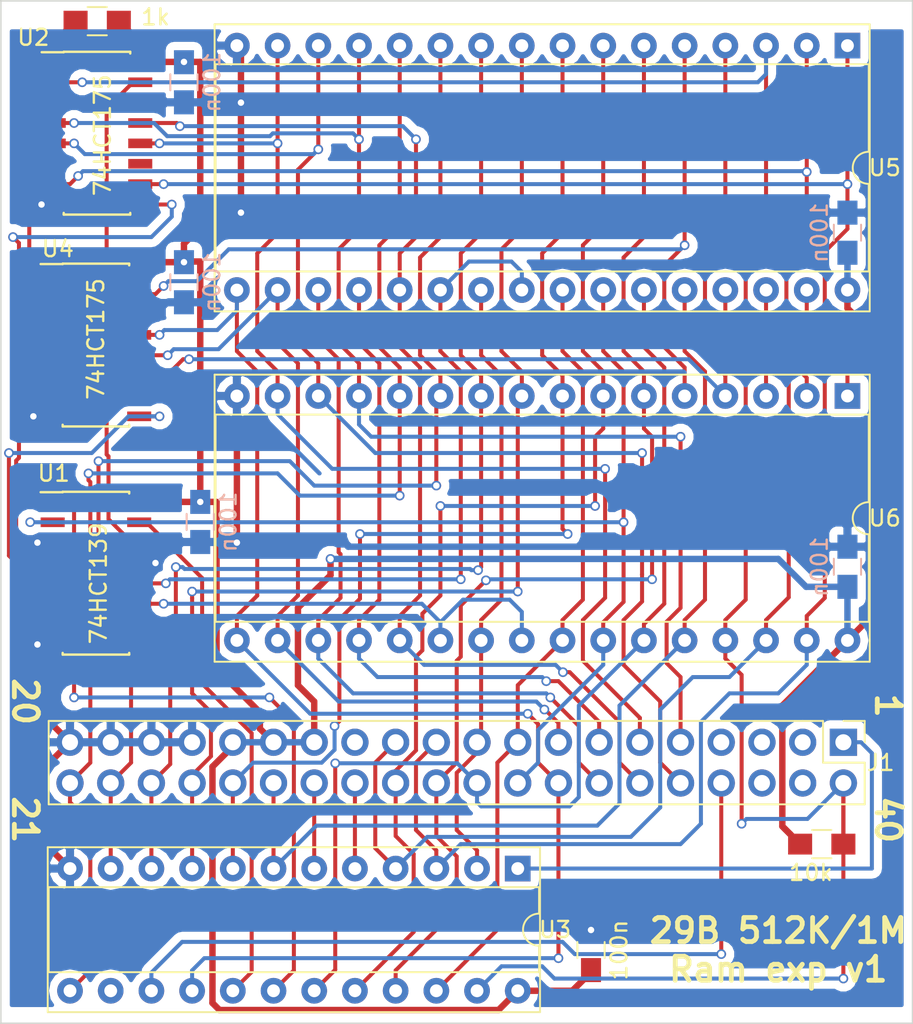
<source format=kicad_pcb>
(kicad_pcb (version 4) (host pcbnew 4.0.7-e2-6376~58~ubuntu16.04.1)

  (general
    (links 129)
    (no_connects 0)
    (area 128.739999 32.377 185.978001 97.586001)
    (thickness 1.6)
    (drawings 10)
    (tracks 677)
    (zones 0)
    (modules 15)
    (nets 64)
  )

  (page A4)
  (title_block
    (title "Data I/O 29B 512K/1M memory expansion")
    (date 2022-03-10)
    (rev 1)
    (company IZ8DWF)
  )

  (layers
    (0 F.Cu signal)
    (31 B.Cu signal)
    (32 B.Adhes user)
    (33 F.Adhes user)
    (34 B.Paste user)
    (35 F.Paste user)
    (36 B.SilkS user)
    (37 F.SilkS user)
    (38 B.Mask user)
    (39 F.Mask user)
    (40 Dwgs.User user)
    (41 Cmts.User user)
    (42 Eco1.User user)
    (43 Eco2.User user)
    (44 Edge.Cuts user)
    (45 Margin user)
    (46 B.CrtYd user)
    (47 F.CrtYd user)
    (48 B.Fab user)
    (49 F.Fab user)
  )

  (setup
    (last_trace_width 0.25)
    (trace_clearance 0.2)
    (zone_clearance 0.508)
    (zone_45_only no)
    (trace_min 0.2)
    (segment_width 0.2)
    (edge_width 0.1)
    (via_size 0.6)
    (via_drill 0.4)
    (via_min_size 0.4)
    (via_min_drill 0.3)
    (uvia_size 0.3)
    (uvia_drill 0.1)
    (uvias_allowed no)
    (uvia_min_size 0.2)
    (uvia_min_drill 0.1)
    (pcb_text_width 0.3)
    (pcb_text_size 1.5 1.5)
    (mod_edge_width 0.15)
    (mod_text_size 1 1)
    (mod_text_width 0.15)
    (pad_size 1.5 1.5)
    (pad_drill 0.6)
    (pad_to_mask_clearance 0)
    (aux_axis_origin 0 0)
    (visible_elements FFFFFF7F)
    (pcbplotparams
      (layerselection 0x010f0_80000001)
      (usegerberextensions true)
      (excludeedgelayer true)
      (linewidth 0.100000)
      (plotframeref false)
      (viasonmask false)
      (mode 1)
      (useauxorigin false)
      (hpglpennumber 1)
      (hpglpenspeed 20)
      (hpglpendiameter 15)
      (hpglpenoverlay 2)
      (psnegative false)
      (psa4output false)
      (plotreference true)
      (plotvalue true)
      (plotinvisibletext false)
      (padsonsilk false)
      (subtractmaskfromsilk false)
      (outputformat 1)
      (mirror false)
      (drillshape 0)
      (scaleselection 1)
      (outputdirectory gerber/))
  )

  (net 0 "")
  (net 1 VCC)
  (net 2 GND)
  (net 3 /~V02)
  (net 4 "Net-(J1-Pad3)")
  (net 5 "Net-(J1-Pad4)")
  (net 6 /D0)
  (net 7 /D2)
  (net 8 /D4)
  (net 9 /D6)
  (net 10 /A1)
  (net 11 /A3)
  (net 12 /A5)
  (net 13 /A7)
  (net 14 /A8)
  (net 15 /A9)
  (net 16 /A10)
  (net 17 /A11)
  (net 18 /A12)
  (net 19 /A13)
  (net 20 /A14)
  (net 21 /A15)
  (net 22 /A6)
  (net 23 /A4)
  (net 24 /A2)
  (net 25 /A0)
  (net 26 /D7)
  (net 27 /D5)
  (net 28 /D3)
  (net 29 /D1)
  (net 30 /~EN)
  (net 31 /~WR)
  (net 32 "Net-(R2-Pad1)")
  (net 33 /~BANK)
  (net 34 "Net-(U1-Pad4)")
  (net 35 "Net-(U1-Pad5)")
  (net 36 "Net-(U1-Pad6)")
  (net 37 "Net-(U1-Pad7)")
  (net 38 "Net-(U1-Pad9)")
  (net 39 "Net-(U1-Pad10)")
  (net 40 "Net-(U1-Pad11)")
  (net 41 "Net-(U1-Pad12)")
  (net 42 "Net-(U1-Pad14)")
  (net 43 /~RAM)
  (net 44 /RA14)
  (net 45 "Net-(U2-Pad3)")
  (net 46 "Net-(U2-Pad6)")
  (net 47 /RA15)
  (net 48 /RA16)
  (net 49 "Net-(U2-Pad11)")
  (net 50 "Net-(U2-Pad14)")
  (net 51 "Net-(U4-Pad2)")
  (net 52 "Net-(U4-Pad3)")
  (net 53 "Net-(U4-Pad6)")
  (net 54 "Net-(U4-Pad7)")
  (net 55 /RA18)
  (net 56 "Net-(U4-Pad11)")
  (net 57 "Net-(U4-Pad14)")
  (net 58 /RA17)
  (net 59 "Net-(J1-Pad5)")
  (net 60 "Net-(J1-Pad6)")
  (net 61 "Net-(J1-Pad7)")
  (net 62 "Net-(J1-Pad25)")
  (net 63 "Net-(U3-Pad14)")

  (net_class Default "This is the default net class."
    (clearance 0.2)
    (trace_width 0.25)
    (via_dia 0.6)
    (via_drill 0.4)
    (uvia_dia 0.3)
    (uvia_drill 0.1)
    (add_net /A0)
    (add_net /A1)
    (add_net /A10)
    (add_net /A11)
    (add_net /A12)
    (add_net /A13)
    (add_net /A14)
    (add_net /A15)
    (add_net /A2)
    (add_net /A3)
    (add_net /A4)
    (add_net /A5)
    (add_net /A6)
    (add_net /A7)
    (add_net /A8)
    (add_net /A9)
    (add_net /D0)
    (add_net /D1)
    (add_net /D2)
    (add_net /D3)
    (add_net /D4)
    (add_net /D5)
    (add_net /D6)
    (add_net /D7)
    (add_net /RA14)
    (add_net /RA15)
    (add_net /RA16)
    (add_net /RA17)
    (add_net /RA18)
    (add_net /~BANK)
    (add_net /~EN)
    (add_net /~RAM)
    (add_net /~V02)
    (add_net /~WR)
    (add_net "Net-(J1-Pad25)")
    (add_net "Net-(J1-Pad3)")
    (add_net "Net-(J1-Pad4)")
    (add_net "Net-(J1-Pad5)")
    (add_net "Net-(J1-Pad6)")
    (add_net "Net-(J1-Pad7)")
    (add_net "Net-(R2-Pad1)")
    (add_net "Net-(U1-Pad10)")
    (add_net "Net-(U1-Pad11)")
    (add_net "Net-(U1-Pad12)")
    (add_net "Net-(U1-Pad14)")
    (add_net "Net-(U1-Pad4)")
    (add_net "Net-(U1-Pad5)")
    (add_net "Net-(U1-Pad6)")
    (add_net "Net-(U1-Pad7)")
    (add_net "Net-(U1-Pad9)")
    (add_net "Net-(U2-Pad11)")
    (add_net "Net-(U2-Pad14)")
    (add_net "Net-(U2-Pad3)")
    (add_net "Net-(U2-Pad6)")
    (add_net "Net-(U3-Pad14)")
    (add_net "Net-(U4-Pad11)")
    (add_net "Net-(U4-Pad14)")
    (add_net "Net-(U4-Pad2)")
    (add_net "Net-(U4-Pad3)")
    (add_net "Net-(U4-Pad6)")
    (add_net "Net-(U4-Pad7)")
  )

  (net_class pwr ""
    (clearance 0.2)
    (trace_width 0.4)
    (via_dia 0.6)
    (via_drill 0.4)
    (uvia_dia 0.3)
    (uvia_drill 0.1)
    (add_net GND)
    (add_net VCC)
  )

  (module Capacitors_SMD:C_0805_HandSoldering (layer B.Cu) (tedit 622A0C77) (tstamp 62291F79)
    (at 140.462 38.862 270)
    (descr "Capacitor SMD 0805, hand soldering")
    (tags "capacitor 0805")
    (path /6210BB91)
    (attr smd)
    (fp_text reference C1 (at 0 1.75 270) (layer B.SilkS) hide
      (effects (font (size 1 1) (thickness 0.15)) (justify mirror))
    )
    (fp_text value 100n (at 0 -1.75 270) (layer B.SilkS)
      (effects (font (size 1 1) (thickness 0.15)) (justify mirror))
    )
    (fp_text user %R (at 0 1.75 270) (layer B.Fab) hide
      (effects (font (size 1 1) (thickness 0.15)) (justify mirror))
    )
    (fp_line (start -1 -0.62) (end -1 0.62) (layer B.Fab) (width 0.1))
    (fp_line (start 1 -0.62) (end -1 -0.62) (layer B.Fab) (width 0.1))
    (fp_line (start 1 0.62) (end 1 -0.62) (layer B.Fab) (width 0.1))
    (fp_line (start -1 0.62) (end 1 0.62) (layer B.Fab) (width 0.1))
    (fp_line (start 0.5 0.85) (end -0.5 0.85) (layer B.SilkS) (width 0.12))
    (fp_line (start -0.5 -0.85) (end 0.5 -0.85) (layer B.SilkS) (width 0.12))
    (fp_line (start -2.25 0.88) (end 2.25 0.88) (layer B.CrtYd) (width 0.05))
    (fp_line (start -2.25 0.88) (end -2.25 -0.87) (layer B.CrtYd) (width 0.05))
    (fp_line (start 2.25 -0.87) (end 2.25 0.88) (layer B.CrtYd) (width 0.05))
    (fp_line (start 2.25 -0.87) (end -2.25 -0.87) (layer B.CrtYd) (width 0.05))
    (pad 1 smd rect (at -1.25 0 270) (size 1.5 1.25) (layers B.Cu B.Paste B.Mask)
      (net 1 VCC))
    (pad 2 smd rect (at 1.25 0 270) (size 1.5 1.25) (layers B.Cu B.Paste B.Mask)
      (net 2 GND))
    (model Capacitors_SMD.3dshapes/C_0805.wrl
      (at (xyz 0 0 0))
      (scale (xyz 1 1 1))
      (rotate (xyz 0 0 0))
    )
  )

  (module Capacitors_SMD:C_0805_HandSoldering (layer F.Cu) (tedit 622A0072) (tstamp 62291F7F)
    (at 165.862 92.964 90)
    (descr "Capacitor SMD 0805, hand soldering")
    (tags "capacitor 0805")
    (path /6210BA4D)
    (attr smd)
    (fp_text reference C2 (at 0 -1.75 90) (layer F.SilkS) hide
      (effects (font (size 1 1) (thickness 0.15)))
    )
    (fp_text value 100n (at 0 1.75 90) (layer F.SilkS)
      (effects (font (size 1 1) (thickness 0.15)))
    )
    (fp_text user %R (at 0 -1.75 90) (layer F.Fab) hide
      (effects (font (size 1 1) (thickness 0.15)))
    )
    (fp_line (start -1 0.62) (end -1 -0.62) (layer F.Fab) (width 0.1))
    (fp_line (start 1 0.62) (end -1 0.62) (layer F.Fab) (width 0.1))
    (fp_line (start 1 -0.62) (end 1 0.62) (layer F.Fab) (width 0.1))
    (fp_line (start -1 -0.62) (end 1 -0.62) (layer F.Fab) (width 0.1))
    (fp_line (start 0.5 -0.85) (end -0.5 -0.85) (layer F.SilkS) (width 0.12))
    (fp_line (start -0.5 0.85) (end 0.5 0.85) (layer F.SilkS) (width 0.12))
    (fp_line (start -2.25 -0.88) (end 2.25 -0.88) (layer F.CrtYd) (width 0.05))
    (fp_line (start -2.25 -0.88) (end -2.25 0.87) (layer F.CrtYd) (width 0.05))
    (fp_line (start 2.25 0.87) (end 2.25 -0.88) (layer F.CrtYd) (width 0.05))
    (fp_line (start 2.25 0.87) (end -2.25 0.87) (layer F.CrtYd) (width 0.05))
    (pad 1 smd rect (at -1.25 0 90) (size 1.5 1.25) (layers F.Cu F.Paste F.Mask)
      (net 1 VCC))
    (pad 2 smd rect (at 1.25 0 90) (size 1.5 1.25) (layers F.Cu F.Paste F.Mask)
      (net 2 GND))
    (model Capacitors_SMD.3dshapes/C_0805.wrl
      (at (xyz 0 0 0))
      (scale (xyz 1 1 1))
      (rotate (xyz 0 0 0))
    )
  )

  (module Capacitors_SMD:C_0805_HandSoldering (layer B.Cu) (tedit 622A0EE4) (tstamp 62291F85)
    (at 181.864 69.068 90)
    (descr "Capacitor SMD 0805, hand soldering")
    (tags "capacitor 0805")
    (path /6210BA01)
    (attr smd)
    (fp_text reference C3 (at 0 1.75 90) (layer B.SilkS) hide
      (effects (font (size 1 1) (thickness 0.15)) (justify mirror))
    )
    (fp_text value 100n (at 0 -1.75 90) (layer B.SilkS)
      (effects (font (size 1 1) (thickness 0.15)) (justify mirror))
    )
    (fp_text user %R (at 0 1.75 90) (layer B.Fab) hide
      (effects (font (size 1 1) (thickness 0.15)) (justify mirror))
    )
    (fp_line (start -1 -0.62) (end -1 0.62) (layer B.Fab) (width 0.1))
    (fp_line (start 1 -0.62) (end -1 -0.62) (layer B.Fab) (width 0.1))
    (fp_line (start 1 0.62) (end 1 -0.62) (layer B.Fab) (width 0.1))
    (fp_line (start -1 0.62) (end 1 0.62) (layer B.Fab) (width 0.1))
    (fp_line (start 0.5 0.85) (end -0.5 0.85) (layer B.SilkS) (width 0.12))
    (fp_line (start -0.5 -0.85) (end 0.5 -0.85) (layer B.SilkS) (width 0.12))
    (fp_line (start -2.25 0.88) (end 2.25 0.88) (layer B.CrtYd) (width 0.05))
    (fp_line (start -2.25 0.88) (end -2.25 -0.87) (layer B.CrtYd) (width 0.05))
    (fp_line (start 2.25 -0.87) (end 2.25 0.88) (layer B.CrtYd) (width 0.05))
    (fp_line (start 2.25 -0.87) (end -2.25 -0.87) (layer B.CrtYd) (width 0.05))
    (pad 1 smd rect (at -1.25 0 90) (size 1.5 1.25) (layers B.Cu B.Paste B.Mask)
      (net 1 VCC))
    (pad 2 smd rect (at 1.25 0 90) (size 1.5 1.25) (layers B.Cu B.Paste B.Mask)
      (net 2 GND))
    (model Capacitors_SMD.3dshapes/C_0805.wrl
      (at (xyz 0 0 0))
      (scale (xyz 1 1 1))
      (rotate (xyz 0 0 0))
    )
  )

  (module Capacitors_SMD:C_0805_HandSoldering (layer B.Cu) (tedit 622A24D4) (tstamp 62291F8B)
    (at 181.864 48.24 90)
    (descr "Capacitor SMD 0805, hand soldering")
    (tags "capacitor 0805")
    (path /6210BB12)
    (attr smd)
    (fp_text reference C4 (at 0 1.75 90) (layer B.SilkS) hide
      (effects (font (size 1 1) (thickness 0.15)) (justify mirror))
    )
    (fp_text value 100n (at 0 -1.75 90) (layer B.SilkS)
      (effects (font (size 1 1) (thickness 0.15)) (justify mirror))
    )
    (fp_text user %R (at 0 1.75 90) (layer B.Fab) hide
      (effects (font (size 1 1) (thickness 0.15)) (justify mirror))
    )
    (fp_line (start -1 -0.62) (end -1 0.62) (layer B.Fab) (width 0.1))
    (fp_line (start 1 -0.62) (end -1 -0.62) (layer B.Fab) (width 0.1))
    (fp_line (start 1 0.62) (end 1 -0.62) (layer B.Fab) (width 0.1))
    (fp_line (start -1 0.62) (end 1 0.62) (layer B.Fab) (width 0.1))
    (fp_line (start 0.5 0.85) (end -0.5 0.85) (layer B.SilkS) (width 0.12))
    (fp_line (start -0.5 -0.85) (end 0.5 -0.85) (layer B.SilkS) (width 0.12))
    (fp_line (start -2.25 0.88) (end 2.25 0.88) (layer B.CrtYd) (width 0.05))
    (fp_line (start -2.25 0.88) (end -2.25 -0.87) (layer B.CrtYd) (width 0.05))
    (fp_line (start 2.25 -0.87) (end 2.25 0.88) (layer B.CrtYd) (width 0.05))
    (fp_line (start 2.25 -0.87) (end -2.25 -0.87) (layer B.CrtYd) (width 0.05))
    (pad 1 smd rect (at -1.25 0 90) (size 1.5 1.25) (layers B.Cu B.Paste B.Mask)
      (net 1 VCC))
    (pad 2 smd rect (at 1.25 0 90) (size 1.5 1.25) (layers B.Cu B.Paste B.Mask)
      (net 2 GND))
    (model Capacitors_SMD.3dshapes/C_0805.wrl
      (at (xyz 0 0 0))
      (scale (xyz 1 1 1))
      (rotate (xyz 0 0 0))
    )
  )

  (module Capacitors_SMD:C_0805_HandSoldering (layer B.Cu) (tedit 622A2455) (tstamp 62291F91)
    (at 140.462 51.328 270)
    (descr "Capacitor SMD 0805, hand soldering")
    (tags "capacitor 0805")
    (path /6210BB53)
    (attr smd)
    (fp_text reference C5 (at 0 1.75 270) (layer B.SilkS) hide
      (effects (font (size 1 1) (thickness 0.15)) (justify mirror))
    )
    (fp_text value 100n (at 0 -1.75 270) (layer B.SilkS)
      (effects (font (size 1 1) (thickness 0.15)) (justify mirror))
    )
    (fp_text user %R (at 0 1.75 270) (layer B.Fab) hide
      (effects (font (size 1 1) (thickness 0.15)) (justify mirror))
    )
    (fp_line (start -1 -0.62) (end -1 0.62) (layer B.Fab) (width 0.1))
    (fp_line (start 1 -0.62) (end -1 -0.62) (layer B.Fab) (width 0.1))
    (fp_line (start 1 0.62) (end 1 -0.62) (layer B.Fab) (width 0.1))
    (fp_line (start -1 0.62) (end 1 0.62) (layer B.Fab) (width 0.1))
    (fp_line (start 0.5 0.85) (end -0.5 0.85) (layer B.SilkS) (width 0.12))
    (fp_line (start -0.5 -0.85) (end 0.5 -0.85) (layer B.SilkS) (width 0.12))
    (fp_line (start -2.25 0.88) (end 2.25 0.88) (layer B.CrtYd) (width 0.05))
    (fp_line (start -2.25 0.88) (end -2.25 -0.87) (layer B.CrtYd) (width 0.05))
    (fp_line (start 2.25 -0.87) (end 2.25 0.88) (layer B.CrtYd) (width 0.05))
    (fp_line (start 2.25 -0.87) (end -2.25 -0.87) (layer B.CrtYd) (width 0.05))
    (pad 1 smd rect (at -1.25 0 270) (size 1.5 1.25) (layers B.Cu B.Paste B.Mask)
      (net 1 VCC))
    (pad 2 smd rect (at 1.25 0 270) (size 1.5 1.25) (layers B.Cu B.Paste B.Mask)
      (net 2 GND))
    (model Capacitors_SMD.3dshapes/C_0805.wrl
      (at (xyz 0 0 0))
      (scale (xyz 1 1 1))
      (rotate (xyz 0 0 0))
    )
  )

  (module Capacitors_SMD:C_0805_HandSoldering (layer B.Cu) (tedit 622A2498) (tstamp 62291F97)
    (at 141.478 66.274 270)
    (descr "Capacitor SMD 0805, hand soldering")
    (tags "capacitor 0805")
    (path /6210BBD0)
    (attr smd)
    (fp_text reference C6 (at 0 1.75 270) (layer B.SilkS) hide
      (effects (font (size 1 1) (thickness 0.15)) (justify mirror))
    )
    (fp_text value 100n (at 0 -1.75 270) (layer B.SilkS)
      (effects (font (size 1 1) (thickness 0.15)) (justify mirror))
    )
    (fp_text user %R (at 0 1.75 270) (layer B.Fab) hide
      (effects (font (size 1 1) (thickness 0.15)) (justify mirror))
    )
    (fp_line (start -1 -0.62) (end -1 0.62) (layer B.Fab) (width 0.1))
    (fp_line (start 1 -0.62) (end -1 -0.62) (layer B.Fab) (width 0.1))
    (fp_line (start 1 0.62) (end 1 -0.62) (layer B.Fab) (width 0.1))
    (fp_line (start -1 0.62) (end 1 0.62) (layer B.Fab) (width 0.1))
    (fp_line (start 0.5 0.85) (end -0.5 0.85) (layer B.SilkS) (width 0.12))
    (fp_line (start -0.5 -0.85) (end 0.5 -0.85) (layer B.SilkS) (width 0.12))
    (fp_line (start -2.25 0.88) (end 2.25 0.88) (layer B.CrtYd) (width 0.05))
    (fp_line (start -2.25 0.88) (end -2.25 -0.87) (layer B.CrtYd) (width 0.05))
    (fp_line (start 2.25 -0.87) (end 2.25 0.88) (layer B.CrtYd) (width 0.05))
    (fp_line (start 2.25 -0.87) (end -2.25 -0.87) (layer B.CrtYd) (width 0.05))
    (pad 1 smd rect (at -1.25 0 270) (size 1.5 1.25) (layers B.Cu B.Paste B.Mask)
      (net 1 VCC))
    (pad 2 smd rect (at 1.25 0 270) (size 1.5 1.25) (layers B.Cu B.Paste B.Mask)
      (net 2 GND))
    (model Capacitors_SMD.3dshapes/C_0805.wrl
      (at (xyz 0 0 0))
      (scale (xyz 1 1 1))
      (rotate (xyz 0 0 0))
    )
  )

  (module Pin_Headers:Pin_Header_Straight_2x20_Pitch2.54mm (layer F.Cu) (tedit 6229275B) (tstamp 62291FC3)
    (at 181.61 80.01 270)
    (descr "Through hole straight pin header, 2x20, 2.54mm pitch, double rows")
    (tags "Through hole pin header THT 2x20 2.54mm double row")
    (path /6229501F)
    (fp_text reference J1 (at 1.27 -2.33 360) (layer F.SilkS)
      (effects (font (size 1 1) (thickness 0.15)))
    )
    (fp_text value Conn_02x20_Odd_Even (at 1.27 50.59 270) (layer F.Fab) hide
      (effects (font (size 1 1) (thickness 0.15)))
    )
    (fp_line (start 0 -1.27) (end 3.81 -1.27) (layer F.Fab) (width 0.1))
    (fp_line (start 3.81 -1.27) (end 3.81 49.53) (layer F.Fab) (width 0.1))
    (fp_line (start 3.81 49.53) (end -1.27 49.53) (layer F.Fab) (width 0.1))
    (fp_line (start -1.27 49.53) (end -1.27 0) (layer F.Fab) (width 0.1))
    (fp_line (start -1.27 0) (end 0 -1.27) (layer F.Fab) (width 0.1))
    (fp_line (start -1.33 49.59) (end 3.87 49.59) (layer F.SilkS) (width 0.12))
    (fp_line (start -1.33 1.27) (end -1.33 49.59) (layer F.SilkS) (width 0.12))
    (fp_line (start 3.87 -1.33) (end 3.87 49.59) (layer F.SilkS) (width 0.12))
    (fp_line (start -1.33 1.27) (end 1.27 1.27) (layer F.SilkS) (width 0.12))
    (fp_line (start 1.27 1.27) (end 1.27 -1.33) (layer F.SilkS) (width 0.12))
    (fp_line (start 1.27 -1.33) (end 3.87 -1.33) (layer F.SilkS) (width 0.12))
    (fp_line (start -1.33 0) (end -1.33 -1.33) (layer F.SilkS) (width 0.12))
    (fp_line (start -1.33 -1.33) (end 0 -1.33) (layer F.SilkS) (width 0.12))
    (fp_line (start -1.8 -1.8) (end -1.8 50.05) (layer F.CrtYd) (width 0.05))
    (fp_line (start -1.8 50.05) (end 4.35 50.05) (layer F.CrtYd) (width 0.05))
    (fp_line (start 4.35 50.05) (end 4.35 -1.8) (layer F.CrtYd) (width 0.05))
    (fp_line (start 4.35 -1.8) (end -1.8 -1.8) (layer F.CrtYd) (width 0.05))
    (fp_text user %R (at 1.27 24.13 360) (layer F.Fab) hide
      (effects (font (size 1 1) (thickness 0.15)))
    )
    (pad 1 thru_hole rect (at 0 0 270) (size 1.7 1.7) (drill 1) (layers *.Cu *.Mask)
      (net 3 /~V02))
    (pad 2 thru_hole oval (at 2.54 0 270) (size 1.7 1.7) (drill 1) (layers *.Cu *.Mask)
      (net 31 /~WR))
    (pad 3 thru_hole oval (at 0 2.54 270) (size 1.7 1.7) (drill 1) (layers *.Cu *.Mask)
      (net 4 "Net-(J1-Pad3)"))
    (pad 4 thru_hole oval (at 2.54 2.54 270) (size 1.7 1.7) (drill 1) (layers *.Cu *.Mask)
      (net 5 "Net-(J1-Pad4)"))
    (pad 5 thru_hole oval (at 0 5.08 270) (size 1.7 1.7) (drill 1) (layers *.Cu *.Mask)
      (net 59 "Net-(J1-Pad5)"))
    (pad 6 thru_hole oval (at 2.54 5.08 270) (size 1.7 1.7) (drill 1) (layers *.Cu *.Mask)
      (net 60 "Net-(J1-Pad6)"))
    (pad 7 thru_hole oval (at 0 7.62 270) (size 1.7 1.7) (drill 1) (layers *.Cu *.Mask)
      (net 61 "Net-(J1-Pad7)"))
    (pad 8 thru_hole oval (at 2.54 7.62 270) (size 1.7 1.7) (drill 1) (layers *.Cu *.Mask)
      (net 30 /~EN))
    (pad 9 thru_hole oval (at 0 10.16 270) (size 1.7 1.7) (drill 1) (layers *.Cu *.Mask)
      (net 6 /D0))
    (pad 10 thru_hole oval (at 2.54 10.16 270) (size 1.7 1.7) (drill 1) (layers *.Cu *.Mask)
      (net 29 /D1))
    (pad 11 thru_hole oval (at 0 12.7 270) (size 1.7 1.7) (drill 1) (layers *.Cu *.Mask)
      (net 7 /D2))
    (pad 12 thru_hole oval (at 2.54 12.7 270) (size 1.7 1.7) (drill 1) (layers *.Cu *.Mask)
      (net 28 /D3))
    (pad 13 thru_hole oval (at 0 15.24 270) (size 1.7 1.7) (drill 1) (layers *.Cu *.Mask)
      (net 8 /D4))
    (pad 14 thru_hole oval (at 2.54 15.24 270) (size 1.7 1.7) (drill 1) (layers *.Cu *.Mask)
      (net 27 /D5))
    (pad 15 thru_hole oval (at 0 17.78 270) (size 1.7 1.7) (drill 1) (layers *.Cu *.Mask)
      (net 9 /D6))
    (pad 16 thru_hole oval (at 2.54 17.78 270) (size 1.7 1.7) (drill 1) (layers *.Cu *.Mask)
      (net 26 /D7))
    (pad 17 thru_hole oval (at 0 20.32 270) (size 1.7 1.7) (drill 1) (layers *.Cu *.Mask)
      (net 10 /A1))
    (pad 18 thru_hole oval (at 2.54 20.32 270) (size 1.7 1.7) (drill 1) (layers *.Cu *.Mask)
      (net 25 /A0))
    (pad 19 thru_hole oval (at 0 22.86 270) (size 1.7 1.7) (drill 1) (layers *.Cu *.Mask)
      (net 11 /A3))
    (pad 20 thru_hole oval (at 2.54 22.86 270) (size 1.7 1.7) (drill 1) (layers *.Cu *.Mask)
      (net 24 /A2))
    (pad 21 thru_hole oval (at 0 25.4 270) (size 1.7 1.7) (drill 1) (layers *.Cu *.Mask)
      (net 12 /A5))
    (pad 22 thru_hole oval (at 2.54 25.4 270) (size 1.7 1.7) (drill 1) (layers *.Cu *.Mask)
      (net 23 /A4))
    (pad 23 thru_hole oval (at 0 27.94 270) (size 1.7 1.7) (drill 1) (layers *.Cu *.Mask)
      (net 13 /A7))
    (pad 24 thru_hole oval (at 2.54 27.94 270) (size 1.7 1.7) (drill 1) (layers *.Cu *.Mask)
      (net 22 /A6))
    (pad 25 thru_hole oval (at 0 30.48 270) (size 1.7 1.7) (drill 1) (layers *.Cu *.Mask)
      (net 62 "Net-(J1-Pad25)"))
    (pad 26 thru_hole oval (at 2.54 30.48 270) (size 1.7 1.7) (drill 1) (layers *.Cu *.Mask)
      (net 21 /A15))
    (pad 27 thru_hole oval (at 0 33.02 270) (size 1.7 1.7) (drill 1) (layers *.Cu *.Mask)
      (net 1 VCC))
    (pad 28 thru_hole oval (at 2.54 33.02 270) (size 1.7 1.7) (drill 1) (layers *.Cu *.Mask)
      (net 20 /A14))
    (pad 29 thru_hole oval (at 0 35.56 270) (size 1.7 1.7) (drill 1) (layers *.Cu *.Mask)
      (net 1 VCC))
    (pad 30 thru_hole oval (at 2.54 35.56 270) (size 1.7 1.7) (drill 1) (layers *.Cu *.Mask)
      (net 19 /A13))
    (pad 31 thru_hole oval (at 0 38.1 270) (size 1.7 1.7) (drill 1) (layers *.Cu *.Mask)
      (net 1 VCC))
    (pad 32 thru_hole oval (at 2.54 38.1 270) (size 1.7 1.7) (drill 1) (layers *.Cu *.Mask)
      (net 18 /A12))
    (pad 33 thru_hole oval (at 0 40.64 270) (size 1.7 1.7) (drill 1) (layers *.Cu *.Mask)
      (net 2 GND))
    (pad 34 thru_hole oval (at 2.54 40.64 270) (size 1.7 1.7) (drill 1) (layers *.Cu *.Mask)
      (net 17 /A11))
    (pad 35 thru_hole oval (at 0 43.18 270) (size 1.7 1.7) (drill 1) (layers *.Cu *.Mask)
      (net 2 GND))
    (pad 36 thru_hole oval (at 2.54 43.18 270) (size 1.7 1.7) (drill 1) (layers *.Cu *.Mask)
      (net 16 /A10))
    (pad 37 thru_hole oval (at 0 45.72 270) (size 1.7 1.7) (drill 1) (layers *.Cu *.Mask)
      (net 2 GND))
    (pad 38 thru_hole oval (at 2.54 45.72 270) (size 1.7 1.7) (drill 1) (layers *.Cu *.Mask)
      (net 15 /A9))
    (pad 39 thru_hole oval (at 0 48.26 270) (size 1.7 1.7) (drill 1) (layers *.Cu *.Mask)
      (net 2 GND))
    (pad 40 thru_hole oval (at 2.54 48.26 270) (size 1.7 1.7) (drill 1) (layers *.Cu *.Mask)
      (net 14 /A8))
    (model ${KISYS3DMOD}/Pin_Headers.3dshapes/Pin_Header_Straight_2x20_Pitch2.54mm.wrl
      (at (xyz 0 0 0))
      (scale (xyz 1 1 1))
      (rotate (xyz 0 0 0))
    )
  )

  (module Resistors_SMD:R_0805_HandSoldering (layer F.Cu) (tedit 622A009D) (tstamp 62291FC9)
    (at 180.26 86.36 180)
    (descr "Resistor SMD 0805, hand soldering")
    (tags "resistor 0805")
    (path /6210E6FE)
    (attr smd)
    (fp_text reference R1 (at 0 -1.7 180) (layer F.SilkS) hide
      (effects (font (size 1 1) (thickness 0.15)))
    )
    (fp_text value 10k (at 0.682 -1.778 180) (layer F.SilkS)
      (effects (font (size 1 1) (thickness 0.15)))
    )
    (fp_text user %R (at 0 0 180) (layer F.Fab) hide
      (effects (font (size 0.5 0.5) (thickness 0.075)))
    )
    (fp_line (start -1 0.62) (end -1 -0.62) (layer F.Fab) (width 0.1))
    (fp_line (start 1 0.62) (end -1 0.62) (layer F.Fab) (width 0.1))
    (fp_line (start 1 -0.62) (end 1 0.62) (layer F.Fab) (width 0.1))
    (fp_line (start -1 -0.62) (end 1 -0.62) (layer F.Fab) (width 0.1))
    (fp_line (start 0.6 0.88) (end -0.6 0.88) (layer F.SilkS) (width 0.12))
    (fp_line (start -0.6 -0.88) (end 0.6 -0.88) (layer F.SilkS) (width 0.12))
    (fp_line (start -2.35 -0.9) (end 2.35 -0.9) (layer F.CrtYd) (width 0.05))
    (fp_line (start -2.35 -0.9) (end -2.35 0.9) (layer F.CrtYd) (width 0.05))
    (fp_line (start 2.35 0.9) (end 2.35 -0.9) (layer F.CrtYd) (width 0.05))
    (fp_line (start 2.35 0.9) (end -2.35 0.9) (layer F.CrtYd) (width 0.05))
    (pad 1 smd rect (at -1.35 0 180) (size 1.5 1.3) (layers F.Cu F.Paste F.Mask)
      (net 31 /~WR))
    (pad 2 smd rect (at 1.35 0 180) (size 1.5 1.3) (layers F.Cu F.Paste F.Mask)
      (net 1 VCC))
    (model ${KISYS3DMOD}/Resistors_SMD.3dshapes/R_0805.wrl
      (at (xyz 0 0 0))
      (scale (xyz 1 1 1))
      (rotate (xyz 0 0 0))
    )
  )

  (module Resistors_SMD:R_0805_HandSoldering (layer F.Cu) (tedit 622A39FD) (tstamp 62291FCF)
    (at 135.048 35.052)
    (descr "Resistor SMD 0805, hand soldering")
    (tags "resistor 0805")
    (path /6227D260)
    (attr smd)
    (fp_text reference R2 (at 0 -1.7) (layer F.SilkS) hide
      (effects (font (size 1 1) (thickness 0.15)))
    )
    (fp_text value 1k (at 3.636 -0.254) (layer F.SilkS)
      (effects (font (size 1 1) (thickness 0.15)))
    )
    (fp_text user %R (at 0 0) (layer F.Fab) hide
      (effects (font (size 0.5 0.5) (thickness 0.075)))
    )
    (fp_line (start -1 0.62) (end -1 -0.62) (layer F.Fab) (width 0.1))
    (fp_line (start 1 0.62) (end -1 0.62) (layer F.Fab) (width 0.1))
    (fp_line (start 1 -0.62) (end 1 0.62) (layer F.Fab) (width 0.1))
    (fp_line (start -1 -0.62) (end 1 -0.62) (layer F.Fab) (width 0.1))
    (fp_line (start 0.6 0.88) (end -0.6 0.88) (layer F.SilkS) (width 0.12))
    (fp_line (start -0.6 -0.88) (end 0.6 -0.88) (layer F.SilkS) (width 0.12))
    (fp_line (start -2.35 -0.9) (end 2.35 -0.9) (layer F.CrtYd) (width 0.05))
    (fp_line (start -2.35 -0.9) (end -2.35 0.9) (layer F.CrtYd) (width 0.05))
    (fp_line (start 2.35 0.9) (end 2.35 -0.9) (layer F.CrtYd) (width 0.05))
    (fp_line (start 2.35 0.9) (end -2.35 0.9) (layer F.CrtYd) (width 0.05))
    (pad 1 smd rect (at -1.35 0) (size 1.5 1.3) (layers F.Cu F.Paste F.Mask)
      (net 32 "Net-(R2-Pad1)"))
    (pad 2 smd rect (at 1.35 0) (size 1.5 1.3) (layers F.Cu F.Paste F.Mask)
      (net 1 VCC))
    (model ${KISYS3DMOD}/Resistors_SMD.3dshapes/R_0805.wrl
      (at (xyz 0 0 0))
      (scale (xyz 1 1 1))
      (rotate (xyz 0 0 0))
    )
  )

  (module Housings_SOIC:SOIC-16_3.9x9.9mm_Pitch1.27mm (layer F.Cu) (tedit 622A7559) (tstamp 62291FE3)
    (at 134.968 69.469)
    (descr "16-Lead Plastic Small Outline (SL) - Narrow, 3.90 mm Body [SOIC] (see Microchip Packaging Specification 00000049BS.pdf)")
    (tags "SOIC 1.27")
    (path /6227CB39)
    (attr smd)
    (fp_text reference U1 (at -2.634 -6.223) (layer F.SilkS)
      (effects (font (size 1 1) (thickness 0.15)))
    )
    (fp_text value 74HCT139 (at 0.16 0.635 90) (layer F.SilkS)
      (effects (font (size 1 1) (thickness 0.15)))
    )
    (fp_text user %R (at 0 0) (layer F.Fab) hide
      (effects (font (size 0.9 0.9) (thickness 0.135)))
    )
    (fp_line (start -0.95 -4.95) (end 1.95 -4.95) (layer F.Fab) (width 0.15))
    (fp_line (start 1.95 -4.95) (end 1.95 4.95) (layer F.Fab) (width 0.15))
    (fp_line (start 1.95 4.95) (end -1.95 4.95) (layer F.Fab) (width 0.15))
    (fp_line (start -1.95 4.95) (end -1.95 -3.95) (layer F.Fab) (width 0.15))
    (fp_line (start -1.95 -3.95) (end -0.95 -4.95) (layer F.Fab) (width 0.15))
    (fp_line (start -3.7 -5.25) (end -3.7 5.25) (layer F.CrtYd) (width 0.05))
    (fp_line (start 3.7 -5.25) (end 3.7 5.25) (layer F.CrtYd) (width 0.05))
    (fp_line (start -3.7 -5.25) (end 3.7 -5.25) (layer F.CrtYd) (width 0.05))
    (fp_line (start -3.7 5.25) (end 3.7 5.25) (layer F.CrtYd) (width 0.05))
    (fp_line (start -2.075 -5.075) (end -2.075 -5.05) (layer F.SilkS) (width 0.15))
    (fp_line (start 2.075 -5.075) (end 2.075 -4.97) (layer F.SilkS) (width 0.15))
    (fp_line (start 2.075 5.075) (end 2.075 4.97) (layer F.SilkS) (width 0.15))
    (fp_line (start -2.075 5.075) (end -2.075 4.97) (layer F.SilkS) (width 0.15))
    (fp_line (start -2.075 -5.075) (end 2.075 -5.075) (layer F.SilkS) (width 0.15))
    (fp_line (start -2.075 5.075) (end 2.075 5.075) (layer F.SilkS) (width 0.15))
    (fp_line (start -2.075 -5.05) (end -3.45 -5.05) (layer F.SilkS) (width 0.15))
    (pad 1 smd rect (at -2.7 -4.445) (size 1.5 0.6) (layers F.Cu F.Paste F.Mask)
      (net 33 /~BANK))
    (pad 2 smd rect (at -2.7 -3.175) (size 1.5 0.6) (layers F.Cu F.Paste F.Mask)
      (net 25 /A0))
    (pad 3 smd rect (at -2.7 -1.905) (size 1.5 0.6) (layers F.Cu F.Paste F.Mask)
      (net 2 GND))
    (pad 4 smd rect (at -2.7 -0.635) (size 1.5 0.6) (layers F.Cu F.Paste F.Mask)
      (net 34 "Net-(U1-Pad4)"))
    (pad 5 smd rect (at -2.7 0.635) (size 1.5 0.6) (layers F.Cu F.Paste F.Mask)
      (net 35 "Net-(U1-Pad5)"))
    (pad 6 smd rect (at -2.7 1.905) (size 1.5 0.6) (layers F.Cu F.Paste F.Mask)
      (net 36 "Net-(U1-Pad6)"))
    (pad 7 smd rect (at -2.7 3.175) (size 1.5 0.6) (layers F.Cu F.Paste F.Mask)
      (net 37 "Net-(U1-Pad7)"))
    (pad 8 smd rect (at -2.7 4.445) (size 1.5 0.6) (layers F.Cu F.Paste F.Mask)
      (net 2 GND))
    (pad 9 smd rect (at 2.7 4.445) (size 1.5 0.6) (layers F.Cu F.Paste F.Mask)
      (net 38 "Net-(U1-Pad9)"))
    (pad 10 smd rect (at 2.7 3.175) (size 1.5 0.6) (layers F.Cu F.Paste F.Mask)
      (net 39 "Net-(U1-Pad10)"))
    (pad 11 smd rect (at 2.7 1.905) (size 1.5 0.6) (layers F.Cu F.Paste F.Mask)
      (net 40 "Net-(U1-Pad11)"))
    (pad 12 smd rect (at 2.7 0.635) (size 1.5 0.6) (layers F.Cu F.Paste F.Mask)
      (net 41 "Net-(U1-Pad12)"))
    (pad 13 smd rect (at 2.7 -0.635) (size 1.5 0.6) (layers F.Cu F.Paste F.Mask)
      (net 2 GND))
    (pad 14 smd rect (at 2.7 -1.905) (size 1.5 0.6) (layers F.Cu F.Paste F.Mask)
      (net 42 "Net-(U1-Pad14)"))
    (pad 15 smd rect (at 2.7 -3.175) (size 1.5 0.6) (layers F.Cu F.Paste F.Mask)
      (net 43 /~RAM))
    (pad 16 smd rect (at 2.7 -4.445) (size 1.5 0.6) (layers F.Cu F.Paste F.Mask)
      (net 1 VCC))
    (model ${KISYS3DMOD}/Housings_SOIC.3dshapes/SOIC-16_3.9x9.9mm_Pitch1.27mm.wrl
      (at (xyz 0 0 0))
      (scale (xyz 1 1 1))
      (rotate (xyz 0 0 0))
    )
  )

  (module Housings_SOIC:SOIC-16_3.9x9.9mm_Pitch1.27mm (layer F.Cu) (tedit 622A7567) (tstamp 62291FF7)
    (at 135.034 42.037)
    (descr "16-Lead Plastic Small Outline (SL) - Narrow, 3.90 mm Body [SOIC] (see Microchip Packaging Specification 00000049BS.pdf)")
    (tags "SOIC 1.27")
    (path /6227CAB7)
    (attr smd)
    (fp_text reference U2 (at -3.97 -5.969) (layer F.SilkS)
      (effects (font (size 1 1) (thickness 0.15)))
    )
    (fp_text value 74HCT175 (at 0.348 0.127 90) (layer F.SilkS)
      (effects (font (size 1 1) (thickness 0.15)))
    )
    (fp_text user %R (at 0 0) (layer F.Fab) hide
      (effects (font (size 0.9 0.9) (thickness 0.135)))
    )
    (fp_line (start -0.95 -4.95) (end 1.95 -4.95) (layer F.Fab) (width 0.15))
    (fp_line (start 1.95 -4.95) (end 1.95 4.95) (layer F.Fab) (width 0.15))
    (fp_line (start 1.95 4.95) (end -1.95 4.95) (layer F.Fab) (width 0.15))
    (fp_line (start -1.95 4.95) (end -1.95 -3.95) (layer F.Fab) (width 0.15))
    (fp_line (start -1.95 -3.95) (end -0.95 -4.95) (layer F.Fab) (width 0.15))
    (fp_line (start -3.7 -5.25) (end -3.7 5.25) (layer F.CrtYd) (width 0.05))
    (fp_line (start 3.7 -5.25) (end 3.7 5.25) (layer F.CrtYd) (width 0.05))
    (fp_line (start -3.7 -5.25) (end 3.7 -5.25) (layer F.CrtYd) (width 0.05))
    (fp_line (start -3.7 5.25) (end 3.7 5.25) (layer F.CrtYd) (width 0.05))
    (fp_line (start -2.075 -5.075) (end -2.075 -5.05) (layer F.SilkS) (width 0.15))
    (fp_line (start 2.075 -5.075) (end 2.075 -4.97) (layer F.SilkS) (width 0.15))
    (fp_line (start 2.075 5.075) (end 2.075 4.97) (layer F.SilkS) (width 0.15))
    (fp_line (start -2.075 5.075) (end -2.075 4.97) (layer F.SilkS) (width 0.15))
    (fp_line (start -2.075 -5.075) (end 2.075 -5.075) (layer F.SilkS) (width 0.15))
    (fp_line (start -2.075 5.075) (end 2.075 5.075) (layer F.SilkS) (width 0.15))
    (fp_line (start -2.075 -5.05) (end -3.45 -5.05) (layer F.SilkS) (width 0.15))
    (pad 1 smd rect (at -2.7 -4.445) (size 1.5 0.6) (layers F.Cu F.Paste F.Mask)
      (net 32 "Net-(R2-Pad1)"))
    (pad 2 smd rect (at -2.7 -3.175) (size 1.5 0.6) (layers F.Cu F.Paste F.Mask)
      (net 44 /RA14))
    (pad 3 smd rect (at -2.7 -1.905) (size 1.5 0.6) (layers F.Cu F.Paste F.Mask)
      (net 45 "Net-(U2-Pad3)"))
    (pad 4 smd rect (at -2.7 -0.635) (size 1.5 0.6) (layers F.Cu F.Paste F.Mask)
      (net 6 /D0))
    (pad 5 smd rect (at -2.7 0.635) (size 1.5 0.6) (layers F.Cu F.Paste F.Mask)
      (net 29 /D1))
    (pad 6 smd rect (at -2.7 1.905) (size 1.5 0.6) (layers F.Cu F.Paste F.Mask)
      (net 46 "Net-(U2-Pad6)"))
    (pad 7 smd rect (at -2.7 3.175) (size 1.5 0.6) (layers F.Cu F.Paste F.Mask)
      (net 47 /RA15))
    (pad 8 smd rect (at -2.7 4.445) (size 1.5 0.6) (layers F.Cu F.Paste F.Mask)
      (net 2 GND))
    (pad 9 smd rect (at 2.7 4.445) (size 1.5 0.6) (layers F.Cu F.Paste F.Mask)
      (net 34 "Net-(U1-Pad4)"))
    (pad 10 smd rect (at 2.7 3.175) (size 1.5 0.6) (layers F.Cu F.Paste F.Mask)
      (net 48 /RA16))
    (pad 11 smd rect (at 2.7 1.905) (size 1.5 0.6) (layers F.Cu F.Paste F.Mask)
      (net 49 "Net-(U2-Pad11)"))
    (pad 12 smd rect (at 2.7 0.635) (size 1.5 0.6) (layers F.Cu F.Paste F.Mask)
      (net 7 /D2))
    (pad 13 smd rect (at 2.7 -0.635) (size 1.5 0.6) (layers F.Cu F.Paste F.Mask)
      (net 28 /D3))
    (pad 14 smd rect (at 2.7 -1.905) (size 1.5 0.6) (layers F.Cu F.Paste F.Mask)
      (net 50 "Net-(U2-Pad14)"))
    (pad 15 smd rect (at 2.7 -3.175) (size 1.5 0.6) (layers F.Cu F.Paste F.Mask)
      (net 42 "Net-(U1-Pad14)"))
    (pad 16 smd rect (at 2.7 -4.445) (size 1.5 0.6) (layers F.Cu F.Paste F.Mask)
      (net 1 VCC))
    (model ${KISYS3DMOD}/Housings_SOIC.3dshapes/SOIC-16_3.9x9.9mm_Pitch1.27mm.wrl
      (at (xyz 0 0 0))
      (scale (xyz 1 1 1))
      (rotate (xyz 0 0 0))
    )
  )

  (module Housings_DIP:DIP-24_W7.62mm_Socket (layer F.Cu) (tedit 62292762) (tstamp 62292013)
    (at 161.29 87.884 270)
    (descr "24-lead though-hole mounted DIP package, row spacing 7.62 mm (300 mils), Socket")
    (tags "THT DIP DIL PDIP 2.54mm 7.62mm 300mil Socket")
    (path /6227CED2)
    (fp_text reference U3 (at 3.81 -2.33 540) (layer F.SilkS)
      (effects (font (size 1 1) (thickness 0.15)))
    )
    (fp_text value PAL24 (at 3.81 30.27 270) (layer F.Fab) hide
      (effects (font (size 1 1) (thickness 0.15)))
    )
    (fp_arc (start 3.81 -1.33) (end 2.81 -1.33) (angle -180) (layer F.SilkS) (width 0.12))
    (fp_line (start 1.635 -1.27) (end 6.985 -1.27) (layer F.Fab) (width 0.1))
    (fp_line (start 6.985 -1.27) (end 6.985 29.21) (layer F.Fab) (width 0.1))
    (fp_line (start 6.985 29.21) (end 0.635 29.21) (layer F.Fab) (width 0.1))
    (fp_line (start 0.635 29.21) (end 0.635 -0.27) (layer F.Fab) (width 0.1))
    (fp_line (start 0.635 -0.27) (end 1.635 -1.27) (layer F.Fab) (width 0.1))
    (fp_line (start -1.27 -1.33) (end -1.27 29.27) (layer F.Fab) (width 0.1))
    (fp_line (start -1.27 29.27) (end 8.89 29.27) (layer F.Fab) (width 0.1))
    (fp_line (start 8.89 29.27) (end 8.89 -1.33) (layer F.Fab) (width 0.1))
    (fp_line (start 8.89 -1.33) (end -1.27 -1.33) (layer F.Fab) (width 0.1))
    (fp_line (start 2.81 -1.33) (end 1.16 -1.33) (layer F.SilkS) (width 0.12))
    (fp_line (start 1.16 -1.33) (end 1.16 29.27) (layer F.SilkS) (width 0.12))
    (fp_line (start 1.16 29.27) (end 6.46 29.27) (layer F.SilkS) (width 0.12))
    (fp_line (start 6.46 29.27) (end 6.46 -1.33) (layer F.SilkS) (width 0.12))
    (fp_line (start 6.46 -1.33) (end 4.81 -1.33) (layer F.SilkS) (width 0.12))
    (fp_line (start -1.33 -1.39) (end -1.33 29.33) (layer F.SilkS) (width 0.12))
    (fp_line (start -1.33 29.33) (end 8.95 29.33) (layer F.SilkS) (width 0.12))
    (fp_line (start 8.95 29.33) (end 8.95 -1.39) (layer F.SilkS) (width 0.12))
    (fp_line (start 8.95 -1.39) (end -1.33 -1.39) (layer F.SilkS) (width 0.12))
    (fp_line (start -1.55 -1.6) (end -1.55 29.55) (layer F.CrtYd) (width 0.05))
    (fp_line (start -1.55 29.55) (end 9.15 29.55) (layer F.CrtYd) (width 0.05))
    (fp_line (start 9.15 29.55) (end 9.15 -1.6) (layer F.CrtYd) (width 0.05))
    (fp_line (start 9.15 -1.6) (end -1.55 -1.6) (layer F.CrtYd) (width 0.05))
    (fp_text user %R (at 3.81 13.97 270) (layer F.Fab) hide
      (effects (font (size 1 1) (thickness 0.15)))
    )
    (pad 1 thru_hole rect (at 0 0 270) (size 1.6 1.6) (drill 0.8) (layers *.Cu *.Mask)
      (net 3 /~V02))
    (pad 13 thru_hole oval (at 7.62 27.94 270) (size 1.6 1.6) (drill 0.8) (layers *.Cu *.Mask)
      (net 14 /A8))
    (pad 2 thru_hole oval (at 0 2.54 270) (size 1.6 1.6) (drill 0.8) (layers *.Cu *.Mask)
      (net 11 /A3))
    (pad 14 thru_hole oval (at 7.62 25.4 270) (size 1.6 1.6) (drill 0.8) (layers *.Cu *.Mask)
      (net 63 "Net-(U3-Pad14)"))
    (pad 3 thru_hole oval (at 0 5.08 270) (size 1.6 1.6) (drill 0.8) (layers *.Cu *.Mask)
      (net 12 /A5))
    (pad 15 thru_hole oval (at 7.62 22.86 270) (size 1.6 1.6) (drill 0.8) (layers *.Cu *.Mask)
      (net 30 /~EN))
    (pad 4 thru_hole oval (at 0 7.62 270) (size 1.6 1.6) (drill 0.8) (layers *.Cu *.Mask)
      (net 13 /A7))
    (pad 16 thru_hole oval (at 7.62 20.32 270) (size 1.6 1.6) (drill 0.8) (layers *.Cu *.Mask)
      (net 26 /D7))
    (pad 5 thru_hole oval (at 0 10.16 270) (size 1.6 1.6) (drill 0.8) (layers *.Cu *.Mask)
      (net 21 /A15))
    (pad 17 thru_hole oval (at 7.62 17.78 270) (size 1.6 1.6) (drill 0.8) (layers *.Cu *.Mask)
      (net 43 /~RAM))
    (pad 6 thru_hole oval (at 0 12.7 270) (size 1.6 1.6) (drill 0.8) (layers *.Cu *.Mask)
      (net 20 /A14))
    (pad 18 thru_hole oval (at 7.62 15.24 270) (size 1.6 1.6) (drill 0.8) (layers *.Cu *.Mask)
      (net 33 /~BANK))
    (pad 7 thru_hole oval (at 0 15.24 270) (size 1.6 1.6) (drill 0.8) (layers *.Cu *.Mask)
      (net 19 /A13))
    (pad 19 thru_hole oval (at 7.62 12.7 270) (size 1.6 1.6) (drill 0.8) (layers *.Cu *.Mask)
      (net 24 /A2))
    (pad 8 thru_hole oval (at 0 17.78 270) (size 1.6 1.6) (drill 0.8) (layers *.Cu *.Mask)
      (net 18 /A12))
    (pad 20 thru_hole oval (at 7.62 10.16 270) (size 1.6 1.6) (drill 0.8) (layers *.Cu *.Mask)
      (net 22 /A6))
    (pad 9 thru_hole oval (at 0 20.32 270) (size 1.6 1.6) (drill 0.8) (layers *.Cu *.Mask)
      (net 17 /A11))
    (pad 21 thru_hole oval (at 7.62 7.62 270) (size 1.6 1.6) (drill 0.8) (layers *.Cu *.Mask)
      (net 23 /A4))
    (pad 10 thru_hole oval (at 0 22.86 270) (size 1.6 1.6) (drill 0.8) (layers *.Cu *.Mask)
      (net 16 /A10))
    (pad 22 thru_hole oval (at 7.62 5.08 270) (size 1.6 1.6) (drill 0.8) (layers *.Cu *.Mask)
      (net 10 /A1))
    (pad 11 thru_hole oval (at 0 25.4 270) (size 1.6 1.6) (drill 0.8) (layers *.Cu *.Mask)
      (net 15 /A9))
    (pad 23 thru_hole oval (at 7.62 2.54 270) (size 1.6 1.6) (drill 0.8) (layers *.Cu *.Mask)
      (net 31 /~WR))
    (pad 12 thru_hole oval (at 0 27.94 270) (size 1.6 1.6) (drill 0.8) (layers *.Cu *.Mask)
      (net 2 GND))
    (pad 24 thru_hole oval (at 7.62 0 270) (size 1.6 1.6) (drill 0.8) (layers *.Cu *.Mask)
      (net 1 VCC))
    (model ${KISYS3DMOD}/Housings_DIP.3dshapes/DIP-24_W7.62mm_Socket.wrl
      (at (xyz 0 0 0))
      (scale (xyz 1 1 1))
      (rotate (xyz 0 0 0))
    )
  )

  (module Housings_SOIC:SOIC-16_3.9x9.9mm_Pitch1.27mm (layer F.Cu) (tedit 622A754D) (tstamp 62292027)
    (at 134.968 55.245)
    (descr "16-Lead Plastic Small Outline (SL) - Narrow, 3.90 mm Body [SOIC] (see Microchip Packaging Specification 00000049BS.pdf)")
    (tags "SOIC 1.27")
    (path /6227C9A3)
    (attr smd)
    (fp_text reference U4 (at -2.38 -6) (layer F.SilkS)
      (effects (font (size 1 1) (thickness 0.15)))
    )
    (fp_text value 74HCT175 (at 0 -0.381 90) (layer F.SilkS)
      (effects (font (size 1 1) (thickness 0.15)))
    )
    (fp_text user %R (at 0 0) (layer F.Fab) hide
      (effects (font (size 0.9 0.9) (thickness 0.135)))
    )
    (fp_line (start -0.95 -4.95) (end 1.95 -4.95) (layer F.Fab) (width 0.15))
    (fp_line (start 1.95 -4.95) (end 1.95 4.95) (layer F.Fab) (width 0.15))
    (fp_line (start 1.95 4.95) (end -1.95 4.95) (layer F.Fab) (width 0.15))
    (fp_line (start -1.95 4.95) (end -1.95 -3.95) (layer F.Fab) (width 0.15))
    (fp_line (start -1.95 -3.95) (end -0.95 -4.95) (layer F.Fab) (width 0.15))
    (fp_line (start -3.7 -5.25) (end -3.7 5.25) (layer F.CrtYd) (width 0.05))
    (fp_line (start 3.7 -5.25) (end 3.7 5.25) (layer F.CrtYd) (width 0.05))
    (fp_line (start -3.7 -5.25) (end 3.7 -5.25) (layer F.CrtYd) (width 0.05))
    (fp_line (start -3.7 5.25) (end 3.7 5.25) (layer F.CrtYd) (width 0.05))
    (fp_line (start -2.075 -5.075) (end -2.075 -5.05) (layer F.SilkS) (width 0.15))
    (fp_line (start 2.075 -5.075) (end 2.075 -4.97) (layer F.SilkS) (width 0.15))
    (fp_line (start 2.075 5.075) (end 2.075 4.97) (layer F.SilkS) (width 0.15))
    (fp_line (start -2.075 5.075) (end -2.075 4.97) (layer F.SilkS) (width 0.15))
    (fp_line (start -2.075 -5.075) (end 2.075 -5.075) (layer F.SilkS) (width 0.15))
    (fp_line (start -2.075 5.075) (end 2.075 5.075) (layer F.SilkS) (width 0.15))
    (fp_line (start -2.075 -5.05) (end -3.45 -5.05) (layer F.SilkS) (width 0.15))
    (pad 1 smd rect (at -2.7 -4.445) (size 1.5 0.6) (layers F.Cu F.Paste F.Mask)
      (net 32 "Net-(R2-Pad1)"))
    (pad 2 smd rect (at -2.7 -3.175) (size 1.5 0.6) (layers F.Cu F.Paste F.Mask)
      (net 51 "Net-(U4-Pad2)"))
    (pad 3 smd rect (at -2.7 -1.905) (size 1.5 0.6) (layers F.Cu F.Paste F.Mask)
      (net 52 "Net-(U4-Pad3)"))
    (pad 4 smd rect (at -2.7 -0.635) (size 1.5 0.6) (layers F.Cu F.Paste F.Mask)
      (net 32 "Net-(R2-Pad1)"))
    (pad 5 smd rect (at -2.7 0.635) (size 1.5 0.6) (layers F.Cu F.Paste F.Mask)
      (net 32 "Net-(R2-Pad1)"))
    (pad 6 smd rect (at -2.7 1.905) (size 1.5 0.6) (layers F.Cu F.Paste F.Mask)
      (net 53 "Net-(U4-Pad6)"))
    (pad 7 smd rect (at -2.7 3.175) (size 1.5 0.6) (layers F.Cu F.Paste F.Mask)
      (net 54 "Net-(U4-Pad7)"))
    (pad 8 smd rect (at -2.7 4.445) (size 1.5 0.6) (layers F.Cu F.Paste F.Mask)
      (net 2 GND))
    (pad 9 smd rect (at 2.7 4.445) (size 1.5 0.6) (layers F.Cu F.Paste F.Mask)
      (net 35 "Net-(U1-Pad5)"))
    (pad 10 smd rect (at 2.7 3.175) (size 1.5 0.6) (layers F.Cu F.Paste F.Mask)
      (net 55 /RA18))
    (pad 11 smd rect (at 2.7 1.905) (size 1.5 0.6) (layers F.Cu F.Paste F.Mask)
      (net 56 "Net-(U4-Pad11)"))
    (pad 12 smd rect (at 2.7 0.635) (size 1.5 0.6) (layers F.Cu F.Paste F.Mask)
      (net 9 /D6))
    (pad 13 smd rect (at 2.7 -0.635) (size 1.5 0.6) (layers F.Cu F.Paste F.Mask)
      (net 26 /D7))
    (pad 14 smd rect (at 2.7 -1.905) (size 1.5 0.6) (layers F.Cu F.Paste F.Mask)
      (net 57 "Net-(U4-Pad14)"))
    (pad 15 smd rect (at 2.7 -3.175) (size 1.5 0.6) (layers F.Cu F.Paste F.Mask)
      (net 58 /RA17))
    (pad 16 smd rect (at 2.7 -4.445) (size 1.5 0.6) (layers F.Cu F.Paste F.Mask)
      (net 1 VCC))
    (model ${KISYS3DMOD}/Housings_SOIC.3dshapes/SOIC-16_3.9x9.9mm_Pitch1.27mm.wrl
      (at (xyz 0 0 0))
      (scale (xyz 1 1 1))
      (rotate (xyz 0 0 0))
    )
  )

  (module Housings_DIP:DIP-32_W15.24mm_Socket (layer F.Cu) (tedit 622927B7) (tstamp 6229204B)
    (at 181.864 36.576 270)
    (descr "32-lead though-hole mounted DIP package, row spacing 15.24 mm (600 mils), Socket")
    (tags "THT DIP DIL PDIP 2.54mm 15.24mm 600mil Socket")
    (path /6227C7CB)
    (fp_text reference U5 (at 7.62 -2.33 540) (layer F.SilkS)
      (effects (font (size 1 1) (thickness 0.15)))
    )
    (fp_text value SRAM_512Ko (at 7.62 40.43 270) (layer F.Fab) hide
      (effects (font (size 1 1) (thickness 0.15)))
    )
    (fp_arc (start 7.62 -1.33) (end 6.62 -1.33) (angle -180) (layer F.SilkS) (width 0.12))
    (fp_line (start 1.255 -1.27) (end 14.985 -1.27) (layer F.Fab) (width 0.1))
    (fp_line (start 14.985 -1.27) (end 14.985 39.37) (layer F.Fab) (width 0.1))
    (fp_line (start 14.985 39.37) (end 0.255 39.37) (layer F.Fab) (width 0.1))
    (fp_line (start 0.255 39.37) (end 0.255 -0.27) (layer F.Fab) (width 0.1))
    (fp_line (start 0.255 -0.27) (end 1.255 -1.27) (layer F.Fab) (width 0.1))
    (fp_line (start -1.27 -1.33) (end -1.27 39.43) (layer F.Fab) (width 0.1))
    (fp_line (start -1.27 39.43) (end 16.51 39.43) (layer F.Fab) (width 0.1))
    (fp_line (start 16.51 39.43) (end 16.51 -1.33) (layer F.Fab) (width 0.1))
    (fp_line (start 16.51 -1.33) (end -1.27 -1.33) (layer F.Fab) (width 0.1))
    (fp_line (start 6.62 -1.33) (end 1.16 -1.33) (layer F.SilkS) (width 0.12))
    (fp_line (start 1.16 -1.33) (end 1.16 39.43) (layer F.SilkS) (width 0.12))
    (fp_line (start 1.16 39.43) (end 14.08 39.43) (layer F.SilkS) (width 0.12))
    (fp_line (start 14.08 39.43) (end 14.08 -1.33) (layer F.SilkS) (width 0.12))
    (fp_line (start 14.08 -1.33) (end 8.62 -1.33) (layer F.SilkS) (width 0.12))
    (fp_line (start -1.33 -1.39) (end -1.33 39.49) (layer F.SilkS) (width 0.12))
    (fp_line (start -1.33 39.49) (end 16.57 39.49) (layer F.SilkS) (width 0.12))
    (fp_line (start 16.57 39.49) (end 16.57 -1.39) (layer F.SilkS) (width 0.12))
    (fp_line (start 16.57 -1.39) (end -1.33 -1.39) (layer F.SilkS) (width 0.12))
    (fp_line (start -1.55 -1.6) (end -1.55 39.7) (layer F.CrtYd) (width 0.05))
    (fp_line (start -1.55 39.7) (end 16.8 39.7) (layer F.CrtYd) (width 0.05))
    (fp_line (start 16.8 39.7) (end 16.8 -1.6) (layer F.CrtYd) (width 0.05))
    (fp_line (start 16.8 -1.6) (end -1.55 -1.6) (layer F.CrtYd) (width 0.05))
    (fp_text user %R (at 7.62 19.05 270) (layer F.Fab) hide
      (effects (font (size 1 1) (thickness 0.15)))
    )
    (pad 1 thru_hole rect (at 0 0 270) (size 1.6 1.6) (drill 0.8) (layers *.Cu *.Mask)
      (net 48 /RA16))
    (pad 17 thru_hole oval (at 15.24 38.1 270) (size 1.6 1.6) (drill 0.8) (layers *.Cu *.Mask)
      (net 26 /D7))
    (pad 2 thru_hole oval (at 0 2.54 270) (size 1.6 1.6) (drill 0.8) (layers *.Cu *.Mask)
      (net 47 /RA15))
    (pad 18 thru_hole oval (at 15.24 35.56 270) (size 1.6 1.6) (drill 0.8) (layers *.Cu *.Mask)
      (net 9 /D6))
    (pad 3 thru_hole oval (at 0 5.08 270) (size 1.6 1.6) (drill 0.8) (layers *.Cu *.Mask)
      (net 44 /RA14))
    (pad 19 thru_hole oval (at 15.24 33.02 270) (size 1.6 1.6) (drill 0.8) (layers *.Cu *.Mask)
      (net 27 /D5))
    (pad 4 thru_hole oval (at 0 7.62 270) (size 1.6 1.6) (drill 0.8) (layers *.Cu *.Mask)
      (net 55 /RA18))
    (pad 20 thru_hole oval (at 15.24 30.48 270) (size 1.6 1.6) (drill 0.8) (layers *.Cu *.Mask)
      (net 8 /D4))
    (pad 5 thru_hole oval (at 0 10.16 270) (size 1.6 1.6) (drill 0.8) (layers *.Cu *.Mask)
      (net 58 /RA17))
    (pad 21 thru_hole oval (at 15.24 27.94 270) (size 1.6 1.6) (drill 0.8) (layers *.Cu *.Mask)
      (net 28 /D3))
    (pad 6 thru_hole oval (at 0 12.7 270) (size 1.6 1.6) (drill 0.8) (layers *.Cu *.Mask)
      (net 23 /A4))
    (pad 22 thru_hole oval (at 15.24 25.4 270) (size 1.6 1.6) (drill 0.8) (layers *.Cu *.Mask)
      (net 41 "Net-(U1-Pad12)"))
    (pad 7 thru_hole oval (at 0 15.24 270) (size 1.6 1.6) (drill 0.8) (layers *.Cu *.Mask)
      (net 22 /A6))
    (pad 23 thru_hole oval (at 15.24 22.86 270) (size 1.6 1.6) (drill 0.8) (layers *.Cu *.Mask)
      (net 11 /A3))
    (pad 8 thru_hole oval (at 0 17.78 270) (size 1.6 1.6) (drill 0.8) (layers *.Cu *.Mask)
      (net 18 /A12))
    (pad 24 thru_hole oval (at 15.24 20.32 270) (size 1.6 1.6) (drill 0.8) (layers *.Cu *.Mask)
      (net 41 "Net-(U1-Pad12)"))
    (pad 9 thru_hole oval (at 0 20.32 270) (size 1.6 1.6) (drill 0.8) (layers *.Cu *.Mask)
      (net 17 /A11))
    (pad 25 thru_hole oval (at 15.24 17.78 270) (size 1.6 1.6) (drill 0.8) (layers *.Cu *.Mask)
      (net 10 /A1))
    (pad 10 thru_hole oval (at 0 22.86 270) (size 1.6 1.6) (drill 0.8) (layers *.Cu *.Mask)
      (net 16 /A10))
    (pad 26 thru_hole oval (at 15.24 15.24 270) (size 1.6 1.6) (drill 0.8) (layers *.Cu *.Mask)
      (net 25 /A0))
    (pad 11 thru_hole oval (at 0 25.4 270) (size 1.6 1.6) (drill 0.8) (layers *.Cu *.Mask)
      (net 15 /A9))
    (pad 27 thru_hole oval (at 15.24 12.7 270) (size 1.6 1.6) (drill 0.8) (layers *.Cu *.Mask)
      (net 24 /A2))
    (pad 12 thru_hole oval (at 0 27.94 270) (size 1.6 1.6) (drill 0.8) (layers *.Cu *.Mask)
      (net 14 /A8))
    (pad 28 thru_hole oval (at 15.24 10.16 270) (size 1.6 1.6) (drill 0.8) (layers *.Cu *.Mask)
      (net 19 /A13))
    (pad 13 thru_hole oval (at 0 30.48 270) (size 1.6 1.6) (drill 0.8) (layers *.Cu *.Mask)
      (net 6 /D0))
    (pad 29 thru_hole oval (at 15.24 7.62 270) (size 1.6 1.6) (drill 0.8) (layers *.Cu *.Mask)
      (net 31 /~WR))
    (pad 14 thru_hole oval (at 0 33.02 270) (size 1.6 1.6) (drill 0.8) (layers *.Cu *.Mask)
      (net 29 /D1))
    (pad 30 thru_hole oval (at 15.24 5.08 270) (size 1.6 1.6) (drill 0.8) (layers *.Cu *.Mask)
      (net 13 /A7))
    (pad 15 thru_hole oval (at 0 35.56 270) (size 1.6 1.6) (drill 0.8) (layers *.Cu *.Mask)
      (net 7 /D2))
    (pad 31 thru_hole oval (at 15.24 2.54 270) (size 1.6 1.6) (drill 0.8) (layers *.Cu *.Mask)
      (net 12 /A5))
    (pad 16 thru_hole oval (at 0 38.1 270) (size 1.6 1.6) (drill 0.8) (layers *.Cu *.Mask)
      (net 2 GND))
    (pad 32 thru_hole oval (at 15.24 0 270) (size 1.6 1.6) (drill 0.8) (layers *.Cu *.Mask)
      (net 1 VCC))
    (model ${KISYS3DMOD}/Housings_DIP.3dshapes/DIP-32_W15.24mm_Socket.wrl
      (at (xyz 0 0 0))
      (scale (xyz 1 1 1))
      (rotate (xyz 0 0 0))
    )
  )

  (module Housings_DIP:DIP-32_W15.24mm_Socket (layer F.Cu) (tedit 6229277A) (tstamp 6229206F)
    (at 181.864 58.42 270)
    (descr "32-lead though-hole mounted DIP package, row spacing 15.24 mm (600 mils), Socket")
    (tags "THT DIP DIL PDIP 2.54mm 15.24mm 600mil Socket")
    (path /6227C71D)
    (fp_text reference U6 (at 7.62 -2.33 360) (layer F.SilkS)
      (effects (font (size 1 1) (thickness 0.15)))
    )
    (fp_text value SRAM_512Ko (at 7.62 40.43 270) (layer F.Fab) hide
      (effects (font (size 1 1) (thickness 0.15)))
    )
    (fp_arc (start 7.62 -1.33) (end 6.62 -1.33) (angle -180) (layer F.SilkS) (width 0.12))
    (fp_line (start 1.255 -1.27) (end 14.985 -1.27) (layer F.Fab) (width 0.1))
    (fp_line (start 14.985 -1.27) (end 14.985 39.37) (layer F.Fab) (width 0.1))
    (fp_line (start 14.985 39.37) (end 0.255 39.37) (layer F.Fab) (width 0.1))
    (fp_line (start 0.255 39.37) (end 0.255 -0.27) (layer F.Fab) (width 0.1))
    (fp_line (start 0.255 -0.27) (end 1.255 -1.27) (layer F.Fab) (width 0.1))
    (fp_line (start -1.27 -1.33) (end -1.27 39.43) (layer F.Fab) (width 0.1))
    (fp_line (start -1.27 39.43) (end 16.51 39.43) (layer F.Fab) (width 0.1))
    (fp_line (start 16.51 39.43) (end 16.51 -1.33) (layer F.Fab) (width 0.1))
    (fp_line (start 16.51 -1.33) (end -1.27 -1.33) (layer F.Fab) (width 0.1))
    (fp_line (start 6.62 -1.33) (end 1.16 -1.33) (layer F.SilkS) (width 0.12))
    (fp_line (start 1.16 -1.33) (end 1.16 39.43) (layer F.SilkS) (width 0.12))
    (fp_line (start 1.16 39.43) (end 14.08 39.43) (layer F.SilkS) (width 0.12))
    (fp_line (start 14.08 39.43) (end 14.08 -1.33) (layer F.SilkS) (width 0.12))
    (fp_line (start 14.08 -1.33) (end 8.62 -1.33) (layer F.SilkS) (width 0.12))
    (fp_line (start -1.33 -1.39) (end -1.33 39.49) (layer F.SilkS) (width 0.12))
    (fp_line (start -1.33 39.49) (end 16.57 39.49) (layer F.SilkS) (width 0.12))
    (fp_line (start 16.57 39.49) (end 16.57 -1.39) (layer F.SilkS) (width 0.12))
    (fp_line (start 16.57 -1.39) (end -1.33 -1.39) (layer F.SilkS) (width 0.12))
    (fp_line (start -1.55 -1.6) (end -1.55 39.7) (layer F.CrtYd) (width 0.05))
    (fp_line (start -1.55 39.7) (end 16.8 39.7) (layer F.CrtYd) (width 0.05))
    (fp_line (start 16.8 39.7) (end 16.8 -1.6) (layer F.CrtYd) (width 0.05))
    (fp_line (start 16.8 -1.6) (end -1.55 -1.6) (layer F.CrtYd) (width 0.05))
    (fp_text user %R (at 7.62 19.05 270) (layer F.Fab) hide
      (effects (font (size 1 1) (thickness 0.15)))
    )
    (pad 1 thru_hole rect (at 0 0 270) (size 1.6 1.6) (drill 0.8) (layers *.Cu *.Mask)
      (net 48 /RA16))
    (pad 17 thru_hole oval (at 15.24 38.1 270) (size 1.6 1.6) (drill 0.8) (layers *.Cu *.Mask)
      (net 26 /D7))
    (pad 2 thru_hole oval (at 0 2.54 270) (size 1.6 1.6) (drill 0.8) (layers *.Cu *.Mask)
      (net 47 /RA15))
    (pad 18 thru_hole oval (at 15.24 35.56 270) (size 1.6 1.6) (drill 0.8) (layers *.Cu *.Mask)
      (net 9 /D6))
    (pad 3 thru_hole oval (at 0 5.08 270) (size 1.6 1.6) (drill 0.8) (layers *.Cu *.Mask)
      (net 44 /RA14))
    (pad 19 thru_hole oval (at 15.24 33.02 270) (size 1.6 1.6) (drill 0.8) (layers *.Cu *.Mask)
      (net 27 /D5))
    (pad 4 thru_hole oval (at 0 7.62 270) (size 1.6 1.6) (drill 0.8) (layers *.Cu *.Mask)
      (net 55 /RA18))
    (pad 20 thru_hole oval (at 15.24 30.48 270) (size 1.6 1.6) (drill 0.8) (layers *.Cu *.Mask)
      (net 8 /D4))
    (pad 5 thru_hole oval (at 0 10.16 270) (size 1.6 1.6) (drill 0.8) (layers *.Cu *.Mask)
      (net 58 /RA17))
    (pad 21 thru_hole oval (at 15.24 27.94 270) (size 1.6 1.6) (drill 0.8) (layers *.Cu *.Mask)
      (net 28 /D3))
    (pad 6 thru_hole oval (at 0 12.7 270) (size 1.6 1.6) (drill 0.8) (layers *.Cu *.Mask)
      (net 23 /A4))
    (pad 22 thru_hole oval (at 15.24 25.4 270) (size 1.6 1.6) (drill 0.8) (layers *.Cu *.Mask)
      (net 40 "Net-(U1-Pad11)"))
    (pad 7 thru_hole oval (at 0 15.24 270) (size 1.6 1.6) (drill 0.8) (layers *.Cu *.Mask)
      (net 22 /A6))
    (pad 23 thru_hole oval (at 15.24 22.86 270) (size 1.6 1.6) (drill 0.8) (layers *.Cu *.Mask)
      (net 11 /A3))
    (pad 8 thru_hole oval (at 0 17.78 270) (size 1.6 1.6) (drill 0.8) (layers *.Cu *.Mask)
      (net 18 /A12))
    (pad 24 thru_hole oval (at 15.24 20.32 270) (size 1.6 1.6) (drill 0.8) (layers *.Cu *.Mask)
      (net 40 "Net-(U1-Pad11)"))
    (pad 9 thru_hole oval (at 0 20.32 270) (size 1.6 1.6) (drill 0.8) (layers *.Cu *.Mask)
      (net 17 /A11))
    (pad 25 thru_hole oval (at 15.24 17.78 270) (size 1.6 1.6) (drill 0.8) (layers *.Cu *.Mask)
      (net 10 /A1))
    (pad 10 thru_hole oval (at 0 22.86 270) (size 1.6 1.6) (drill 0.8) (layers *.Cu *.Mask)
      (net 16 /A10))
    (pad 26 thru_hole oval (at 15.24 15.24 270) (size 1.6 1.6) (drill 0.8) (layers *.Cu *.Mask)
      (net 25 /A0))
    (pad 11 thru_hole oval (at 0 25.4 270) (size 1.6 1.6) (drill 0.8) (layers *.Cu *.Mask)
      (net 15 /A9))
    (pad 27 thru_hole oval (at 15.24 12.7 270) (size 1.6 1.6) (drill 0.8) (layers *.Cu *.Mask)
      (net 24 /A2))
    (pad 12 thru_hole oval (at 0 27.94 270) (size 1.6 1.6) (drill 0.8) (layers *.Cu *.Mask)
      (net 14 /A8))
    (pad 28 thru_hole oval (at 15.24 10.16 270) (size 1.6 1.6) (drill 0.8) (layers *.Cu *.Mask)
      (net 19 /A13))
    (pad 13 thru_hole oval (at 0 30.48 270) (size 1.6 1.6) (drill 0.8) (layers *.Cu *.Mask)
      (net 6 /D0))
    (pad 29 thru_hole oval (at 15.24 7.62 270) (size 1.6 1.6) (drill 0.8) (layers *.Cu *.Mask)
      (net 31 /~WR))
    (pad 14 thru_hole oval (at 0 33.02 270) (size 1.6 1.6) (drill 0.8) (layers *.Cu *.Mask)
      (net 29 /D1))
    (pad 30 thru_hole oval (at 15.24 5.08 270) (size 1.6 1.6) (drill 0.8) (layers *.Cu *.Mask)
      (net 13 /A7))
    (pad 15 thru_hole oval (at 0 35.56 270) (size 1.6 1.6) (drill 0.8) (layers *.Cu *.Mask)
      (net 7 /D2))
    (pad 31 thru_hole oval (at 15.24 2.54 270) (size 1.6 1.6) (drill 0.8) (layers *.Cu *.Mask)
      (net 12 /A5))
    (pad 16 thru_hole oval (at 0 38.1 270) (size 1.6 1.6) (drill 0.8) (layers *.Cu *.Mask)
      (net 2 GND))
    (pad 32 thru_hole oval (at 15.24 0 270) (size 1.6 1.6) (drill 0.8) (layers *.Cu *.Mask)
      (net 1 VCC))
    (model ${KISYS3DMOD}/Housings_DIP.3dshapes/DIP-32_W15.24mm_Socket.wrl
      (at (xyz 0 0 0))
      (scale (xyz 1 1 1))
      (rotate (xyz 0 0 0))
    )
  )

  (gr_text |i/m| (at 134.366 91.694) (layer B.Mask)
    (effects (font (size 1.5 1.5) (thickness 0.3)) (justify mirror))
  )
  (gr_text "29B 512K/1M\nRam exp v1" (at 177.546 92.964) (layer F.SilkS)
    (effects (font (size 1.5 1.5) (thickness 0.3)))
  )
  (gr_line (start 129.032 33.782) (end 129.032 97.536) (layer Edge.Cuts) (width 0.1))
  (gr_line (start 185.928 33.782) (end 129.032 33.782) (layer Edge.Cuts) (width 0.1))
  (gr_line (start 185.928 97.536) (end 185.928 33.782) (layer Edge.Cuts) (width 0.1))
  (gr_line (start 129.032 97.536) (end 185.928 97.536) (layer Edge.Cuts) (width 0.1))
  (gr_text 21 (at 130.556 84.836 270) (layer F.SilkS)
    (effects (font (size 1.5 1.5) (thickness 0.3)))
  )
  (gr_text 20 (at 130.556 77.47 270) (layer F.SilkS)
    (effects (font (size 1.5 1.5) (thickness 0.3)))
  )
  (gr_text 40 (at 184.404 84.836 270) (layer F.SilkS)
    (effects (font (size 1.5 1.5) (thickness 0.3)))
  )
  (gr_text 1 (at 184.404 77.724 270) (layer F.SilkS)
    (effects (font (size 1.5 1.5) (thickness 0.3)))
  )

  (segment (start 161.29 95.504) (end 164.697 95.504) (width 0.4) (layer F.Cu) (net 1))
  (segment (start 164.697 95.504) (end 165.862 94.339) (width 0.4) (layer F.Cu) (net 1))
  (segment (start 165.862 94.339) (end 165.862 94.214) (width 0.4) (layer F.Cu) (net 1))
  (segment (start 143.51 80.01) (end 143.51 80.264) (width 0.4) (layer F.Cu) (net 1))
  (segment (start 142.24 81.534) (end 142.24 96.266) (width 0.4) (layer F.Cu) (net 1))
  (segment (start 143.51 80.264) (end 142.24 81.534) (width 0.4) (layer F.Cu) (net 1))
  (segment (start 142.24 96.266) (end 142.678001 96.704001) (width 0.4) (layer F.Cu) (net 1))
  (segment (start 160.089999 96.704001) (end 161.29 95.504) (width 0.4) (layer F.Cu) (net 1))
  (segment (start 142.678001 96.704001) (end 160.089999 96.704001) (width 0.4) (layer F.Cu) (net 1))
  (segment (start 149.606 68.58) (end 177.546 68.58) (width 0.4) (layer B.Cu) (net 1))
  (segment (start 177.546 68.58) (end 179.284 70.318) (width 0.4) (layer B.Cu) (net 1))
  (segment (start 179.284 70.318) (end 181.864 70.318) (width 0.4) (layer B.Cu) (net 1))
  (via (at 149.606 68.58) (size 0.6) (drill 0.4) (layers F.Cu B.Cu) (net 1))
  (segment (start 149.352 69.85) (end 149.606 69.596) (width 0.4) (layer F.Cu) (net 1))
  (segment (start 149.606 69.596) (end 149.606 68.58) (width 0.4) (layer F.Cu) (net 1))
  (segment (start 148.59 70.612) (end 148.844 70.358) (width 0.4) (layer F.Cu) (net 1))
  (segment (start 147.574 71.628) (end 148.59 70.612) (width 0.4) (layer F.Cu) (net 1))
  (segment (start 148.59 70.612) (end 149.352 69.85) (width 0.4) (layer F.Cu) (net 1))
  (segment (start 147.574 76.454) (end 147.574 71.628) (width 0.4) (layer F.Cu) (net 1))
  (segment (start 148.59 77.47) (end 147.574 76.454) (width 0.4) (layer F.Cu) (net 1))
  (segment (start 148.59 80.01) (end 148.59 77.47) (width 0.4) (layer F.Cu) (net 1))
  (segment (start 177.8 77.724) (end 177.8 84.836) (width 0.4) (layer F.Cu) (net 1))
  (segment (start 177.894 85.344) (end 178.308 85.758) (width 0.4) (layer F.Cu) (net 1))
  (segment (start 178.308 85.758) (end 178.91 86.36) (width 0.4) (layer F.Cu) (net 1))
  (segment (start 177.8 84.836) (end 177.8 85.25) (width 0.4) (layer F.Cu) (net 1))
  (segment (start 177.8 85.25) (end 178.308 85.758) (width 0.4) (layer F.Cu) (net 1))
  (segment (start 181.864 73.66) (end 177.8 77.724) (width 0.4) (layer F.Cu) (net 1))
  (segment (start 181.864 51.816) (end 181.864 49.49) (width 0.4) (layer B.Cu) (net 1) (status 30))
  (segment (start 181.864 73.66) (end 181.864 70.318) (width 0.4) (layer B.Cu) (net 1) (status 30))
  (segment (start 140.462 37.592) (end 137.734 37.592) (width 0.4) (layer F.Cu) (net 1) (status 20))
  (via (at 140.462 37.592) (size 0.6) (drill 0.4) (layers F.Cu B.Cu) (net 1) (status 30))
  (segment (start 141.478 37.592) (end 140.462 37.592) (width 0.4) (layer F.Cu) (net 1))
  (segment (start 141.478 47.912) (end 141.478 37.592) (width 0.4) (layer F.Cu) (net 1))
  (segment (start 140.462 50.078) (end 140.462 48.928) (width 0.4) (layer F.Cu) (net 1))
  (segment (start 140.462 48.928) (end 141.478 47.912) (width 0.4) (layer F.Cu) (net 1))
  (segment (start 140.462 50.078) (end 138.39 50.078) (width 0.4) (layer F.Cu) (net 1))
  (segment (start 138.39 50.078) (end 137.668 50.8) (width 0.4) (layer F.Cu) (net 1) (status 20))
  (via (at 140.462 50.078) (size 0.6) (drill 0.4) (layers F.Cu B.Cu) (net 1) (status 30))
  (segment (start 141.478 65.024) (end 141.478 50.038) (width 0.4) (layer F.Cu) (net 1))
  (segment (start 141.478 50.038) (end 140.502 50.038) (width 0.4) (layer F.Cu) (net 1))
  (segment (start 140.502 50.038) (end 140.462 50.078) (width 0.4) (layer F.Cu) (net 1))
  (segment (start 141.478 65.024) (end 137.668 65.024) (width 0.4) (layer F.Cu) (net 1) (status 20))
  (via (at 141.478 65.024) (size 0.6) (drill 0.4) (layers F.Cu B.Cu) (net 1) (status 30))
  (segment (start 146.05 80.01) (end 145.200001 79.160001) (width 0.4) (layer F.Cu) (net 1) (status 10))
  (segment (start 145.200001 79.160001) (end 145.200001 78.144001) (width 0.4) (layer F.Cu) (net 1))
  (segment (start 142.494 65.024) (end 141.478 65.024) (width 0.4) (layer F.Cu) (net 1))
  (segment (start 145.200001 78.144001) (end 142.494 75.438) (width 0.4) (layer F.Cu) (net 1))
  (segment (start 142.494 75.438) (end 142.494 65.024) (width 0.4) (layer F.Cu) (net 1))
  (segment (start 140.442 37.592) (end 140.462 37.612) (width 0.4) (layer B.Cu) (net 1) (status 30))
  (segment (start 137.734 37.592) (end 137.734 36.388) (width 0.4) (layer F.Cu) (net 1) (status 10))
  (segment (start 137.734 36.388) (end 136.398 35.052) (width 0.4) (layer F.Cu) (net 1) (status 20))
  (segment (start 183.642 54.72537) (end 183.642 71.882) (width 0.4) (layer F.Cu) (net 1))
  (segment (start 183.642 71.882) (end 181.864 73.66) (width 0.4) (layer F.Cu) (net 1) (status 20))
  (segment (start 181.864 51.816) (end 181.864 52.94737) (width 0.4) (layer F.Cu) (net 1) (status 10))
  (segment (start 181.864 52.94737) (end 183.642 54.72537) (width 0.4) (layer F.Cu) (net 1))
  (segment (start 146.05 80.01) (end 148.59 80.01) (width 0.4) (layer B.Cu) (net 1) (status 30))
  (segment (start 143.51 80.01) (end 146.05 80.01) (width 0.4) (layer B.Cu) (net 1) (status 30))
  (segment (start 140.97 80.01) (end 138.43 80.01) (width 0.4) (layer B.Cu) (net 2))
  (segment (start 138.43 80.01) (end 135.89 80.01) (width 0.4) (layer B.Cu) (net 2))
  (via (at 165.862 91.714) (size 0.6) (drill 0.4) (layers F.Cu B.Cu) (net 2))
  (segment (start 144.188264 67.564) (end 143.764 67.564) (width 0.4) (layer B.Cu) (net 2))
  (segment (start 150.708543 67.818) (end 150.454543 67.564) (width 0.4) (layer B.Cu) (net 2))
  (segment (start 181.864 67.818) (end 150.708543 67.818) (width 0.4) (layer B.Cu) (net 2))
  (segment (start 150.454543 67.564) (end 144.188264 67.564) (width 0.4) (layer B.Cu) (net 2))
  (segment (start 134.25063 89.916) (end 165.862 89.916) (width 0.4) (layer B.Cu) (net 2))
  (segment (start 165.862 89.916) (end 166.37 89.408) (width 0.4) (layer B.Cu) (net 2))
  (segment (start 133.35 87.884) (end 133.35 89.01537) (width 0.4) (layer B.Cu) (net 2))
  (segment (start 133.35 89.01537) (end 134.25063 89.916) (width 0.4) (layer B.Cu) (net 2))
  (segment (start 144.018 46.99) (end 144.018 40.132) (width 0.4) (layer F.Cu) (net 2))
  (segment (start 181.864 46.99) (end 144.018 46.99) (width 0.4) (layer B.Cu) (net 2) (status 10))
  (via (at 144.018 46.99) (size 0.6) (drill 0.4) (layers F.Cu B.Cu) (net 2))
  (segment (start 143.764 67.564) (end 141.518 67.564) (width 0.4) (layer B.Cu) (net 2) (status 20))
  (segment (start 141.518 67.564) (end 141.478 67.524) (width 0.4) (layer B.Cu) (net 2) (status 30))
  (segment (start 143.764 58.42) (end 143.764 67.564) (width 0.4) (layer F.Cu) (net 2) (status 10))
  (via (at 143.764 67.564) (size 0.6) (drill 0.4) (layers F.Cu B.Cu) (net 2))
  (segment (start 131.318 73.914) (end 132.268 73.914) (width 0.4) (layer F.Cu) (net 2) (status 20))
  (segment (start 131.318 67.564) (end 131.318 73.914) (width 0.4) (layer B.Cu) (net 2))
  (via (at 131.318 73.914) (size 0.6) (drill 0.4) (layers F.Cu B.Cu) (net 2))
  (segment (start 131.318 67.564) (end 132.268 67.564) (width 0.4) (layer F.Cu) (net 2) (status 20))
  (segment (start 135.636 67.564) (end 131.318 67.564) (width 0.4) (layer B.Cu) (net 2))
  (segment (start 136.906 68.834) (end 135.636 67.564) (width 0.4) (layer B.Cu) (net 2))
  (via (at 131.318 67.564) (size 0.6) (drill 0.4) (layers F.Cu B.Cu) (net 2))
  (segment (start 138.684 68.834) (end 136.906 68.834) (width 0.4) (layer B.Cu) (net 2))
  (segment (start 138.684 68.834) (end 137.668 68.834) (width 0.4) (layer F.Cu) (net 2) (status 20))
  (segment (start 141.478 67.524) (end 139.994 67.524) (width 0.4) (layer B.Cu) (net 2) (status 10))
  (segment (start 139.994 67.524) (end 138.684 68.834) (width 0.4) (layer B.Cu) (net 2))
  (via (at 138.684 68.834) (size 0.6) (drill 0.4) (layers F.Cu B.Cu) (net 2))
  (segment (start 134.665999 59.390001) (end 135.636 58.42) (width 0.4) (layer B.Cu) (net 2))
  (segment (start 135.636 58.42) (end 143.764 58.42) (width 0.4) (layer B.Cu) (net 2) (status 20))
  (segment (start 131.064 59.69) (end 131.363999 59.390001) (width 0.4) (layer B.Cu) (net 2))
  (segment (start 131.363999 59.390001) (end 134.665999 59.390001) (width 0.4) (layer B.Cu) (net 2))
  (segment (start 131.064 59.69) (end 132.268 59.69) (width 0.4) (layer F.Cu) (net 2) (status 20))
  (segment (start 130.81 54.864) (end 130.81 59.436) (width 0.4) (layer B.Cu) (net 2))
  (segment (start 130.81 59.436) (end 131.064 59.69) (width 0.4) (layer B.Cu) (net 2))
  (via (at 131.064 59.69) (size 0.6) (drill 0.4) (layers F.Cu B.Cu) (net 2))
  (segment (start 132.588 53.086) (end 130.81 54.864) (width 0.4) (layer B.Cu) (net 2))
  (segment (start 138.929 53.086) (end 132.588 53.086) (width 0.4) (layer B.Cu) (net 2))
  (segment (start 140.462 52.578) (end 139.437 52.578) (width 0.4) (layer B.Cu) (net 2) (status 10))
  (segment (start 139.437 52.578) (end 138.929 53.086) (width 0.4) (layer B.Cu) (net 2))
  (segment (start 131.572 46.482) (end 132.334 46.482) (width 0.4) (layer F.Cu) (net 2) (status 20))
  (segment (start 132.354 40.112) (end 131.572 40.894) (width 0.4) (layer B.Cu) (net 2))
  (segment (start 131.572 40.894) (end 131.572 46.482) (width 0.4) (layer B.Cu) (net 2))
  (via (at 131.572 46.482) (size 0.6) (drill 0.4) (layers F.Cu B.Cu) (net 2))
  (segment (start 140.462 40.112) (end 132.354 40.112) (width 0.4) (layer B.Cu) (net 2) (status 10))
  (segment (start 144.018 40.132) (end 144.018 36.83) (width 0.4) (layer F.Cu) (net 2) (status 20))
  (segment (start 144.018 36.83) (end 143.764 36.576) (width 0.4) (layer F.Cu) (net 2) (status 30))
  (segment (start 140.462 40.112) (end 143.998 40.112) (width 0.4) (layer B.Cu) (net 2) (status 10))
  (segment (start 143.998 40.112) (end 144.018 40.132) (width 0.4) (layer B.Cu) (net 2))
  (via (at 144.018 40.132) (size 0.6) (drill 0.4) (layers F.Cu B.Cu) (net 2))
  (segment (start 132.268 67.564) (end 132.718 67.564) (width 0.4) (layer F.Cu) (net 2) (status 30))
  (segment (start 132.268 73.914) (end 132.268 78.928) (width 0.4) (layer F.Cu) (net 2) (status 10))
  (segment (start 132.268 78.928) (end 133.35 80.01) (width 0.4) (layer F.Cu) (net 2) (status 20))
  (segment (start 133.35 80.01) (end 135.89 80.01) (width 0.4) (layer B.Cu) (net 2) (status 30))
  (segment (start 133.35 87.884) (end 131.826 86.36) (width 0.4) (layer F.Cu) (net 2) (status 10))
  (segment (start 131.826 86.36) (end 131.826 81.534) (width 0.4) (layer F.Cu) (net 2))
  (segment (start 131.826 81.534) (end 133.35 80.01) (width 0.4) (layer F.Cu) (net 2) (status 20))
  (segment (start 183.388 87.884) (end 183.388 80.688) (width 0.25) (layer B.Cu) (net 3))
  (segment (start 183.388 80.688) (end 182.71 80.01) (width 0.25) (layer B.Cu) (net 3))
  (segment (start 182.71 80.01) (end 181.61 80.01) (width 0.25) (layer B.Cu) (net 3) (status 20))
  (segment (start 161.29 87.884) (end 183.388 87.884) (width 0.25) (layer B.Cu) (net 3) (status 10))
  (segment (start 151.012998 42.046998) (end 151.384 42.418) (width 0.25) (layer B.Cu) (net 6))
  (segment (start 146.003998 42.046998) (end 151.012998 42.046998) (width 0.25) (layer B.Cu) (net 6))
  (segment (start 145.829007 42.221989) (end 146.003998 42.046998) (width 0.25) (layer B.Cu) (net 6))
  (segment (start 139.412991 42.221989) (end 145.829007 42.221989) (width 0.25) (layer B.Cu) (net 6))
  (segment (start 138.593002 41.402) (end 139.412991 42.221989) (width 0.25) (layer B.Cu) (net 6))
  (segment (start 133.604 41.402) (end 138.593002 41.402) (width 0.25) (layer B.Cu) (net 6))
  (via (at 151.384 42.418) (size 0.6) (drill 0.4) (layers F.Cu B.Cu) (net 6))
  (segment (start 151.384 36.576) (end 151.384 42.418) (width 0.25) (layer F.Cu) (net 6) (status 10))
  (segment (start 151.384 42.418) (end 151.384 48.006) (width 0.25) (layer F.Cu) (net 6))
  (segment (start 132.334 41.402) (end 133.604 41.402) (width 0.25) (layer F.Cu) (net 6) (status 10))
  (via (at 133.604 41.402) (size 0.6) (drill 0.4) (layers F.Cu B.Cu) (net 6))
  (segment (start 152.146 60.96) (end 151.384 60.198) (width 0.25) (layer B.Cu) (net 6))
  (segment (start 151.384 60.198) (end 151.384 58.42) (width 0.25) (layer B.Cu) (net 6) (status 20))
  (segment (start 171.45 60.96) (end 152.146 60.96) (width 0.25) (layer B.Cu) (net 6))
  (segment (start 171.45 71.628) (end 171.45 60.96) (width 0.25) (layer F.Cu) (net 6))
  (via (at 171.45 60.96) (size 0.6) (drill 0.4) (layers F.Cu B.Cu) (net 6))
  (segment (start 170.578999 72.499001) (end 171.45 71.628) (width 0.25) (layer F.Cu) (net 6))
  (segment (start 171.45 75.946) (end 170.578999 75.074999) (width 0.25) (layer F.Cu) (net 6))
  (segment (start 170.578999 75.074999) (end 170.578999 72.499001) (width 0.25) (layer F.Cu) (net 6))
  (segment (start 171.45 80.01) (end 171.45 75.946) (width 0.25) (layer F.Cu) (net 6) (status 10))
  (segment (start 151.384 48.006) (end 150.114 49.276) (width 0.25) (layer F.Cu) (net 6))
  (segment (start 150.114 49.276) (end 150.114 55.118) (width 0.25) (layer F.Cu) (net 6))
  (segment (start 150.114 55.118) (end 151.384 56.388) (width 0.25) (layer F.Cu) (net 6))
  (segment (start 151.384 56.388) (end 151.384 58.42) (width 0.25) (layer F.Cu) (net 6) (status 20))
  (segment (start 146.304 42.672) (end 146.304 48.26) (width 0.25) (layer F.Cu) (net 7))
  (via (at 146.304 42.672) (size 0.6) (drill 0.4) (layers F.Cu B.Cu) (net 7))
  (segment (start 146.304 36.576) (end 146.304 42.672) (width 0.25) (layer F.Cu) (net 7) (status 10))
  (segment (start 138.938 42.672) (end 146.304 42.672) (width 0.25) (layer B.Cu) (net 7))
  (segment (start 137.734 42.672) (end 138.938 42.672) (width 0.25) (layer F.Cu) (net 7) (status 10))
  (via (at 138.938 42.672) (size 0.6) (drill 0.4) (layers F.Cu B.Cu) (net 7))
  (segment (start 165.354 72.39) (end 166.74101 71.00299) (width 0.25) (layer F.Cu) (net 7))
  (segment (start 149.716136 62.963506) (end 166.74101 62.963506) (width 0.25) (layer B.Cu) (net 7))
  (segment (start 165.354 74.93) (end 165.354 72.39) (width 0.25) (layer F.Cu) (net 7))
  (segment (start 168.91 78.486) (end 165.354 74.93) (width 0.25) (layer F.Cu) (net 7))
  (segment (start 166.74101 71.00299) (end 166.74101 62.963506) (width 0.25) (layer F.Cu) (net 7))
  (segment (start 168.91 80.01) (end 168.91 78.486) (width 0.25) (layer F.Cu) (net 7) (status 10))
  (segment (start 146.304 58.42) (end 146.304 59.55137) (width 0.25) (layer B.Cu) (net 7) (status 10))
  (segment (start 146.304 59.55137) (end 149.716136 62.963506) (width 0.25) (layer B.Cu) (net 7))
  (via (at 166.74101 62.963506) (size 0.6) (drill 0.4) (layers F.Cu B.Cu) (net 7))
  (segment (start 146.304 48.26) (end 145.034 49.53) (width 0.25) (layer F.Cu) (net 7))
  (segment (start 145.034 49.53) (end 145.034 55.626) (width 0.25) (layer F.Cu) (net 7))
  (segment (start 145.034 55.626) (end 146.304 56.896) (width 0.25) (layer F.Cu) (net 7))
  (segment (start 146.304 56.896) (end 146.304 58.42) (width 0.25) (layer F.Cu) (net 7) (status 20))
  (segment (start 166.37 80.01) (end 166.37 78.74) (width 0.25) (layer F.Cu) (net 8) (status 10))
  (segment (start 166.37 78.74) (end 163.83 76.2) (width 0.25) (layer F.Cu) (net 8))
  (segment (start 163.068 76.2) (end 163.83 76.2) (width 0.25) (layer F.Cu) (net 8))
  (segment (start 152.53863 75.946) (end 162.814 75.946) (width 0.25) (layer B.Cu) (net 8))
  (segment (start 162.814 75.946) (end 163.068 76.2) (width 0.25) (layer B.Cu) (net 8))
  (via (at 163.068 76.2) (size 0.6) (drill 0.4) (layers F.Cu B.Cu) (net 8))
  (segment (start 151.384 73.66) (end 151.384 74.79137) (width 0.25) (layer B.Cu) (net 8) (status 10))
  (segment (start 151.384 74.79137) (end 152.53863 75.946) (width 0.25) (layer B.Cu) (net 8))
  (segment (start 151.384 72.39) (end 151.384 73.66) (width 0.25) (layer F.Cu) (net 8) (status 20))
  (segment (start 152.654 71.12) (end 151.384 72.39) (width 0.25) (layer F.Cu) (net 8))
  (segment (start 152.654 56.388) (end 152.654 71.12) (width 0.25) (layer F.Cu) (net 8))
  (segment (start 151.384 55.118) (end 152.654 56.388) (width 0.25) (layer F.Cu) (net 8))
  (segment (start 151.384 51.816) (end 151.384 55.118) (width 0.25) (layer F.Cu) (net 8) (status 10))
  (segment (start 139.821629 55.504371) (end 139.446 55.88) (width 0.25) (layer B.Cu) (net 9))
  (segment (start 146.304 51.816) (end 142.615629 55.504371) (width 0.25) (layer B.Cu) (net 9) (status 10))
  (segment (start 142.615629 55.504371) (end 139.821629 55.504371) (width 0.25) (layer B.Cu) (net 9))
  (segment (start 137.668 55.88) (end 139.446 55.88) (width 0.25) (layer F.Cu) (net 9) (status 10))
  (via (at 139.446 55.88) (size 0.6) (drill 0.4) (layers F.Cu B.Cu) (net 9))
  (segment (start 162.451377 77.47) (end 162.952739 77.971362) (width 0.25) (layer B.Cu) (net 9))
  (segment (start 150.114 77.47) (end 162.451377 77.47) (width 0.25) (layer B.Cu) (net 9))
  (segment (start 162.993443 77.971362) (end 162.952739 77.971362) (width 0.25) (layer F.Cu) (net 9))
  (segment (start 163.83 80.01) (end 163.83 78.807919) (width 0.25) (layer F.Cu) (net 9) (status 10))
  (via (at 162.952739 77.971362) (size 0.6) (drill 0.4) (layers F.Cu B.Cu) (net 9))
  (segment (start 146.304 73.66) (end 150.114 77.47) (width 0.25) (layer B.Cu) (net 9) (status 10))
  (segment (start 163.83 78.807919) (end 162.993443 77.971362) (width 0.25) (layer F.Cu) (net 9))
  (segment (start 146.304 51.816) (end 146.304 55.118) (width 0.25) (layer F.Cu) (net 9) (status 10))
  (segment (start 146.304 55.118) (end 147.574 56.388) (width 0.25) (layer F.Cu) (net 9))
  (segment (start 147.574 56.388) (end 147.574 70.866) (width 0.25) (layer F.Cu) (net 9))
  (segment (start 147.574 70.866) (end 146.304 72.136) (width 0.25) (layer F.Cu) (net 9))
  (segment (start 146.304 72.136) (end 146.304 73.66) (width 0.25) (layer F.Cu) (net 9) (status 20))
  (segment (start 161.29 80.01) (end 161.29 76.454) (width 0.25) (layer F.Cu) (net 10) (status 10))
  (segment (start 161.29 76.454) (end 164.084 73.66) (width 0.25) (layer F.Cu) (net 10) (status 20))
  (segment (start 156.21 95.504) (end 160.02 91.694) (width 0.25) (layer F.Cu) (net 10) (status 10))
  (segment (start 160.02 91.694) (end 160.02 81.28) (width 0.25) (layer F.Cu) (net 10))
  (segment (start 160.02 81.28) (end 161.29 80.01) (width 0.25) (layer F.Cu) (net 10) (status 20))
  (segment (start 164.084 51.816) (end 164.084 55.626) (width 0.25) (layer F.Cu) (net 10) (status 10))
  (segment (start 164.084 55.626) (end 165.354 56.896) (width 0.25) (layer F.Cu) (net 10))
  (segment (start 165.354 56.896) (end 165.354 71.12) (width 0.25) (layer F.Cu) (net 10))
  (segment (start 165.354 71.12) (end 164.084 72.39) (width 0.25) (layer F.Cu) (net 10))
  (segment (start 164.084 72.39) (end 164.084 73.66) (width 0.25) (layer F.Cu) (net 10) (status 20))
  (segment (start 158.75 86.75263) (end 158.75 87.884) (width 0.25) (layer F.Cu) (net 11) (status 20))
  (segment (start 157.48 81.916411) (end 157.48 85.48263) (width 0.25) (layer F.Cu) (net 11))
  (segment (start 157.48 85.48263) (end 158.75 86.75263) (width 0.25) (layer F.Cu) (net 11))
  (segment (start 158.75 80.646411) (end 157.48 81.916411) (width 0.25) (layer F.Cu) (net 11) (status 10))
  (segment (start 158.75 80.01) (end 158.75 80.646411) (width 0.25) (layer F.Cu) (net 11) (status 30))
  (segment (start 159.004 73.66) (end 159.004 79.756) (width 0.25) (layer F.Cu) (net 11) (status 30))
  (segment (start 159.004 79.756) (end 158.75 80.01) (width 0.25) (layer F.Cu) (net 11) (status 30))
  (segment (start 159.004 51.816) (end 159.004 55.88) (width 0.25) (layer F.Cu) (net 11) (status 10))
  (segment (start 159.004 55.88) (end 160.274 57.15) (width 0.25) (layer F.Cu) (net 11))
  (segment (start 160.274 57.15) (end 160.274 71.12) (width 0.25) (layer F.Cu) (net 11))
  (segment (start 160.274 71.12) (end 159.004 72.39) (width 0.25) (layer F.Cu) (net 11))
  (segment (start 159.004 72.39) (end 159.004 73.66) (width 0.25) (layer F.Cu) (net 11) (status 20))
  (segment (start 156.21 87.884) (end 157.734 86.36) (width 0.25) (layer B.Cu) (net 12) (status 10))
  (segment (start 157.734 86.36) (end 171.45 86.36) (width 0.25) (layer B.Cu) (net 12))
  (segment (start 171.45 86.36) (end 172.72 85.09) (width 0.25) (layer B.Cu) (net 12))
  (segment (start 172.72 85.09) (end 172.72 78.74) (width 0.25) (layer B.Cu) (net 12))
  (segment (start 172.72 78.74) (end 174.498 76.962) (width 0.25) (layer B.Cu) (net 12))
  (segment (start 174.498 76.962) (end 177.546 76.962) (width 0.25) (layer B.Cu) (net 12))
  (segment (start 177.546 76.962) (end 179.324 75.184) (width 0.25) (layer B.Cu) (net 12))
  (segment (start 179.324 75.184) (end 179.324 73.66) (width 0.25) (layer B.Cu) (net 12) (status 20))
  (segment (start 156.21 86.75263) (end 156.21 87.884) (width 0.25) (layer F.Cu) (net 12) (status 20))
  (segment (start 154.94 85.48263) (end 156.21 86.75263) (width 0.25) (layer F.Cu) (net 12))
  (segment (start 154.94 81.28) (end 154.94 85.48263) (width 0.25) (layer F.Cu) (net 12))
  (segment (start 156.21 80.01) (end 154.94 81.28) (width 0.25) (layer F.Cu) (net 12) (status 10))
  (segment (start 180.449001 71.010999) (end 179.324 72.136) (width 0.25) (layer F.Cu) (net 12))
  (segment (start 179.324 72.136) (end 179.324 73.66) (width 0.25) (layer F.Cu) (net 12) (status 20))
  (segment (start 180.449001 55.735001) (end 180.449001 71.010999) (width 0.25) (layer F.Cu) (net 12))
  (segment (start 179.324 54.61) (end 180.449001 55.735001) (width 0.25) (layer F.Cu) (net 12))
  (segment (start 179.324 51.816) (end 179.324 54.61) (width 0.25) (layer F.Cu) (net 12) (status 10))
  (segment (start 174.498 75.946) (end 176.784 73.66) (width 0.25) (layer B.Cu) (net 13) (status 20))
  (segment (start 170.18 84.074) (end 170.18 77.978) (width 0.25) (layer B.Cu) (net 13))
  (segment (start 155.644011 85.909989) (end 168.344011 85.909989) (width 0.25) (layer B.Cu) (net 13))
  (segment (start 170.18 77.978) (end 172.212 75.946) (width 0.25) (layer B.Cu) (net 13))
  (segment (start 153.67 87.884) (end 155.644011 85.909989) (width 0.25) (layer B.Cu) (net 13) (status 10))
  (segment (start 172.212 75.946) (end 174.498 75.946) (width 0.25) (layer B.Cu) (net 13))
  (segment (start 168.344011 85.909989) (end 170.18 84.074) (width 0.25) (layer B.Cu) (net 13))
  (segment (start 153.67 80.01) (end 152.4 81.28) (width 0.25) (layer F.Cu) (net 13) (status 10))
  (segment (start 152.4 81.28) (end 152.4 86.614) (width 0.25) (layer F.Cu) (net 13))
  (segment (start 152.4 86.614) (end 153.67 87.884) (width 0.25) (layer F.Cu) (net 13) (status 20))
  (segment (start 178.198999 70.975001) (end 176.784 72.39) (width 0.25) (layer F.Cu) (net 13))
  (segment (start 176.784 72.39) (end 176.784 73.66) (width 0.25) (layer F.Cu) (net 13) (status 20))
  (segment (start 178.198999 57.294999) (end 178.198999 70.975001) (width 0.25) (layer F.Cu) (net 13))
  (segment (start 176.784 55.88) (end 178.198999 57.294999) (width 0.25) (layer F.Cu) (net 13))
  (segment (start 176.784 51.816) (end 176.784 55.88) (width 0.25) (layer F.Cu) (net 13) (status 10))
  (segment (start 147.69101 64.63301) (end 153.924 64.63301) (width 0.25) (layer B.Cu) (net 14))
  (segment (start 146.304 63.246) (end 147.69101 64.63301) (width 0.25) (layer B.Cu) (net 14))
  (segment (start 134.50299 63.246) (end 146.304 63.246) (width 0.25) (layer B.Cu) (net 14))
  (segment (start 153.924 58.42) (end 153.924 64.63301) (width 0.25) (layer F.Cu) (net 14) (status 10))
  (via (at 153.924 64.63301) (size 0.6) (drill 0.4) (layers F.Cu B.Cu) (net 14))
  (segment (start 134.50299 63.670264) (end 134.50299 63.246) (width 0.25) (layer F.Cu) (net 14))
  (segment (start 134.62 81.28) (end 134.62 63.787274) (width 0.25) (layer F.Cu) (net 14))
  (segment (start 134.62 63.787274) (end 134.50299 63.670264) (width 0.25) (layer F.Cu) (net 14))
  (via (at 134.50299 63.246) (size 0.6) (drill 0.4) (layers F.Cu B.Cu) (net 14))
  (segment (start 133.35 82.55) (end 134.62 81.28) (width 0.25) (layer F.Cu) (net 14) (status 10))
  (segment (start 134.62 85.022081) (end 134.62 94.234) (width 0.25) (layer F.Cu) (net 14))
  (segment (start 134.62 94.234) (end 133.35 95.504) (width 0.25) (layer F.Cu) (net 14) (status 20))
  (segment (start 133.35 82.55) (end 133.35 83.752081) (width 0.25) (layer F.Cu) (net 14) (status 10))
  (segment (start 133.35 83.752081) (end 134.62 85.022081) (width 0.25) (layer F.Cu) (net 14))
  (segment (start 153.924 36.576) (end 153.924 47.752) (width 0.25) (layer F.Cu) (net 14) (status 10))
  (segment (start 153.924 47.752) (end 152.654 49.022) (width 0.25) (layer F.Cu) (net 14))
  (segment (start 152.654 49.022) (end 152.654 55.372) (width 0.25) (layer F.Cu) (net 14))
  (segment (start 152.654 55.372) (end 153.924 56.642) (width 0.25) (layer F.Cu) (net 14))
  (segment (start 153.924 56.642) (end 153.924 58.42) (width 0.25) (layer F.Cu) (net 14) (status 20))
  (segment (start 156.21 64.008) (end 156.21 58.674) (width 0.25) (layer F.Cu) (net 15) (status 20))
  (segment (start 156.21 58.674) (end 156.464 58.42) (width 0.25) (layer F.Cu) (net 15) (status 30))
  (segment (start 148.59 64.008) (end 156.21 64.008) (width 0.25) (layer B.Cu) (net 15))
  (via (at 156.21 64.008) (size 0.6) (drill 0.4) (layers F.Cu B.Cu) (net 15))
  (segment (start 147.066 62.484) (end 148.59 64.008) (width 0.25) (layer B.Cu) (net 15))
  (segment (start 135.128 62.484) (end 147.066 62.484) (width 0.25) (layer B.Cu) (net 15))
  (segment (start 137.16 75.946) (end 135.128 73.914) (width 0.25) (layer F.Cu) (net 15))
  (segment (start 135.128 73.914) (end 135.128 62.484) (width 0.25) (layer F.Cu) (net 15))
  (via (at 135.128 62.484) (size 0.6) (drill 0.4) (layers F.Cu B.Cu) (net 15))
  (segment (start 137.16 81.28) (end 137.16 75.946) (width 0.25) (layer F.Cu) (net 15))
  (segment (start 135.89 82.55) (end 137.16 81.28) (width 0.25) (layer F.Cu) (net 15) (status 10))
  (segment (start 135.89 82.55) (end 135.89 87.884) (width 0.25) (layer F.Cu) (net 15) (status 30))
  (segment (start 156.464 36.576) (end 156.464 48.514) (width 0.25) (layer F.Cu) (net 15) (status 10))
  (segment (start 156.464 48.514) (end 155.194 49.784) (width 0.25) (layer F.Cu) (net 15))
  (segment (start 155.194 49.784) (end 155.194 55.88) (width 0.25) (layer F.Cu) (net 15))
  (segment (start 155.194 55.88) (end 156.464 57.15) (width 0.25) (layer F.Cu) (net 15))
  (segment (start 156.464 57.15) (end 156.464 58.42) (width 0.25) (layer F.Cu) (net 15) (status 20))
  (segment (start 140.496372 69.206108) (end 158.317566 69.206108) (width 0.25) (layer B.Cu) (net 16))
  (segment (start 159.004 58.42) (end 159.004 69.091742) (width 0.25) (layer F.Cu) (net 16))
  (segment (start 159.004 69.091742) (end 158.815732 69.28001) (width 0.25) (layer F.Cu) (net 16))
  (segment (start 139.954 69.088) (end 140.378264 69.088) (width 0.25) (layer B.Cu) (net 16))
  (via (at 158.815732 69.28001) (size 0.6) (drill 0.4) (layers F.Cu B.Cu) (net 16))
  (segment (start 158.391468 69.28001) (end 158.815732 69.28001) (width 0.25) (layer B.Cu) (net 16))
  (segment (start 140.378264 69.088) (end 140.496372 69.206108) (width 0.25) (layer B.Cu) (net 16))
  (segment (start 158.317566 69.206108) (end 158.391468 69.28001) (width 0.25) (layer B.Cu) (net 16))
  (segment (start 139.605001 74.770999) (end 139.954 74.422) (width 0.25) (layer F.Cu) (net 16))
  (segment (start 139.954 74.422) (end 139.954 69.088) (width 0.25) (layer F.Cu) (net 16))
  (via (at 139.954 69.088) (size 0.6) (drill 0.4) (layers F.Cu B.Cu) (net 16))
  (segment (start 138.43 82.55) (end 139.605001 81.374999) (width 0.25) (layer F.Cu) (net 16) (status 10))
  (segment (start 139.605001 81.374999) (end 139.605001 74.770999) (width 0.25) (layer F.Cu) (net 16))
  (segment (start 138.43 82.55) (end 138.43 87.884) (width 0.25) (layer F.Cu) (net 16) (status 30))
  (segment (start 159.004 36.576) (end 159.004 48.26) (width 0.25) (layer F.Cu) (net 16) (status 10))
  (segment (start 159.004 48.26) (end 157.734 49.53) (width 0.25) (layer F.Cu) (net 16))
  (segment (start 157.734 49.53) (end 157.734 55.88) (width 0.25) (layer F.Cu) (net 16))
  (segment (start 157.734 55.88) (end 159.004 57.15) (width 0.25) (layer F.Cu) (net 16))
  (segment (start 159.004 57.15) (end 159.004 58.42) (width 0.25) (layer F.Cu) (net 16) (status 20))
  (segment (start 140.97 71.036264) (end 140.97 70.612) (width 0.25) (layer F.Cu) (net 17))
  (segment (start 142.145001 78.137001) (end 140.97 76.962) (width 0.25) (layer F.Cu) (net 17))
  (segment (start 142.145001 80.886522) (end 142.145001 78.137001) (width 0.25) (layer F.Cu) (net 17))
  (segment (start 140.97 82.061523) (end 142.145001 80.886522) (width 0.25) (layer F.Cu) (net 17))
  (segment (start 140.97 76.962) (end 140.97 71.036264) (width 0.25) (layer F.Cu) (net 17))
  (segment (start 140.97 82.55) (end 140.97 82.061523) (width 0.25) (layer F.Cu) (net 17))
  (segment (start 161.29 70.612) (end 161.29 58.674) (width 0.25) (layer F.Cu) (net 17) (status 20))
  (segment (start 161.29 58.674) (end 161.544 58.42) (width 0.25) (layer F.Cu) (net 17) (status 30))
  (segment (start 140.97 70.612) (end 161.29 70.612) (width 0.25) (layer B.Cu) (net 17))
  (via (at 161.29 70.612) (size 0.6) (drill 0.4) (layers F.Cu B.Cu) (net 17))
  (via (at 140.97 70.612) (size 0.6) (drill 0.4) (layers F.Cu B.Cu) (net 17))
  (segment (start 161.544 36.576) (end 161.544 48.006) (width 0.25) (layer F.Cu) (net 17) (status 10))
  (segment (start 161.544 48.006) (end 160.274 49.276) (width 0.25) (layer F.Cu) (net 17))
  (segment (start 160.274 49.276) (end 160.274 55.626) (width 0.25) (layer F.Cu) (net 17))
  (segment (start 160.274 55.626) (end 161.544 56.896) (width 0.25) (layer F.Cu) (net 17))
  (segment (start 161.544 56.896) (end 161.544 58.42) (width 0.25) (layer F.Cu) (net 17) (status 20))
  (segment (start 140.97 82.55) (end 140.97 87.884) (width 0.25) (layer F.Cu) (net 17) (status 30))
  (segment (start 151.446145 71.057855) (end 151.446145 67.450245) (width 0.25) (layer F.Cu) (net 18))
  (segment (start 151.446145 67.450245) (end 151.446145 67.025981) (width 0.25) (layer F.Cu) (net 18))
  (segment (start 150.159999 72.344001) (end 151.446145 71.057855) (width 0.25) (layer F.Cu) (net 18))
  (segment (start 150.159999 78.694001) (end 150.159999 72.344001) (width 0.25) (layer F.Cu) (net 18))
  (segment (start 151.446145 67.025981) (end 164.405343 67.025981) (width 0.25) (layer B.Cu) (net 18))
  (via (at 164.405343 67.025981) (size 0.6) (drill 0.4) (layers F.Cu B.Cu) (net 18))
  (segment (start 149.86 78.994) (end 150.159999 78.694001) (width 0.25) (layer F.Cu) (net 18))
  (via (at 151.446145 67.025981) (size 0.6) (drill 0.4) (layers F.Cu B.Cu) (net 18))
  (segment (start 164.084 58.42) (end 164.084 66.704638) (width 0.25) (layer F.Cu) (net 18))
  (segment (start 164.084 66.704638) (end 164.105344 66.725982) (width 0.25) (layer F.Cu) (net 18))
  (segment (start 164.105344 66.725982) (end 164.405343 67.025981) (width 0.25) (layer F.Cu) (net 18))
  (segment (start 144.78 81.28) (end 149.059002 81.28) (width 0.25) (layer B.Cu) (net 18))
  (segment (start 149.059002 81.28) (end 149.86 80.479002) (width 0.25) (layer B.Cu) (net 18))
  (segment (start 149.86 80.479002) (end 149.86 78.994) (width 0.25) (layer B.Cu) (net 18))
  (via (at 149.86 78.994) (size 0.6) (drill 0.4) (layers F.Cu B.Cu) (net 18))
  (segment (start 143.51 82.55) (end 144.78 81.28) (width 0.25) (layer B.Cu) (net 18) (status 10))
  (segment (start 143.51 82.55) (end 143.51 87.884) (width 0.25) (layer F.Cu) (net 18) (status 30))
  (segment (start 164.084 57.15) (end 164.084 58.42) (width 0.25) (layer F.Cu) (net 18) (status 20))
  (segment (start 162.814 55.88) (end 164.084 57.15) (width 0.25) (layer F.Cu) (net 18))
  (segment (start 162.814 49.53) (end 162.814 55.88) (width 0.25) (layer F.Cu) (net 18))
  (segment (start 164.084 48.26) (end 162.814 49.53) (width 0.25) (layer F.Cu) (net 18))
  (segment (start 164.084 36.576) (end 164.084 48.26) (width 0.25) (layer F.Cu) (net 18) (status 10))
  (segment (start 167.64 77.724) (end 171.704 73.66) (width 0.25) (layer B.Cu) (net 19) (status 20))
  (segment (start 166.254022 85.205978) (end 167.64 83.82) (width 0.25) (layer B.Cu) (net 19))
  (segment (start 167.64 83.82) (end 167.64 77.724) (width 0.25) (layer B.Cu) (net 19))
  (segment (start 146.05 87.884) (end 148.728022 85.205978) (width 0.25) (layer B.Cu) (net 19) (status 10))
  (segment (start 148.728022 85.205978) (end 166.254022 85.205978) (width 0.25) (layer B.Cu) (net 19))
  (segment (start 171.704 73.66) (end 171.704 74.168) (width 0.25) (layer F.Cu) (net 19) (status 30))
  (segment (start 171.704 51.816) (end 171.704 55.626) (width 0.25) (layer F.Cu) (net 19) (status 10))
  (segment (start 171.704 55.626) (end 172.974 56.896) (width 0.25) (layer F.Cu) (net 19))
  (segment (start 172.974 56.896) (end 172.974 71.12) (width 0.25) (layer F.Cu) (net 19))
  (segment (start 172.974 71.12) (end 171.704 72.39) (width 0.25) (layer F.Cu) (net 19))
  (segment (start 171.704 72.39) (end 171.704 73.66) (width 0.25) (layer F.Cu) (net 19) (status 20))
  (segment (start 146.05 82.55) (end 146.05 87.884) (width 0.25) (layer F.Cu) (net 19) (status 30))
  (segment (start 148.59 82.55) (end 148.59 87.884) (width 0.25) (layer F.Cu) (net 20) (status 30))
  (segment (start 151.13 82.55) (end 151.13 87.884) (width 0.25) (layer F.Cu) (net 21) (status 30))
  (segment (start 166.116 60.96) (end 166.624 60.452) (width 0.25) (layer F.Cu) (net 22))
  (segment (start 166.624 60.452) (end 166.624 58.42) (width 0.25) (layer F.Cu) (net 22) (status 20))
  (segment (start 166.116 65.278) (end 166.116 60.96) (width 0.25) (layer F.Cu) (net 22))
  (segment (start 156.464 65.278) (end 166.116 65.278) (width 0.25) (layer B.Cu) (net 22))
  (via (at 166.116 65.278) (size 0.6) (drill 0.4) (layers F.Cu B.Cu) (net 22))
  (segment (start 155.338999 71.991001) (end 156.464 70.866) (width 0.25) (layer F.Cu) (net 22))
  (via (at 156.464 65.278) (size 0.6) (drill 0.4) (layers F.Cu B.Cu) (net 22))
  (segment (start 156.464 70.866) (end 156.464 65.278) (width 0.25) (layer F.Cu) (net 22))
  (segment (start 154.94 74.676) (end 155.338999 74.277001) (width 0.25) (layer F.Cu) (net 22))
  (segment (start 155.338999 74.277001) (end 155.338999 71.991001) (width 0.25) (layer F.Cu) (net 22))
  (segment (start 154.94 80.518) (end 154.94 74.676) (width 0.25) (layer F.Cu) (net 22))
  (segment (start 153.67 81.788) (end 154.94 80.518) (width 0.25) (layer F.Cu) (net 22) (status 10))
  (segment (start 153.67 82.55) (end 153.67 81.788) (width 0.25) (layer F.Cu) (net 22) (status 30))
  (segment (start 153.67 82.55) (end 153.67 85.852) (width 0.25) (layer F.Cu) (net 22) (status 10))
  (segment (start 153.67 85.852) (end 154.795001 86.977001) (width 0.25) (layer F.Cu) (net 22))
  (segment (start 154.795001 91.838999) (end 151.13 95.504) (width 0.25) (layer F.Cu) (net 22) (status 20))
  (segment (start 154.795001 86.977001) (end 154.795001 91.838999) (width 0.25) (layer F.Cu) (net 22))
  (segment (start 166.624 36.576) (end 166.624 47.752) (width 0.25) (layer F.Cu) (net 22) (status 10))
  (segment (start 166.624 47.752) (end 165.354 49.022) (width 0.25) (layer F.Cu) (net 22))
  (segment (start 166.624 56.896) (end 166.624 58.42) (width 0.25) (layer F.Cu) (net 22) (status 20))
  (segment (start 165.354 49.022) (end 165.354 55.626) (width 0.25) (layer F.Cu) (net 22))
  (segment (start 165.354 55.626) (end 166.624 56.896) (width 0.25) (layer F.Cu) (net 22))
  (segment (start 159.005378 70.212675) (end 159.305377 69.912676) (width 0.25) (layer F.Cu) (net 23))
  (segment (start 157.48 81.28) (end 157.48 74.93) (width 0.25) (layer F.Cu) (net 23))
  (segment (start 157.734 74.676) (end 157.734 71.484053) (width 0.25) (layer F.Cu) (net 23))
  (segment (start 156.21 82.55) (end 157.48 81.28) (width 0.25) (layer F.Cu) (net 23))
  (segment (start 157.48 74.93) (end 157.734 74.676) (width 0.25) (layer F.Cu) (net 23))
  (segment (start 157.734 71.484053) (end 159.005378 70.212675) (width 0.25) (layer F.Cu) (net 23))
  (via (at 159.305377 69.912676) (size 0.6) (drill 0.4) (layers F.Cu B.Cu) (net 23))
  (segment (start 169.672 69.85) (end 159.368053 69.85) (width 0.25) (layer B.Cu) (net 23))
  (segment (start 159.368053 69.85) (end 159.305377 69.912676) (width 0.25) (layer B.Cu) (net 23))
  (segment (start 169.672 69.85) (end 169.672 60.96) (width 0.25) (layer F.Cu) (net 23))
  (segment (start 169.164 58.42) (end 169.164 60.452) (width 0.25) (layer F.Cu) (net 23) (status 10))
  (segment (start 169.164 60.452) (end 169.672 60.96) (width 0.25) (layer F.Cu) (net 23))
  (via (at 169.672 69.85) (size 0.6) (drill 0.4) (layers F.Cu B.Cu) (net 23))
  (segment (start 169.164 36.576) (end 169.164 48.514) (width 0.25) (layer F.Cu) (net 23) (status 10))
  (segment (start 169.164 48.514) (end 167.894 49.784) (width 0.25) (layer F.Cu) (net 23))
  (segment (start 167.894 49.784) (end 167.894 55.626) (width 0.25) (layer F.Cu) (net 23))
  (segment (start 167.894 55.626) (end 169.164 56.896) (width 0.25) (layer F.Cu) (net 23))
  (segment (start 169.164 56.896) (end 169.164 58.42) (width 0.25) (layer F.Cu) (net 23) (status 20))
  (segment (start 157.48 90.424) (end 153.67 94.234) (width 0.25) (layer F.Cu) (net 23))
  (segment (start 153.67 94.234) (end 153.67 95.504) (width 0.25) (layer F.Cu) (net 23) (status 20))
  (segment (start 157.48 87.122) (end 157.48 90.424) (width 0.25) (layer F.Cu) (net 23))
  (segment (start 156.21 85.852) (end 157.48 87.122) (width 0.25) (layer F.Cu) (net 23))
  (segment (start 156.21 82.55) (end 156.21 85.852) (width 0.25) (layer F.Cu) (net 23) (status 10))
  (segment (start 157.52145 81.32145) (end 149.90145 81.32145) (width 0.25) (layer B.Cu) (net 24))
  (segment (start 158.75 82.55) (end 157.52145 81.32145) (width 0.25) (layer B.Cu) (net 24) (status 10))
  (segment (start 148.59 95.504) (end 149.90145 94.19255) (width 0.25) (layer F.Cu) (net 24) (status 10))
  (segment (start 149.90145 94.19255) (end 149.90145 81.32145) (width 0.25) (layer F.Cu) (net 24))
  (via (at 149.90145 81.32145) (size 0.6) (drill 0.4) (layers F.Cu B.Cu) (net 24))
  (segment (start 169.164 73.66) (end 165.1 77.724) (width 0.25) (layer B.Cu) (net 24) (status 10))
  (segment (start 165.1 77.724) (end 165.1 83.430162) (width 0.25) (layer B.Cu) (net 24))
  (segment (start 165.1 83.430162) (end 164.524081 84.006081) (width 0.25) (layer B.Cu) (net 24))
  (segment (start 164.524081 84.006081) (end 159.004 84.006081) (width 0.25) (layer B.Cu) (net 24))
  (segment (start 159.004 84.006081) (end 158.75 83.752081) (width 0.25) (layer B.Cu) (net 24))
  (segment (start 158.75 83.752081) (end 158.75 82.55) (width 0.25) (layer B.Cu) (net 24) (status 20))
  (segment (start 169.164 51.816) (end 169.164 55.372) (width 0.25) (layer F.Cu) (net 24) (status 10))
  (segment (start 169.164 55.372) (end 170.434 56.642) (width 0.25) (layer F.Cu) (net 24))
  (segment (start 170.434 56.642) (end 170.434 71.374) (width 0.25) (layer F.Cu) (net 24))
  (segment (start 170.434 71.374) (end 169.164 72.644) (width 0.25) (layer F.Cu) (net 24))
  (segment (start 169.164 72.644) (end 169.164 73.66) (width 0.25) (layer F.Cu) (net 24) (status 20))
  (via (at 130.864611 66.287478) (size 0.6) (drill 0.4) (layers F.Cu B.Cu) (net 25))
  (segment (start 132.268 66.294) (end 130.871133 66.294) (width 0.25) (layer F.Cu) (net 25) (status 10))
  (segment (start 130.871133 66.294) (end 130.864611 66.287478) (width 0.25) (layer F.Cu) (net 25))
  (segment (start 167.894 66.294) (end 130.871133 66.294) (width 0.25) (layer B.Cu) (net 25))
  (segment (start 130.871133 66.294) (end 130.864611 66.287478) (width 0.25) (layer B.Cu) (net 25))
  (segment (start 167.894 71.25863) (end 167.894 66.294) (width 0.25) (layer F.Cu) (net 25))
  (segment (start 167.894 66.294) (end 167.894 56.896) (width 0.25) (layer F.Cu) (net 25))
  (via (at 167.894 66.294) (size 0.6) (drill 0.4) (layers F.Cu B.Cu) (net 25))
  (segment (start 161.29 82.55) (end 162.56 81.28) (width 0.25) (layer B.Cu) (net 25) (status 10))
  (segment (start 162.56 81.28) (end 162.56 79.248) (width 0.25) (layer B.Cu) (net 25))
  (segment (start 162.56 79.248) (end 166.624 75.184) (width 0.25) (layer B.Cu) (net 25))
  (segment (start 166.624 75.184) (end 166.624 73.66) (width 0.25) (layer B.Cu) (net 25) (status 20))
  (segment (start 166.624 73.66) (end 166.624 72.52863) (width 0.25) (layer F.Cu) (net 25) (status 10))
  (segment (start 166.624 72.52863) (end 167.894 71.25863) (width 0.25) (layer F.Cu) (net 25))
  (segment (start 167.894 56.896) (end 166.624 55.626) (width 0.25) (layer F.Cu) (net 25))
  (segment (start 166.624 55.626) (end 166.624 51.816) (width 0.25) (layer F.Cu) (net 25) (status 20))
  (segment (start 142.539999 54.310001) (end 143.764 53.086) (width 0.25) (layer B.Cu) (net 26))
  (segment (start 143.764 53.086) (end 143.764 51.816) (width 0.25) (layer B.Cu) (net 26) (status 20))
  (segment (start 138.938 54.61) (end 139.237999 54.310001) (width 0.25) (layer B.Cu) (net 26))
  (segment (start 139.237999 54.310001) (end 142.539999 54.310001) (width 0.25) (layer B.Cu) (net 26))
  (segment (start 137.668 54.61) (end 138.938 54.61) (width 0.25) (layer F.Cu) (net 26) (status 10))
  (via (at 138.938 54.61) (size 0.6) (drill 0.4) (layers F.Cu B.Cu) (net 26))
  (segment (start 143.764 73.66) (end 148.336 78.232) (width 0.25) (layer B.Cu) (net 26) (status 10))
  (segment (start 162.56 78.87699) (end 161.91501 78.232) (width 0.25) (layer F.Cu) (net 26))
  (segment (start 162.56 81.28) (end 162.56 78.87699) (width 0.25) (layer F.Cu) (net 26))
  (segment (start 163.83 82.55) (end 162.56 81.28) (width 0.25) (layer F.Cu) (net 26) (status 10))
  (via (at 161.91501 78.232) (size 0.6) (drill 0.4) (layers F.Cu B.Cu) (net 26))
  (segment (start 148.336 78.232) (end 161.91501 78.232) (width 0.25) (layer B.Cu) (net 26))
  (segment (start 141.732 93.472) (end 140.97 94.234) (width 0.25) (layer B.Cu) (net 26))
  (segment (start 140.97 94.234) (end 140.97 95.504) (width 0.25) (layer B.Cu) (net 26) (status 20))
  (segment (start 163.83 93.472) (end 141.732 93.472) (width 0.25) (layer B.Cu) (net 26))
  (segment (start 163.83 82.55) (end 163.83 93.472) (width 0.25) (layer F.Cu) (net 26) (status 10))
  (via (at 163.83 93.472) (size 0.6) (drill 0.4) (layers F.Cu B.Cu) (net 26))
  (segment (start 143.764 72.136) (end 143.764 73.66) (width 0.25) (layer F.Cu) (net 26) (status 20))
  (segment (start 145.034 70.866) (end 143.764 72.136) (width 0.25) (layer F.Cu) (net 26))
  (segment (start 145.034 56.896) (end 145.034 70.866) (width 0.25) (layer F.Cu) (net 26))
  (segment (start 143.764 55.626) (end 145.034 56.896) (width 0.25) (layer F.Cu) (net 26))
  (segment (start 143.764 51.816) (end 143.764 55.626) (width 0.25) (layer F.Cu) (net 26) (status 10))
  (segment (start 148.844 72.52863) (end 148.844 73.66) (width 0.25) (layer F.Cu) (net 27))
  (segment (start 148.844 51.816) (end 148.844 54.864) (width 0.25) (layer F.Cu) (net 27))
  (segment (start 150.231002 68.279998) (end 150.231002 71.002998) (width 0.25) (layer F.Cu) (net 27))
  (segment (start 148.844 72.39) (end 148.844 72.52863) (width 0.25) (layer F.Cu) (net 27))
  (segment (start 150.231002 71.002998) (end 148.844 72.39) (width 0.25) (layer F.Cu) (net 27))
  (segment (start 150.114 56.134) (end 150.114 68.162996) (width 0.25) (layer F.Cu) (net 27))
  (segment (start 148.844 54.864) (end 150.114 56.134) (width 0.25) (layer F.Cu) (net 27))
  (segment (start 150.114 68.162996) (end 150.231002 68.279998) (width 0.25) (layer F.Cu) (net 27))
  (segment (start 163.322 77.216) (end 165.1 78.994) (width 0.25) (layer F.Cu) (net 27))
  (segment (start 165.1 81.28) (end 166.37 82.55) (width 0.25) (layer F.Cu) (net 27) (status 20))
  (segment (start 165.1 78.994) (end 165.1 81.28) (width 0.25) (layer F.Cu) (net 27))
  (segment (start 148.844 73.66) (end 148.844 74.79137) (width 0.25) (layer B.Cu) (net 27) (status 10))
  (segment (start 148.844 74.79137) (end 151.01463 76.962) (width 0.25) (layer B.Cu) (net 27))
  (segment (start 151.01463 76.962) (end 163.068 76.962) (width 0.25) (layer B.Cu) (net 27))
  (segment (start 163.068 76.962) (end 163.322 77.216) (width 0.25) (layer B.Cu) (net 27))
  (via (at 163.322 77.216) (size 0.6) (drill 0.4) (layers F.Cu B.Cu) (net 27))
  (segment (start 154.118979 41.596979) (end 140.208 41.596979) (width 0.25) (layer B.Cu) (net 28))
  (segment (start 154.94 42.418) (end 154.118979 41.596979) (width 0.25) (layer B.Cu) (net 28))
  (segment (start 137.734 41.402) (end 140.013021 41.402) (width 0.25) (layer F.Cu) (net 28) (status 10))
  (segment (start 140.013021 41.402) (end 140.208 41.596979) (width 0.25) (layer F.Cu) (net 28))
  (via (at 140.208 41.596979) (size 0.6) (drill 0.4) (layers F.Cu B.Cu) (net 28))
  (segment (start 154.94 48.514) (end 153.924 49.53) (width 0.25) (layer F.Cu) (net 28))
  (segment (start 153.924 49.53) (end 153.924 51.816) (width 0.25) (layer F.Cu) (net 28) (status 20))
  (segment (start 154.94 42.418) (end 154.94 48.514) (width 0.25) (layer F.Cu) (net 28))
  (via (at 154.94 42.418) (size 0.6) (drill 0.4) (layers F.Cu B.Cu) (net 28))
  (segment (start 163.652539 75.184) (end 164.109513 75.640974) (width 0.25) (layer B.Cu) (net 28))
  (segment (start 153.924 73.66) (end 155.448 75.184) (width 0.25) (layer B.Cu) (net 28) (status 10))
  (segment (start 164.533777 75.640974) (end 164.109513 75.640974) (width 0.25) (layer F.Cu) (net 28))
  (segment (start 167.64 81.28) (end 167.64 78.747197) (width 0.25) (layer F.Cu) (net 28))
  (segment (start 167.64 78.747197) (end 164.533777 75.640974) (width 0.25) (layer F.Cu) (net 28))
  (segment (start 168.91 82.55) (end 167.64 81.28) (width 0.25) (layer F.Cu) (net 28) (status 10))
  (via (at 164.109513 75.640974) (size 0.6) (drill 0.4) (layers F.Cu B.Cu) (net 28))
  (segment (start 155.448 75.184) (end 163.652539 75.184) (width 0.25) (layer B.Cu) (net 28))
  (segment (start 153.924 73.66) (end 153.924 72.136) (width 0.25) (layer F.Cu) (net 28) (status 10))
  (segment (start 153.924 72.136) (end 155.194 70.866) (width 0.25) (layer F.Cu) (net 28))
  (segment (start 155.194 70.866) (end 155.194 56.642) (width 0.25) (layer F.Cu) (net 28))
  (segment (start 155.194 56.642) (end 153.924 55.372) (width 0.25) (layer F.Cu) (net 28))
  (segment (start 153.924 55.372) (end 153.924 51.816) (width 0.25) (layer F.Cu) (net 28) (status 20))
  (segment (start 134.275009 43.343009) (end 148.544001 43.343009) (width 0.25) (layer B.Cu) (net 29))
  (segment (start 148.544001 43.343009) (end 148.844 43.04301) (width 0.25) (layer B.Cu) (net 29))
  (segment (start 133.604 42.672) (end 134.275009 43.343009) (width 0.25) (layer B.Cu) (net 29))
  (segment (start 147.574 44.31301) (end 148.844 43.04301) (width 0.25) (layer F.Cu) (net 29))
  (segment (start 147.574 55.118) (end 147.574 44.31301) (width 0.25) (layer F.Cu) (net 29))
  (segment (start 148.844 56.388) (end 147.574 55.118) (width 0.25) (layer F.Cu) (net 29))
  (segment (start 148.844 58.42) (end 148.844 56.388) (width 0.25) (layer F.Cu) (net 29) (status 10))
  (segment (start 148.844 36.576) (end 148.844 43.04301) (width 0.25) (layer F.Cu) (net 29) (status 10))
  (via (at 148.844 43.04301) (size 0.6) (drill 0.4) (layers F.Cu B.Cu) (net 29))
  (segment (start 169.04699 69.54999) (end 169.04699 61.976) (width 0.25) (layer F.Cu) (net 29))
  (segment (start 169.046999 69.549999) (end 169.04699 69.54999) (width 0.25) (layer F.Cu) (net 29))
  (segment (start 170.18 77.47) (end 167.894 75.184) (width 0.25) (layer F.Cu) (net 29))
  (segment (start 170.18 81.28) (end 170.18 77.47) (width 0.25) (layer F.Cu) (net 29))
  (segment (start 171.45 82.55) (end 170.18 81.28) (width 0.25) (layer F.Cu) (net 29) (status 10))
  (segment (start 152.4 61.976) (end 169.04699 61.976) (width 0.25) (layer B.Cu) (net 29))
  (segment (start 167.894 72.39) (end 169.046999 71.237001) (width 0.25) (layer F.Cu) (net 29))
  (segment (start 167.894 75.184) (end 167.894 72.39) (width 0.25) (layer F.Cu) (net 29))
  (segment (start 148.844 58.42) (end 152.4 61.976) (width 0.25) (layer B.Cu) (net 29) (status 10))
  (via (at 169.04699 61.976) (size 0.6) (drill 0.4) (layers F.Cu B.Cu) (net 29))
  (segment (start 169.046999 71.237001) (end 169.046999 69.549999) (width 0.25) (layer F.Cu) (net 29))
  (segment (start 132.334 42.672) (end 133.604 42.672) (width 0.25) (layer F.Cu) (net 29) (status 10))
  (via (at 133.604 42.672) (size 0.6) (drill 0.4) (layers F.Cu B.Cu) (net 29))
  (segment (start 138.43 95.504) (end 138.43 94.37263) (width 0.25) (layer B.Cu) (net 30) (status 10))
  (segment (start 138.43 94.37263) (end 140.34663 92.456) (width 0.25) (layer B.Cu) (net 30))
  (segment (start 140.34663 92.456) (end 164.084 92.456) (width 0.25) (layer B.Cu) (net 30))
  (segment (start 164.084 92.456) (end 164.846 93.218) (width 0.25) (layer B.Cu) (net 30))
  (segment (start 164.846 93.218) (end 173.99 93.218) (width 0.25) (layer B.Cu) (net 30))
  (segment (start 173.99 82.55) (end 173.99 93.218) (width 0.25) (layer F.Cu) (net 30) (status 10))
  (via (at 173.99 93.218) (size 0.6) (drill 0.4) (layers F.Cu B.Cu) (net 30))
  (segment (start 175.26 85.09) (end 175.559999 84.790001) (width 0.25) (layer B.Cu) (net 31))
  (segment (start 175.559999 84.790001) (end 179.369999 84.790001) (width 0.25) (layer B.Cu) (net 31))
  (segment (start 179.369999 84.790001) (end 180.760001 83.399999) (width 0.25) (layer B.Cu) (net 31))
  (segment (start 180.760001 83.399999) (end 181.61 82.55) (width 0.25) (layer B.Cu) (net 31))
  (via (at 175.26 85.09) (size 0.6) (drill 0.4) (layers F.Cu B.Cu) (net 31))
  (segment (start 175.26 75.80737) (end 175.26 85.09) (width 0.25) (layer F.Cu) (net 31))
  (segment (start 174.244 73.66) (end 174.244 74.79137) (width 0.25) (layer F.Cu) (net 31))
  (segment (start 174.244 74.79137) (end 175.26 75.80737) (width 0.25) (layer F.Cu) (net 31))
  (segment (start 174.244 51.816) (end 174.244 55.626) (width 0.25) (layer F.Cu) (net 31) (status 10))
  (segment (start 174.244 55.626) (end 175.514 56.896) (width 0.25) (layer F.Cu) (net 31))
  (segment (start 175.514 56.896) (end 175.514 71.12) (width 0.25) (layer F.Cu) (net 31))
  (segment (start 175.514 71.12) (end 174.244 72.39) (width 0.25) (layer F.Cu) (net 31))
  (segment (start 174.244 72.39) (end 174.244 73.66) (width 0.25) (layer F.Cu) (net 31) (status 20))
  (segment (start 181.61 82.55) (end 181.61 86.36) (width 0.25) (layer F.Cu) (net 31) (status 30))
  (segment (start 162.814 93.98) (end 160.274 93.98) (width 0.25) (layer B.Cu) (net 31))
  (segment (start 160.274 93.98) (end 158.75 95.504) (width 0.25) (layer B.Cu) (net 31) (status 20))
  (segment (start 163.576 94.742) (end 162.814 93.98) (width 0.25) (layer B.Cu) (net 31))
  (segment (start 181.61 94.742) (end 163.576 94.742) (width 0.25) (layer B.Cu) (net 31))
  (segment (start 181.61 82.55) (end 181.61 94.742) (width 0.25) (layer F.Cu) (net 31) (status 10))
  (via (at 181.61 94.742) (size 0.6) (drill 0.4) (layers F.Cu B.Cu) (net 31))
  (segment (start 132.268 54.61) (end 132.268 55.88) (width 0.25) (layer F.Cu) (net 32) (status 30))
  (segment (start 130.81 49.792) (end 130.81 54.61) (width 0.25) (layer F.Cu) (net 32))
  (segment (start 130.81 54.61) (end 132.268 54.61) (width 0.25) (layer F.Cu) (net 32) (status 20))
  (segment (start 132.334 37.592) (end 131.884 37.592) (width 0.25) (layer F.Cu) (net 32) (status 30))
  (segment (start 131.818 50.8) (end 132.268 50.8) (width 0.25) (layer F.Cu) (net 32) (status 30))
  (segment (start 131.884 37.592) (end 130.81 38.666) (width 0.25) (layer F.Cu) (net 32) (status 10))
  (segment (start 130.81 38.666) (end 130.81 49.792) (width 0.25) (layer F.Cu) (net 32))
  (segment (start 130.81 49.792) (end 131.818 50.8) (width 0.25) (layer F.Cu) (net 32) (status 20))
  (segment (start 132.334 37.592) (end 132.334 36.316) (width 0.25) (layer F.Cu) (net 32) (status 10))
  (segment (start 132.334 36.316) (end 133.598 35.052) (width 0.25) (layer F.Cu) (net 32) (status 20))
  (segment (start 133.598 35.052) (end 133.698 35.052) (width 0.25) (layer F.Cu) (net 32) (status 30))
  (segment (start 145.796 77.216) (end 147.32 78.74) (width 0.25) (layer F.Cu) (net 33))
  (segment (start 147.32 78.74) (end 147.32 94.234) (width 0.25) (layer F.Cu) (net 33))
  (segment (start 147.32 94.234) (end 146.05 95.504) (width 0.25) (layer F.Cu) (net 33))
  (segment (start 133.604 77.216) (end 145.796 77.216) (width 0.25) (layer B.Cu) (net 33))
  (via (at 145.796 77.216) (size 0.6) (drill 0.4) (layers F.Cu B.Cu) (net 33))
  (segment (start 133.604 65.024) (end 133.604 77.216) (width 0.25) (layer F.Cu) (net 33))
  (via (at 133.604 77.216) (size 0.6) (drill 0.4) (layers F.Cu B.Cu) (net 33))
  (segment (start 132.268 65.024) (end 133.604 65.024) (width 0.25) (layer F.Cu) (net 33) (status 10))
  (segment (start 132.718 65.024) (end 132.268 65.024) (width 0.25) (layer F.Cu) (net 33) (status 30))
  (segment (start 130.165002 48.885002) (end 129.794 48.514) (width 0.25) (layer F.Cu) (net 34))
  (segment (start 130.165002 62.276002) (end 130.165002 48.885002) (width 0.25) (layer F.Cu) (net 34))
  (segment (start 129.990011 62.450993) (end 130.165002 62.276002) (width 0.25) (layer F.Cu) (net 34))
  (segment (start 131.268 68.834) (end 129.990011 67.556011) (width 0.25) (layer F.Cu) (net 34))
  (segment (start 132.268 68.834) (end 131.268 68.834) (width 0.25) (layer F.Cu) (net 34) (status 10))
  (segment (start 129.990011 67.556011) (end 129.990011 62.450993) (width 0.25) (layer F.Cu) (net 34))
  (segment (start 139.7 46.482) (end 137.734 46.482) (width 0.25) (layer F.Cu) (net 34) (status 20))
  (segment (start 138.43 48.514) (end 139.7 47.244) (width 0.25) (layer B.Cu) (net 34))
  (segment (start 139.7 47.244) (end 139.7 46.482) (width 0.25) (layer B.Cu) (net 34))
  (via (at 139.7 46.482) (size 0.6) (drill 0.4) (layers F.Cu B.Cu) (net 34))
  (segment (start 129.794 48.514) (end 138.43 48.514) (width 0.25) (layer B.Cu) (net 34))
  (via (at 129.794 48.514) (size 0.6) (drill 0.4) (layers F.Cu B.Cu) (net 34))
  (segment (start 136.996998 59.69) (end 138.938 59.69) (width 0.25) (layer B.Cu) (net 35))
  (segment (start 129.54 61.976) (end 134.710998 61.976) (width 0.25) (layer B.Cu) (net 35))
  (segment (start 134.710998 61.976) (end 136.996998 59.69) (width 0.25) (layer B.Cu) (net 35))
  (segment (start 138.938 59.69) (end 137.668 59.69) (width 0.25) (layer F.Cu) (net 35) (status 20))
  (via (at 138.938 59.69) (size 0.6) (drill 0.4) (layers F.Cu B.Cu) (net 35))
  (segment (start 129.54 68.376) (end 129.54 61.976) (width 0.25) (layer F.Cu) (net 35))
  (via (at 129.54 61.976) (size 0.6) (drill 0.4) (layers F.Cu B.Cu) (net 35))
  (segment (start 131.268 70.104) (end 129.54 68.376) (width 0.25) (layer F.Cu) (net 35))
  (segment (start 132.268 70.104) (end 131.268 70.104) (width 0.25) (layer F.Cu) (net 35) (status 10))
  (segment (start 156.464 73.66) (end 156.464 72.52863) (width 0.25) (layer B.Cu) (net 40) (status 10))
  (segment (start 156.464 72.52863) (end 155.30937 71.374) (width 0.25) (layer B.Cu) (net 40))
  (segment (start 155.30937 71.374) (end 139.192 71.374) (width 0.25) (layer B.Cu) (net 40))
  (segment (start 156.464 72.52863) (end 157.87263 71.12) (width 0.25) (layer B.Cu) (net 40))
  (segment (start 157.87263 71.12) (end 160.782 71.12) (width 0.25) (layer B.Cu) (net 40))
  (segment (start 160.782 71.12) (end 161.544 71.882) (width 0.25) (layer B.Cu) (net 40))
  (segment (start 161.544 71.882) (end 161.544 73.66) (width 0.25) (layer B.Cu) (net 40) (status 20))
  (segment (start 137.668 71.374) (end 139.192 71.374) (width 0.25) (layer F.Cu) (net 40) (status 10))
  (via (at 139.192 71.374) (size 0.6) (drill 0.4) (layers F.Cu B.Cu) (net 40))
  (segment (start 139.58299 69.85) (end 139.32899 70.104) (width 0.25) (layer B.Cu) (net 41))
  (segment (start 157.734 69.85) (end 139.58299 69.85) (width 0.25) (layer B.Cu) (net 41))
  (segment (start 137.668 70.104) (end 139.32899 70.104) (width 0.25) (layer F.Cu) (net 41) (status 10))
  (via (at 139.32899 70.104) (size 0.6) (drill 0.4) (layers F.Cu B.Cu) (net 41))
  (segment (start 157.734 56.896) (end 157.734 69.85) (width 0.25) (layer F.Cu) (net 41))
  (via (at 157.734 69.85) (size 0.6) (drill 0.4) (layers F.Cu B.Cu) (net 41))
  (segment (start 156.464 55.626) (end 157.734 56.896) (width 0.25) (layer F.Cu) (net 41))
  (segment (start 156.464 51.816) (end 156.464 55.626) (width 0.25) (layer F.Cu) (net 41) (status 10))
  (segment (start 156.464 51.816) (end 158.242 50.038) (width 0.25) (layer B.Cu) (net 41) (status 10))
  (segment (start 158.242 50.038) (end 160.89737 50.038) (width 0.25) (layer B.Cu) (net 41))
  (segment (start 160.89737 50.038) (end 161.544 50.68463) (width 0.25) (layer B.Cu) (net 41))
  (segment (start 161.544 50.68463) (end 161.544 51.816) (width 0.25) (layer B.Cu) (net 41) (status 20))
  (segment (start 135.753002 62.183998) (end 135.753002 66.099002) (width 0.25) (layer F.Cu) (net 42))
  (segment (start 137.284 38.862) (end 135.636 40.51) (width 0.25) (layer F.Cu) (net 42) (status 10))
  (segment (start 135.636 62.066996) (end 135.753002 62.183998) (width 0.25) (layer F.Cu) (net 42))
  (segment (start 135.636 40.51) (end 135.636 62.066996) (width 0.25) (layer F.Cu) (net 42))
  (segment (start 137.734 38.862) (end 137.284 38.862) (width 0.25) (layer F.Cu) (net 42) (status 30))
  (segment (start 137.218 67.564) (end 137.668 67.564) (width 0.25) (layer F.Cu) (net 42) (status 30))
  (segment (start 135.753002 66.099002) (end 137.218 67.564) (width 0.25) (layer F.Cu) (net 42) (status 20))
  (segment (start 144.685001 93.218) (end 144.685001 79.445999) (width 0.25) (layer F.Cu) (net 43))
  (segment (start 144.685001 94.139001) (end 144.685001 93.218) (width 0.25) (layer F.Cu) (net 43))
  (segment (start 144.685001 93.218) (end 144.685001 94.328999) (width 0.25) (layer F.Cu) (net 43))
  (segment (start 144.685001 94.328999) (end 143.51 95.504) (width 0.25) (layer F.Cu) (net 43))
  (segment (start 138.118 66.294) (end 137.668 66.294) (width 0.25) (layer F.Cu) (net 43) (status 30))
  (segment (start 141.595002 69.771002) (end 138.118 66.294) (width 0.25) (layer F.Cu) (net 43) (status 20))
  (segment (start 141.595002 76.356) (end 141.595002 69.771002) (width 0.25) (layer F.Cu) (net 43))
  (segment (start 144.685001 79.445999) (end 141.595002 76.356) (width 0.25) (layer F.Cu) (net 43))
  (segment (start 176.276 38.862) (end 176.784 38.354) (width 0.25) (layer B.Cu) (net 44))
  (segment (start 176.784 38.354) (end 176.784 36.576) (width 0.25) (layer B.Cu) (net 44) (status 20))
  (segment (start 134.112 38.862) (end 176.276 38.862) (width 0.25) (layer B.Cu) (net 44))
  (segment (start 132.334 38.862) (end 134.112 38.862) (width 0.25) (layer F.Cu) (net 44) (status 10))
  (via (at 134.112 38.862) (size 0.6) (drill 0.4) (layers F.Cu B.Cu) (net 44))
  (segment (start 176.784 36.576) (end 176.784 46.99) (width 0.25) (layer F.Cu) (net 44) (status 10))
  (segment (start 176.784 46.99) (end 175.514 48.26) (width 0.25) (layer F.Cu) (net 44))
  (segment (start 175.514 48.26) (end 175.514 55.626) (width 0.25) (layer F.Cu) (net 44))
  (segment (start 175.514 55.626) (end 176.784 56.896) (width 0.25) (layer F.Cu) (net 44))
  (segment (start 176.784 56.896) (end 176.784 58.42) (width 0.25) (layer F.Cu) (net 44) (status 20))
  (segment (start 179.324 46.482) (end 179.324 44.45) (width 0.25) (layer F.Cu) (net 47))
  (segment (start 179.324 44.45) (end 179.324 36.576) (width 0.25) (layer F.Cu) (net 47) (status 20))
  (via (at 179.324 44.45) (size 0.6) (drill 0.4) (layers F.Cu B.Cu) (net 47))
  (segment (start 134.157999 44.404001) (end 179.278001 44.404001) (width 0.25) (layer B.Cu) (net 47))
  (segment (start 179.278001 44.404001) (end 179.324 44.45) (width 0.25) (layer B.Cu) (net 47))
  (segment (start 133.858 44.704) (end 134.157999 44.404001) (width 0.25) (layer B.Cu) (net 47))
  (segment (start 132.334 45.212) (end 133.35 45.212) (width 0.25) (layer F.Cu) (net 47) (status 10))
  (segment (start 133.35 45.212) (end 133.858 44.704) (width 0.25) (layer F.Cu) (net 47))
  (via (at 133.858 44.704) (size 0.6) (drill 0.4) (layers F.Cu B.Cu) (net 47))
  (segment (start 179.324 58.42) (end 179.324 57.28863) (width 0.25) (layer F.Cu) (net 47) (status 10))
  (segment (start 179.324 57.28863) (end 178.054 56.01863) (width 0.25) (layer F.Cu) (net 47))
  (segment (start 178.054 56.01863) (end 178.054 47.752) (width 0.25) (layer F.Cu) (net 47))
  (segment (start 178.054 47.752) (end 179.324 46.482) (width 0.25) (layer F.Cu) (net 47))
  (segment (start 132.334 45.212) (end 132.784 45.212) (width 0.25) (layer F.Cu) (net 47) (status 30))
  (segment (start 181.864 36.576) (end 181.864 45.212) (width 0.25) (layer F.Cu) (net 48) (status 10))
  (segment (start 181.864 45.212) (end 181.864 48.006) (width 0.25) (layer F.Cu) (net 48))
  (segment (start 139.192 45.212) (end 181.864 45.212) (width 0.25) (layer B.Cu) (net 48))
  (via (at 181.864 45.212) (size 0.6) (drill 0.4) (layers F.Cu B.Cu) (net 48))
  (segment (start 137.734 45.212) (end 139.192 45.212) (width 0.25) (layer F.Cu) (net 48) (status 10))
  (via (at 139.192 45.212) (size 0.6) (drill 0.4) (layers F.Cu B.Cu) (net 48))
  (segment (start 180.449001 54.211001) (end 181.864 55.626) (width 0.25) (layer F.Cu) (net 48))
  (segment (start 181.864 55.626) (end 181.864 58.42) (width 0.25) (layer F.Cu) (net 48) (status 20))
  (segment (start 181.864 48.006) (end 180.449001 49.420999) (width 0.25) (layer F.Cu) (net 48))
  (segment (start 180.449001 49.420999) (end 180.449001 54.211001) (width 0.25) (layer F.Cu) (net 48))
  (segment (start 140.408628 56.129372) (end 140.77799 56.129372) (width 0.25) (layer F.Cu) (net 55))
  (segment (start 171.953372 56.129372) (end 140.77799 56.129372) (width 0.25) (layer B.Cu) (net 55))
  (segment (start 174.244 58.42) (end 171.953372 56.129372) (width 0.25) (layer B.Cu) (net 55) (status 10))
  (segment (start 138.118 58.42) (end 140.408628 56.129372) (width 0.25) (layer F.Cu) (net 55) (status 10))
  (segment (start 137.668 58.42) (end 138.118 58.42) (width 0.25) (layer F.Cu) (net 55) (status 30))
  (via (at 140.77799 56.129372) (size 0.6) (drill 0.4) (layers F.Cu B.Cu) (net 55))
  (segment (start 174.244 36.576) (end 174.244 47.498) (width 0.25) (layer F.Cu) (net 55) (status 10))
  (segment (start 174.244 47.498) (end 172.974 48.768) (width 0.25) (layer F.Cu) (net 55))
  (segment (start 172.974 48.768) (end 172.974 55.88) (width 0.25) (layer F.Cu) (net 55))
  (segment (start 174.244 57.15) (end 174.244 58.42) (width 0.25) (layer F.Cu) (net 55) (status 20))
  (segment (start 172.974 55.88) (end 174.244 57.15) (width 0.25) (layer F.Cu) (net 55))
  (segment (start 143.256 49.276) (end 171.45 49.276) (width 0.25) (layer B.Cu) (net 58))
  (segment (start 139.491999 51.262001) (end 141.269999 51.262001) (width 0.25) (layer B.Cu) (net 58))
  (segment (start 139.192 51.562) (end 139.491999 51.262001) (width 0.25) (layer B.Cu) (net 58))
  (segment (start 141.269999 51.262001) (end 143.256 49.276) (width 0.25) (layer B.Cu) (net 58))
  (segment (start 137.668 52.07) (end 138.684 52.07) (width 0.25) (layer F.Cu) (net 58) (status 10))
  (segment (start 138.684 52.07) (end 139.192 51.562) (width 0.25) (layer F.Cu) (net 58))
  (via (at 139.192 51.562) (size 0.6) (drill 0.4) (layers F.Cu B.Cu) (net 58))
  (segment (start 171.45 49.276) (end 171.704 49.022) (width 0.25) (layer B.Cu) (net 58))
  (via (at 171.704 49.022) (size 0.6) (drill 0.4) (layers F.Cu B.Cu) (net 58))
  (segment (start 171.704 36.576) (end 171.704 49.022) (width 0.25) (layer F.Cu) (net 58) (status 10))
  (segment (start 171.704 49.022) (end 170.434 50.292) (width 0.25) (layer F.Cu) (net 58))
  (segment (start 170.434 50.292) (end 170.434 55.372) (width 0.25) (layer F.Cu) (net 58))
  (segment (start 170.434 55.372) (end 171.704 56.642) (width 0.25) (layer F.Cu) (net 58))
  (segment (start 171.704 56.642) (end 171.704 58.42) (width 0.25) (layer F.Cu) (net 58) (status 20))

  (zone (net 2) (net_name GND) (layer B.Cu) (tstamp 0) (hatch edge 0.508)
    (connect_pads (clearance 0.508))
    (min_thickness 0.254)
    (fill yes (arc_segments 16) (thermal_gap 0.508) (thermal_bridge_width 0.508))
    (polygon
      (pts
        (xy 129.54 96.52) (xy 185.42 96.52) (xy 185.42 35.56) (xy 129.54 35.56)
      )
    )
    (filled_polygon
      (pts
        (xy 142.611611 35.720866) (xy 142.372086 36.226959) (xy 142.493371 36.449) (xy 143.637 36.449) (xy 143.637 36.429)
        (xy 143.891 36.429) (xy 143.891 36.449) (xy 143.911 36.449) (xy 143.911 36.703) (xy 143.891 36.703)
        (xy 143.891 37.845915) (xy 144.113039 37.967904) (xy 144.501423 37.807041) (xy 144.916389 37.431134) (xy 145.019014 37.214297)
        (xy 145.289302 37.618811) (xy 145.754849 37.92988) (xy 146.304 38.039113) (xy 146.853151 37.92988) (xy 147.318698 37.618811)
        (xy 147.574 37.236725) (xy 147.829302 37.618811) (xy 148.294849 37.92988) (xy 148.844 38.039113) (xy 149.393151 37.92988)
        (xy 149.858698 37.618811) (xy 150.114 37.236725) (xy 150.369302 37.618811) (xy 150.834849 37.92988) (xy 151.384 38.039113)
        (xy 151.933151 37.92988) (xy 152.398698 37.618811) (xy 152.654 37.236725) (xy 152.909302 37.618811) (xy 153.374849 37.92988)
        (xy 153.924 38.039113) (xy 154.473151 37.92988) (xy 154.938698 37.618811) (xy 155.194 37.236725) (xy 155.449302 37.618811)
        (xy 155.914849 37.92988) (xy 156.464 38.039113) (xy 157.013151 37.92988) (xy 157.478698 37.618811) (xy 157.734 37.236725)
        (xy 157.989302 37.618811) (xy 158.454849 37.92988) (xy 159.004 38.039113) (xy 159.553151 37.92988) (xy 160.018698 37.618811)
        (xy 160.274 37.236725) (xy 160.529302 37.618811) (xy 160.994849 37.92988) (xy 161.544 38.039113) (xy 162.093151 37.92988)
        (xy 162.558698 37.618811) (xy 162.814 37.236725) (xy 163.069302 37.618811) (xy 163.534849 37.92988) (xy 164.084 38.039113)
        (xy 164.633151 37.92988) (xy 165.098698 37.618811) (xy 165.354 37.236725) (xy 165.609302 37.618811) (xy 166.074849 37.92988)
        (xy 166.624 38.039113) (xy 167.173151 37.92988) (xy 167.638698 37.618811) (xy 167.894 37.236725) (xy 168.149302 37.618811)
        (xy 168.614849 37.92988) (xy 169.164 38.039113) (xy 169.713151 37.92988) (xy 170.178698 37.618811) (xy 170.434 37.236725)
        (xy 170.689302 37.618811) (xy 171.154849 37.92988) (xy 171.704 38.039113) (xy 172.253151 37.92988) (xy 172.718698 37.618811)
        (xy 172.974 37.236725) (xy 173.229302 37.618811) (xy 173.694849 37.92988) (xy 174.244 38.039113) (xy 174.793151 37.92988)
        (xy 175.258698 37.618811) (xy 175.514 37.236725) (xy 175.769302 37.618811) (xy 176.024 37.788995) (xy 176.024 38.039198)
        (xy 175.961198 38.102) (xy 141.73444 38.102) (xy 141.73444 36.925041) (xy 142.372086 36.925041) (xy 142.611611 37.431134)
        (xy 143.026577 37.807041) (xy 143.414961 37.967904) (xy 143.637 37.845915) (xy 143.637 36.703) (xy 142.493371 36.703)
        (xy 142.372086 36.925041) (xy 141.73444 36.925041) (xy 141.73444 36.862) (xy 141.690162 36.626683) (xy 141.55109 36.410559)
        (xy 141.33889 36.265569) (xy 141.087 36.21456) (xy 139.837 36.21456) (xy 139.601683 36.258838) (xy 139.385559 36.39791)
        (xy 139.240569 36.61011) (xy 139.18956 36.862) (xy 139.18956 38.102) (xy 134.674463 38.102) (xy 134.642327 38.069808)
        (xy 134.298799 37.927162) (xy 133.926833 37.926838) (xy 133.583057 38.068883) (xy 133.319808 38.331673) (xy 133.177162 38.675201)
        (xy 133.176838 39.047167) (xy 133.318883 39.390943) (xy 133.581673 39.654192) (xy 133.925201 39.796838) (xy 134.297167 39.797162)
        (xy 134.640943 39.655117) (xy 134.674118 39.622) (xy 139.202 39.622) (xy 139.202 39.82625) (xy 139.36075 39.985)
        (xy 140.335 39.985) (xy 140.335 39.965) (xy 140.589 39.965) (xy 140.589 39.985) (xy 141.56325 39.985)
        (xy 141.722 39.82625) (xy 141.722 39.622) (xy 176.276 39.622) (xy 176.566839 39.564148) (xy 176.813401 39.399401)
        (xy 177.321401 38.891401) (xy 177.486147 38.64484) (xy 177.486148 38.644839) (xy 177.544 38.354) (xy 177.544 37.788995)
        (xy 177.798698 37.618811) (xy 178.054 37.236725) (xy 178.309302 37.618811) (xy 178.774849 37.92988) (xy 179.324 38.039113)
        (xy 179.873151 37.92988) (xy 180.338698 37.618811) (xy 180.435101 37.474535) (xy 180.460838 37.611317) (xy 180.59991 37.827441)
        (xy 180.81211 37.972431) (xy 181.064 38.02344) (xy 182.664 38.02344) (xy 182.899317 37.979162) (xy 183.115441 37.84009)
        (xy 183.260431 37.62789) (xy 183.31144 37.376) (xy 183.31144 35.776) (xy 183.294693 35.687) (xy 185.243 35.687)
        (xy 185.243 96.393) (xy 162.407471 96.393) (xy 162.615767 96.081264) (xy 162.725 95.532113) (xy 162.725 95.475887)
        (xy 162.615767 94.926736) (xy 162.490994 94.74) (xy 162.499198 94.74) (xy 163.038599 95.279401) (xy 163.285161 95.444148)
        (xy 163.576 95.502) (xy 181.047537 95.502) (xy 181.079673 95.534192) (xy 181.423201 95.676838) (xy 181.795167 95.677162)
        (xy 182.138943 95.535117) (xy 182.402192 95.272327) (xy 182.544838 94.928799) (xy 182.545162 94.556833) (xy 182.403117 94.213057)
        (xy 182.140327 93.949808) (xy 181.796799 93.807162) (xy 181.424833 93.806838) (xy 181.081057 93.948883) (xy 181.047882 93.982)
        (xy 174.548111 93.982) (xy 174.782192 93.748327) (xy 174.924838 93.404799) (xy 174.925162 93.032833) (xy 174.783117 92.689057)
        (xy 174.520327 92.425808) (xy 174.176799 92.283162) (xy 173.804833 92.282838) (xy 173.461057 92.424883) (xy 173.427882 92.458)
        (xy 165.160802 92.458) (xy 164.621401 91.918599) (xy 164.374839 91.753852) (xy 164.084 91.696) (xy 140.34663 91.696)
        (xy 140.055791 91.753852) (xy 139.809229 91.918599) (xy 137.892599 93.835229) (xy 137.727852 94.081791) (xy 137.688725 94.278493)
        (xy 137.415302 94.461189) (xy 137.16 94.843275) (xy 136.904698 94.461189) (xy 136.439151 94.15012) (xy 135.89 94.040887)
        (xy 135.340849 94.15012) (xy 134.875302 94.461189) (xy 134.62 94.843275) (xy 134.364698 94.461189) (xy 133.899151 94.15012)
        (xy 133.35 94.040887) (xy 132.800849 94.15012) (xy 132.335302 94.461189) (xy 132.024233 94.926736) (xy 131.915 95.475887)
        (xy 131.915 95.532113) (xy 132.024233 96.081264) (xy 132.232529 96.393) (xy 129.717 96.393) (xy 129.717 88.233041)
        (xy 131.958086 88.233041) (xy 132.197611 88.739134) (xy 132.612577 89.115041) (xy 133.000961 89.275904) (xy 133.223 89.153915)
        (xy 133.223 88.011) (xy 132.079371 88.011) (xy 131.958086 88.233041) (xy 129.717 88.233041) (xy 129.717 87.534959)
        (xy 131.958086 87.534959) (xy 132.079371 87.757) (xy 133.223 87.757) (xy 133.223 86.614085) (xy 133.000961 86.492096)
        (xy 132.612577 86.652959) (xy 132.197611 87.028866) (xy 131.958086 87.534959) (xy 129.717 87.534959) (xy 129.717 79.653108)
        (xy 131.908514 79.653108) (xy 132.029181 79.883) (xy 133.223 79.883) (xy 133.223 78.689845) (xy 133.477 78.689845)
        (xy 133.477 79.883) (xy 135.763 79.883) (xy 135.763 78.689845) (xy 136.017 78.689845) (xy 136.017 79.883)
        (xy 138.303 79.883) (xy 138.303 78.689845) (xy 138.557 78.689845) (xy 138.557 79.883) (xy 140.843 79.883)
        (xy 140.843 78.689845) (xy 140.61311 78.568524) (xy 140.203076 78.738355) (xy 139.774817 79.128642) (xy 139.7 79.287954)
        (xy 139.625183 79.128642) (xy 139.196924 78.738355) (xy 138.78689 78.568524) (xy 138.557 78.689845) (xy 138.303 78.689845)
        (xy 138.07311 78.568524) (xy 137.663076 78.738355) (xy 137.234817 79.128642) (xy 137.16 79.287954) (xy 137.085183 79.128642)
        (xy 136.656924 78.738355) (xy 136.24689 78.568524) (xy 136.017 78.689845) (xy 135.763 78.689845) (xy 135.53311 78.568524)
        (xy 135.123076 78.738355) (xy 134.694817 79.128642) (xy 134.62 79.287954) (xy 134.545183 79.128642) (xy 134.116924 78.738355)
        (xy 133.70689 78.568524) (xy 133.477 78.689845) (xy 133.223 78.689845) (xy 132.99311 78.568524) (xy 132.583076 78.738355)
        (xy 132.154817 79.128642) (xy 131.908514 79.653108) (xy 129.717 79.653108) (xy 129.717 62.911155) (xy 129.725167 62.911162)
        (xy 130.068943 62.769117) (xy 130.102118 62.736) (xy 133.702357 62.736) (xy 133.568152 63.059201) (xy 133.567828 63.431167)
        (xy 133.709873 63.774943) (xy 133.972663 64.038192) (xy 134.316191 64.180838) (xy 134.688157 64.181162) (xy 135.031933 64.039117)
        (xy 135.065108 64.006) (xy 140.267576 64.006) (xy 140.256569 64.02211) (xy 140.20556 64.274) (xy 140.20556 65.534)
        (xy 131.433584 65.534) (xy 131.394938 65.495286) (xy 131.05141 65.35264) (xy 130.679444 65.352316) (xy 130.335668 65.494361)
        (xy 130.072419 65.757151) (xy 129.929773 66.100679) (xy 129.929449 66.472645) (xy 130.071494 66.816421) (xy 130.334284 67.07967)
        (xy 130.677812 67.222316) (xy 131.049778 67.22264) (xy 131.393554 67.080595) (xy 131.420195 67.054) (xy 140.218 67.054)
        (xy 140.218 67.23825) (xy 140.37675 67.397) (xy 141.351 67.397) (xy 141.351 67.377) (xy 141.605 67.377)
        (xy 141.605 67.397) (xy 142.57925 67.397) (xy 142.738 67.23825) (xy 142.738 67.054) (xy 150.51112 67.054)
        (xy 150.510983 67.211148) (xy 150.653028 67.554924) (xy 150.842773 67.745) (xy 150.033234 67.745) (xy 149.792799 67.645162)
        (xy 149.420833 67.644838) (xy 149.077057 67.786883) (xy 148.813808 68.049673) (xy 148.671162 68.393201) (xy 148.671116 68.446108)
        (xy 142.719029 68.446108) (xy 142.738 68.400309) (xy 142.738 67.80975) (xy 142.57925 67.651) (xy 141.605 67.651)
        (xy 141.605 67.671) (xy 141.351 67.671) (xy 141.351 67.651) (xy 140.37675 67.651) (xy 140.218 67.80975)
        (xy 140.218 68.185219) (xy 140.140799 68.153162) (xy 139.768833 68.152838) (xy 139.425057 68.294883) (xy 139.161808 68.557673)
        (xy 139.019162 68.901201) (xy 139.018884 69.220462) (xy 138.800047 69.310883) (xy 138.536798 69.573673) (xy 138.394152 69.917201)
        (xy 138.393828 70.289167) (xy 138.535873 70.632943) (xy 138.573324 70.670459) (xy 138.399808 70.843673) (xy 138.257162 71.187201)
        (xy 138.256838 71.559167) (xy 138.398883 71.902943) (xy 138.661673 72.166192) (xy 139.005201 72.308838) (xy 139.377167 72.309162)
        (xy 139.720943 72.167117) (xy 139.754118 72.134) (xy 154.994568 72.134) (xy 155.46636 72.605792) (xy 155.449302 72.617189)
        (xy 155.194 72.999275) (xy 154.938698 72.617189) (xy 154.473151 72.30612) (xy 153.924 72.196887) (xy 153.374849 72.30612)
        (xy 152.909302 72.617189) (xy 152.654 72.999275) (xy 152.398698 72.617189) (xy 151.933151 72.30612) (xy 151.384 72.196887)
        (xy 150.834849 72.30612) (xy 150.369302 72.617189) (xy 150.114 72.999275) (xy 149.858698 72.617189) (xy 149.393151 72.30612)
        (xy 148.844 72.196887) (xy 148.294849 72.30612) (xy 147.829302 72.617189) (xy 147.574 72.999275) (xy 147.318698 72.617189)
        (xy 146.853151 72.30612) (xy 146.304 72.196887) (xy 145.754849 72.30612) (xy 145.289302 72.617189) (xy 145.034 72.999275)
        (xy 144.778698 72.617189) (xy 144.313151 72.30612) (xy 143.764 72.196887) (xy 143.214849 72.30612) (xy 142.749302 72.617189)
        (xy 142.438233 73.082736) (xy 142.329 73.631887) (xy 142.329 73.688113) (xy 142.438233 74.237264) (xy 142.749302 74.702811)
        (xy 143.214849 75.01388) (xy 143.764 75.123113) (xy 144.087886 75.058688) (xy 145.397983 76.368785) (xy 145.267057 76.422883)
        (xy 145.233882 76.456) (xy 134.166463 76.456) (xy 134.134327 76.423808) (xy 133.790799 76.281162) (xy 133.418833 76.280838)
        (xy 133.075057 76.422883) (xy 132.811808 76.685673) (xy 132.669162 77.029201) (xy 132.668838 77.401167) (xy 132.810883 77.744943)
        (xy 133.073673 78.008192) (xy 133.417201 78.150838) (xy 133.789167 78.151162) (xy 134.132943 78.009117) (xy 134.166118 77.976)
        (xy 145.233537 77.976) (xy 145.265673 78.008192) (xy 145.609201 78.150838) (xy 145.981167 78.151162) (xy 146.324943 78.009117)
        (xy 146.588192 77.746327) (xy 146.643156 77.613958) (xy 147.791781 78.762583) (xy 147.539946 78.930853) (xy 147.376813 79.175)
        (xy 147.263187 79.175) (xy 147.100054 78.930853) (xy 146.618285 78.608946) (xy 146.05 78.495907) (xy 145.481715 78.608946)
        (xy 144.999946 78.930853) (xy 144.836813 79.175) (xy 144.723187 79.175) (xy 144.560054 78.930853) (xy 144.078285 78.608946)
        (xy 143.51 78.495907) (xy 142.941715 78.608946) (xy 142.459946 78.930853) (xy 142.232298 79.271553) (xy 142.165183 79.128642)
        (xy 141.736924 78.738355) (xy 141.32689 78.568524) (xy 141.097 78.689845) (xy 141.097 79.883) (xy 141.117 79.883)
        (xy 141.117 80.137) (xy 141.097 80.137) (xy 141.097 80.157) (xy 140.843 80.157) (xy 140.843 80.137)
        (xy 138.557 80.137) (xy 138.557 80.157) (xy 138.303 80.157) (xy 138.303 80.137) (xy 136.017 80.137)
        (xy 136.017 80.157) (xy 135.763 80.157) (xy 135.763 80.137) (xy 133.477 80.137) (xy 133.477 80.157)
        (xy 133.223 80.157) (xy 133.223 80.137) (xy 132.029181 80.137) (xy 131.908514 80.366892) (xy 132.154817 80.891358)
        (xy 132.583076 81.281645) (xy 132.583101 81.281655) (xy 132.299946 81.470853) (xy 131.978039 81.952622) (xy 131.865 82.520907)
        (xy 131.865 82.579093) (xy 131.978039 83.147378) (xy 132.299946 83.629147) (xy 132.781715 83.951054) (xy 133.35 84.064093)
        (xy 133.918285 83.951054) (xy 134.400054 83.629147) (xy 134.62 83.299974) (xy 134.839946 83.629147) (xy 135.321715 83.951054)
        (xy 135.89 84.064093) (xy 136.458285 83.951054) (xy 136.940054 83.629147) (xy 137.16 83.299974) (xy 137.379946 83.629147)
        (xy 137.861715 83.951054) (xy 138.43 84.064093) (xy 138.998285 83.951054) (xy 139.480054 83.629147) (xy 139.7 83.299974)
        (xy 139.919946 83.629147) (xy 140.401715 83.951054) (xy 140.97 84.064093) (xy 141.538285 83.951054) (xy 142.020054 83.629147)
        (xy 142.24 83.299974) (xy 142.459946 83.629147) (xy 142.941715 83.951054) (xy 143.51 84.064093) (xy 144.078285 83.951054)
        (xy 144.560054 83.629147) (xy 144.78 83.299974) (xy 144.999946 83.629147) (xy 145.481715 83.951054) (xy 146.05 84.064093)
        (xy 146.618285 83.951054) (xy 147.100054 83.629147) (xy 147.32 83.299974) (xy 147.539946 83.629147) (xy 148.021715 83.951054)
        (xy 148.59 84.064093) (xy 149.158285 83.951054) (xy 149.640054 83.629147) (xy 149.86 83.299974) (xy 150.079946 83.629147)
        (xy 150.561715 83.951054) (xy 151.13 84.064093) (xy 151.698285 83.951054) (xy 152.180054 83.629147) (xy 152.4 83.299974)
        (xy 152.619946 83.629147) (xy 153.101715 83.951054) (xy 153.67 84.064093) (xy 154.238285 83.951054) (xy 154.720054 83.629147)
        (xy 154.94 83.299974) (xy 155.159946 83.629147) (xy 155.641715 83.951054) (xy 156.21 84.064093) (xy 156.778285 83.951054)
        (xy 157.260054 83.629147) (xy 157.48 83.299974) (xy 157.699946 83.629147) (xy 158.006259 83.833818) (xy 158.047852 84.04292)
        (xy 158.212599 84.289482) (xy 158.369095 84.445978) (xy 148.728022 84.445978) (xy 148.437183 84.50383) (xy 148.190621 84.668577)
        (xy 146.373886 86.485312) (xy 146.05 86.420887) (xy 145.500849 86.53012) (xy 145.035302 86.841189) (xy 144.78 87.223275)
        (xy 144.524698 86.841189) (xy 144.059151 86.53012) (xy 143.51 86.420887) (xy 142.960849 86.53012) (xy 142.495302 86.841189)
        (xy 142.24 87.223275) (xy 141.984698 86.841189) (xy 141.519151 86.53012) (xy 140.97 86.420887) (xy 140.420849 86.53012)
        (xy 139.955302 86.841189) (xy 139.7 87.223275) (xy 139.444698 86.841189) (xy 138.979151 86.53012) (xy 138.43 86.420887)
        (xy 137.880849 86.53012) (xy 137.415302 86.841189) (xy 137.16 87.223275) (xy 136.904698 86.841189) (xy 136.439151 86.53012)
        (xy 135.89 86.420887) (xy 135.340849 86.53012) (xy 134.875302 86.841189) (xy 134.605014 87.245703) (xy 134.502389 87.028866)
        (xy 134.087423 86.652959) (xy 133.699039 86.492096) (xy 133.477 86.614085) (xy 133.477 87.757) (xy 133.497 87.757)
        (xy 133.497 88.011) (xy 133.477 88.011) (xy 133.477 89.153915) (xy 133.699039 89.275904) (xy 134.087423 89.115041)
        (xy 134.502389 88.739134) (xy 134.605014 88.522297) (xy 134.875302 88.926811) (xy 135.340849 89.23788) (xy 135.89 89.347113)
        (xy 136.439151 89.23788) (xy 136.904698 88.926811) (xy 137.16 88.544725) (xy 137.415302 88.926811) (xy 137.880849 89.23788)
        (xy 138.43 89.347113) (xy 138.979151 89.23788) (xy 139.444698 88.926811) (xy 139.7 88.544725) (xy 139.955302 88.926811)
        (xy 140.420849 89.23788) (xy 140.97 89.347113) (xy 141.519151 89.23788) (xy 141.984698 88.926811) (xy 142.24 88.544725)
        (xy 142.495302 88.926811) (xy 142.960849 89.23788) (xy 143.51 89.347113) (xy 144.059151 89.23788) (xy 144.524698 88.926811)
        (xy 144.78 88.544725) (xy 145.035302 88.926811) (xy 145.500849 89.23788) (xy 146.05 89.347113) (xy 146.599151 89.23788)
        (xy 147.064698 88.926811) (xy 147.32 88.544725) (xy 147.575302 88.926811) (xy 148.040849 89.23788) (xy 148.59 89.347113)
        (xy 149.139151 89.23788) (xy 149.604698 88.926811) (xy 149.86 88.544725) (xy 150.115302 88.926811) (xy 150.580849 89.23788)
        (xy 151.13 89.347113) (xy 151.679151 89.23788) (xy 152.144698 88.926811) (xy 152.4 88.544725) (xy 152.655302 88.926811)
        (xy 153.120849 89.23788) (xy 153.67 89.347113) (xy 154.219151 89.23788) (xy 154.684698 88.926811) (xy 154.94 88.544725)
        (xy 155.195302 88.926811) (xy 155.660849 89.23788) (xy 156.21 89.347113) (xy 156.759151 89.23788) (xy 157.224698 88.926811)
        (xy 157.48 88.544725) (xy 157.735302 88.926811) (xy 158.200849 89.23788) (xy 158.75 89.347113) (xy 159.299151 89.23788)
        (xy 159.764698 88.926811) (xy 159.861101 88.782535) (xy 159.886838 88.919317) (xy 160.02591 89.135441) (xy 160.23811 89.280431)
        (xy 160.49 89.33144) (xy 162.09 89.33144) (xy 162.325317 89.287162) (xy 162.541441 89.14809) (xy 162.686431 88.93589)
        (xy 162.73744 88.684) (xy 162.73744 88.644) (xy 183.388 88.644) (xy 183.678839 88.586148) (xy 183.925401 88.421401)
        (xy 184.090148 88.174839) (xy 184.148 87.884) (xy 184.148 80.688) (xy 184.090148 80.397161) (xy 183.925401 80.150599)
        (xy 183.247401 79.472599) (xy 183.10744 79.37908) (xy 183.10744 79.16) (xy 183.063162 78.924683) (xy 182.92409 78.708559)
        (xy 182.71189 78.563569) (xy 182.46 78.51256) (xy 180.76 78.51256) (xy 180.524683 78.556838) (xy 180.308559 78.69591)
        (xy 180.163569 78.90811) (xy 180.149914 78.975541) (xy 180.120054 78.930853) (xy 179.638285 78.608946) (xy 179.07 78.495907)
        (xy 178.501715 78.608946) (xy 178.019946 78.930853) (xy 177.8 79.260026) (xy 177.580054 78.930853) (xy 177.098285 78.608946)
        (xy 176.53 78.495907) (xy 175.961715 78.608946) (xy 175.479946 78.930853) (xy 175.26 79.260026) (xy 175.040054 78.930853)
        (xy 174.558285 78.608946) (xy 174.030783 78.504019) (xy 174.812802 77.722) (xy 177.546 77.722) (xy 177.836839 77.664148)
        (xy 178.083401 77.499401) (xy 179.861401 75.721401) (xy 180.026148 75.474839) (xy 180.084 75.184) (xy 180.084 74.872995)
        (xy 180.338698 74.702811) (xy 180.594 74.320725) (xy 180.849302 74.702811) (xy 181.314849 75.01388) (xy 181.864 75.123113)
        (xy 182.413151 75.01388) (xy 182.878698 74.702811) (xy 183.189767 74.237264) (xy 183.299 73.688113) (xy 183.299 73.631887)
        (xy 183.189767 73.082736) (xy 182.878698 72.617189) (xy 182.699 72.497118) (xy 182.699 71.675926) (xy 182.724317 71.671162)
        (xy 182.940441 71.53209) (xy 183.085431 71.31989) (xy 183.13644 71.068) (xy 183.13644 69.568) (xy 183.092162 69.332683)
        (xy 182.95309 69.116559) (xy 182.884994 69.070031) (xy 183.027327 68.927698) (xy 183.124 68.694309) (xy 183.124 68.10375)
        (xy 182.96525 67.945) (xy 181.991 67.945) (xy 181.991 67.965) (xy 181.737 67.965) (xy 181.737 67.945)
        (xy 180.76275 67.945) (xy 180.604 68.10375) (xy 180.604 68.694309) (xy 180.700673 68.927698) (xy 180.84191 69.068936)
        (xy 180.787559 69.10391) (xy 180.642569 69.31611) (xy 180.608773 69.483) (xy 179.629868 69.483) (xy 178.136434 67.989566)
        (xy 178.069736 67.945) (xy 177.865541 67.808561) (xy 177.546 67.745) (xy 165.008513 67.745) (xy 165.197535 67.556308)
        (xy 165.340181 67.21278) (xy 165.340319 67.054) (xy 167.331537 67.054) (xy 167.363673 67.086192) (xy 167.707201 67.228838)
        (xy 168.079167 67.229162) (xy 168.422943 67.087117) (xy 168.568623 66.941691) (xy 180.604 66.941691) (xy 180.604 67.53225)
        (xy 180.76275 67.691) (xy 181.737 67.691) (xy 181.737 66.59175) (xy 181.991 66.59175) (xy 181.991 67.691)
        (xy 182.96525 67.691) (xy 183.124 67.53225) (xy 183.124 66.941691) (xy 183.027327 66.708302) (xy 182.848699 66.529673)
        (xy 182.61531 66.433) (xy 182.14975 66.433) (xy 181.991 66.59175) (xy 181.737 66.59175) (xy 181.57825 66.433)
        (xy 181.11269 66.433) (xy 180.879301 66.529673) (xy 180.700673 66.708302) (xy 180.604 66.941691) (xy 168.568623 66.941691)
        (xy 168.686192 66.824327) (xy 168.828838 66.480799) (xy 168.829162 66.108833) (xy 168.687117 65.765057) (xy 168.424327 65.501808)
        (xy 168.080799 65.359162) (xy 167.708833 65.358838) (xy 167.365057 65.500883) (xy 167.331882 65.534) (xy 167.022103 65.534)
        (xy 167.050838 65.464799) (xy 167.051162 65.092833) (xy 166.909117 64.749057) (xy 166.646327 64.485808) (xy 166.302799 64.343162)
        (xy 165.930833 64.342838) (xy 165.587057 64.484883) (xy 165.553882 64.518) (xy 157.026463 64.518) (xy 157.015283 64.506801)
        (xy 157.144838 64.194799) (xy 157.145162 63.822833) (xy 157.104121 63.723506) (xy 166.178547 63.723506) (xy 166.210683 63.755698)
        (xy 166.554211 63.898344) (xy 166.926177 63.898668) (xy 167.269953 63.756623) (xy 167.533202 63.493833) (xy 167.675848 63.150305)
        (xy 167.676172 62.778339) (xy 167.658678 62.736) (xy 168.484527 62.736) (xy 168.516663 62.768192) (xy 168.860191 62.910838)
        (xy 169.232157 62.911162) (xy 169.575933 62.769117) (xy 169.839182 62.506327) (xy 169.981828 62.162799) (xy 169.982152 61.790833)
        (xy 169.952884 61.72) (xy 170.887537 61.72) (xy 170.919673 61.752192) (xy 171.263201 61.894838) (xy 171.635167 61.895162)
        (xy 171.978943 61.753117) (xy 172.242192 61.490327) (xy 172.384838 61.146799) (xy 172.385162 60.774833) (xy 172.243117 60.431057)
        (xy 171.980327 60.167808) (xy 171.636799 60.025162) (xy 171.264833 60.024838) (xy 170.921057 60.166883) (xy 170.887882 60.2)
        (xy 152.460802 60.2) (xy 152.144 59.883198) (xy 152.144 59.632995) (xy 152.398698 59.462811) (xy 152.654 59.080725)
        (xy 152.909302 59.462811) (xy 153.374849 59.77388) (xy 153.924 59.883113) (xy 154.473151 59.77388) (xy 154.938698 59.462811)
        (xy 155.194 59.080725) (xy 155.449302 59.462811) (xy 155.914849 59.77388) (xy 156.464 59.883113) (xy 157.013151 59.77388)
        (xy 157.478698 59.462811) (xy 157.734 59.080725) (xy 157.989302 59.462811) (xy 158.454849 59.77388) (xy 159.004 59.883113)
        (xy 159.553151 59.77388) (xy 160.018698 59.462811) (xy 160.274 59.080725) (xy 160.529302 59.462811) (xy 160.994849 59.77388)
        (xy 161.544 59.883113) (xy 162.093151 59.77388) (xy 162.558698 59.462811) (xy 162.814 59.080725) (xy 163.069302 59.462811)
        (xy 163.534849 59.77388) (xy 164.084 59.883113) (xy 164.633151 59.77388) (xy 165.098698 59.462811) (xy 165.354 59.080725)
        (xy 165.609302 59.462811) (xy 166.074849 59.77388) (xy 166.624 59.883113) (xy 167.173151 59.77388) (xy 167.638698 59.462811)
        (xy 167.894 59.080725) (xy 168.149302 59.462811) (xy 168.614849 59.77388) (xy 169.164 59.883113) (xy 169.713151 59.77388)
        (xy 170.178698 59.462811) (xy 170.434 59.080725) (xy 170.689302 59.462811) (xy 171.154849 59.77388) (xy 171.704 59.883113)
        (xy 172.253151 59.77388) (xy 172.718698 59.462811) (xy 172.974 59.080725) (xy 173.229302 59.462811) (xy 173.694849 59.77388)
        (xy 174.244 59.883113) (xy 174.793151 59.77388) (xy 175.258698 59.462811) (xy 175.514 59.080725) (xy 175.769302 59.462811)
        (xy 176.234849 59.77388) (xy 176.784 59.883113) (xy 177.333151 59.77388) (xy 177.798698 59.462811) (xy 178.054 59.080725)
        (xy 178.309302 59.462811) (xy 178.774849 59.77388) (xy 179.324 59.883113) (xy 179.873151 59.77388) (xy 180.338698 59.462811)
        (xy 180.435101 59.318535) (xy 180.460838 59.455317) (xy 180.59991 59.671441) (xy 180.81211 59.816431) (xy 181.064 59.86744)
        (xy 182.664 59.86744) (xy 182.899317 59.823162) (xy 183.115441 59.68409) (xy 183.260431 59.47189) (xy 183.31144 59.22)
        (xy 183.31144 57.62) (xy 183.267162 57.384683) (xy 183.12809 57.168559) (xy 182.91589 57.023569) (xy 182.664 56.97256)
        (xy 181.064 56.97256) (xy 180.828683 57.016838) (xy 180.612559 57.15591) (xy 180.467569 57.36811) (xy 180.436185 57.523089)
        (xy 180.338698 57.377189) (xy 179.873151 57.06612) (xy 179.324 56.956887) (xy 178.774849 57.06612) (xy 178.309302 57.377189)
        (xy 178.054 57.759275) (xy 177.798698 57.377189) (xy 177.333151 57.06612) (xy 176.784 56.956887) (xy 176.234849 57.06612)
        (xy 175.769302 57.377189) (xy 175.514 57.759275) (xy 175.258698 57.377189) (xy 174.793151 57.06612) (xy 174.244 56.956887)
        (xy 173.920114 57.021312) (xy 172.490773 55.591971) (xy 172.244211 55.427224) (xy 171.953372 55.369372) (xy 143.82543 55.369372)
        (xy 145.980114 53.214688) (xy 146.304 53.279113) (xy 146.853151 53.16988) (xy 147.318698 52.858811) (xy 147.574 52.476725)
        (xy 147.829302 52.858811) (xy 148.294849 53.16988) (xy 148.844 53.279113) (xy 149.393151 53.16988) (xy 149.858698 52.858811)
        (xy 150.114 52.476725) (xy 150.369302 52.858811) (xy 150.834849 53.16988) (xy 151.384 53.279113) (xy 151.933151 53.16988)
        (xy 152.398698 52.858811) (xy 152.654 52.476725) (xy 152.909302 52.858811) (xy 153.374849 53.16988) (xy 153.924 53.279113)
        (xy 154.473151 53.16988) (xy 154.938698 52.858811) (xy 155.194 52.476725) (xy 155.449302 52.858811) (xy 155.914849 53.16988)
        (xy 156.464 53.279113) (xy 157.013151 53.16988) (xy 157.478698 52.858811) (xy 157.734 52.476725) (xy 157.989302 52.858811)
        (xy 158.454849 53.16988) (xy 159.004 53.279113) (xy 159.553151 53.16988) (xy 160.018698 52.858811) (xy 160.274 52.476725)
        (xy 160.529302 52.858811) (xy 160.994849 53.16988) (xy 161.544 53.279113) (xy 162.093151 53.16988) (xy 162.558698 52.858811)
        (xy 162.814 52.476725) (xy 163.069302 52.858811) (xy 163.534849 53.16988) (xy 164.084 53.279113) (xy 164.633151 53.16988)
        (xy 165.098698 52.858811) (xy 165.354 52.476725) (xy 165.609302 52.858811) (xy 166.074849 53.16988) (xy 166.624 53.279113)
        (xy 167.173151 53.16988) (xy 167.638698 52.858811) (xy 167.894 52.476725) (xy 168.149302 52.858811) (xy 168.614849 53.16988)
        (xy 169.164 53.279113) (xy 169.713151 53.16988) (xy 170.178698 52.858811) (xy 170.434 52.476725) (xy 170.689302 52.858811)
        (xy 171.154849 53.16988) (xy 171.704 53.279113) (xy 172.253151 53.16988) (xy 172.718698 52.858811) (xy 172.974 52.476725)
        (xy 173.229302 52.858811) (xy 173.694849 53.16988) (xy 174.244 53.279113) (xy 174.793151 53.16988) (xy 175.258698 52.858811)
        (xy 175.514 52.476725) (xy 175.769302 52.858811) (xy 176.234849 53.16988) (xy 176.784 53.279113) (xy 177.333151 53.16988)
        (xy 177.798698 52.858811) (xy 178.054 52.476725) (xy 178.309302 52.858811) (xy 178.774849 53.16988) (xy 179.324 53.279113)
        (xy 179.873151 53.16988) (xy 180.338698 52.858811) (xy 180.594 52.476725) (xy 180.849302 52.858811) (xy 181.314849 53.16988)
        (xy 181.864 53.279113) (xy 182.413151 53.16988) (xy 182.878698 52.858811) (xy 183.189767 52.393264) (xy 183.299 51.844113)
        (xy 183.299 51.787887) (xy 183.189767 51.238736) (xy 182.878698 50.773189) (xy 182.856308 50.758228) (xy 182.940441 50.70409)
        (xy 183.085431 50.49189) (xy 183.13644 50.24) (xy 183.13644 48.74) (xy 183.092162 48.504683) (xy 182.95309 48.288559)
        (xy 182.884994 48.242031) (xy 183.027327 48.099698) (xy 183.124 47.866309) (xy 183.124 47.27575) (xy 182.96525 47.117)
        (xy 181.991 47.117) (xy 181.991 47.137) (xy 181.737 47.137) (xy 181.737 47.117) (xy 180.76275 47.117)
        (xy 180.604 47.27575) (xy 180.604 47.866309) (xy 180.700673 48.099698) (xy 180.84191 48.240936) (xy 180.787559 48.27591)
        (xy 180.642569 48.48811) (xy 180.59156 48.74) (xy 180.59156 50.24) (xy 180.635838 50.475317) (xy 180.77491 50.691441)
        (xy 180.87218 50.757903) (xy 180.849302 50.773189) (xy 180.594 51.155275) (xy 180.338698 50.773189) (xy 179.873151 50.46212)
        (xy 179.324 50.352887) (xy 178.774849 50.46212) (xy 178.309302 50.773189) (xy 178.054 51.155275) (xy 177.798698 50.773189)
        (xy 177.333151 50.46212) (xy 176.784 50.352887) (xy 176.234849 50.46212) (xy 175.769302 50.773189) (xy 175.514 51.155275)
        (xy 175.258698 50.773189) (xy 174.793151 50.46212) (xy 174.244 50.352887) (xy 173.694849 50.46212) (xy 173.229302 50.773189)
        (xy 172.974 51.155275) (xy 172.718698 50.773189) (xy 172.253151 50.46212) (xy 171.704 50.352887) (xy 171.154849 50.46212)
        (xy 170.689302 50.773189) (xy 170.434 51.155275) (xy 170.178698 50.773189) (xy 169.713151 50.46212) (xy 169.164 50.352887)
        (xy 168.614849 50.46212) (xy 168.149302 50.773189) (xy 167.894 51.155275) (xy 167.638698 50.773189) (xy 167.173151 50.46212)
        (xy 166.624 50.352887) (xy 166.074849 50.46212) (xy 165.609302 50.773189) (xy 165.354 51.155275) (xy 165.098698 50.773189)
        (xy 164.633151 50.46212) (xy 164.084 50.352887) (xy 163.534849 50.46212) (xy 163.069302 50.773189) (xy 162.814 51.155275)
        (xy 162.558698 50.773189) (xy 162.285275 50.590493) (xy 162.246148 50.393791) (xy 162.081401 50.147229) (xy 161.970172 50.036)
        (xy 171.45 50.036) (xy 171.740839 49.978148) (xy 171.772399 49.95706) (xy 171.889167 49.957162) (xy 172.232943 49.815117)
        (xy 172.496192 49.552327) (xy 172.638838 49.208799) (xy 172.639162 48.836833) (xy 172.497117 48.493057) (xy 172.234327 48.229808)
        (xy 171.890799 48.087162) (xy 171.518833 48.086838) (xy 171.175057 48.228883) (xy 170.911808 48.491673) (xy 170.901706 48.516)
        (xy 143.256 48.516) (xy 142.965161 48.573852) (xy 142.718599 48.738599) (xy 141.73444 49.722758) (xy 141.73444 49.328)
        (xy 141.690162 49.092683) (xy 141.55109 48.876559) (xy 141.33889 48.731569) (xy 141.087 48.68056) (xy 139.837 48.68056)
        (xy 139.601683 48.724838) (xy 139.385559 48.86391) (xy 139.240569 49.07611) (xy 139.18956 49.328) (xy 139.18956 50.567604)
        (xy 139.100787 50.62692) (xy 139.006833 50.626838) (xy 138.663057 50.768883) (xy 138.399808 51.031673) (xy 138.257162 51.375201)
        (xy 138.256838 51.747167) (xy 138.398883 52.090943) (xy 138.661673 52.354192) (xy 139.005201 52.496838) (xy 139.377167 52.497162)
        (xy 139.488888 52.451) (xy 140.335 52.451) (xy 140.335 52.431) (xy 140.589 52.431) (xy 140.589 52.451)
        (xy 141.56325 52.451) (xy 141.722 52.29225) (xy 141.722 51.856464) (xy 141.8074 51.799402) (xy 142.579527 51.027275)
        (xy 142.438233 51.238736) (xy 142.329 51.787887) (xy 142.329 51.844113) (xy 142.438233 52.393264) (xy 142.749302 52.858811)
        (xy 142.849462 52.925736) (xy 142.225197 53.550001) (xy 141.682363 53.550001) (xy 141.722 53.454309) (xy 141.722 52.86375)
        (xy 141.56325 52.705) (xy 140.589 52.705) (xy 140.589 52.725) (xy 140.335 52.725) (xy 140.335 52.705)
        (xy 139.36075 52.705) (xy 139.202 52.86375) (xy 139.202 53.454309) (xy 139.241637 53.550001) (xy 139.237999 53.550001)
        (xy 138.94716 53.607853) (xy 138.846787 53.67492) (xy 138.752833 53.674838) (xy 138.409057 53.816883) (xy 138.145808 54.079673)
        (xy 138.003162 54.423201) (xy 138.002838 54.795167) (xy 138.144883 55.138943) (xy 138.407673 55.402192) (xy 138.599009 55.481642)
        (xy 138.511162 55.693201) (xy 138.510838 56.065167) (xy 138.652883 56.408943) (xy 138.915673 56.672192) (xy 139.259201 56.814838)
        (xy 139.631167 56.815162) (xy 139.974943 56.673117) (xy 139.987318 56.660764) (xy 140.247663 56.921564) (xy 140.591191 57.06421)
        (xy 140.963157 57.064534) (xy 141.306933 56.922489) (xy 141.340108 56.889372) (xy 171.63857 56.889372) (xy 171.706603 56.957405)
        (xy 171.704 56.956887) (xy 171.154849 57.06612) (xy 170.689302 57.377189) (xy 170.434 57.759275) (xy 170.178698 57.377189)
        (xy 169.713151 57.06612) (xy 169.164 56.956887) (xy 168.614849 57.06612) (xy 168.149302 57.377189) (xy 167.894 57.759275)
        (xy 167.638698 57.377189) (xy 167.173151 57.06612) (xy 166.624 56.956887) (xy 166.074849 57.06612) (xy 165.609302 57.377189)
        (xy 165.354 57.759275) (xy 165.098698 57.377189) (xy 164.633151 57.06612) (xy 164.084 56.956887) (xy 163.534849 57.06612)
        (xy 163.069302 57.377189) (xy 162.814 57.759275) (xy 162.558698 57.377189) (xy 162.093151 57.06612) (xy 161.544 56.956887)
        (xy 160.994849 57.06612) (xy 160.529302 57.377189) (xy 160.274 57.759275) (xy 160.018698 57.377189) (xy 159.553151 57.06612)
        (xy 159.004 56.956887) (xy 158.454849 57.06612) (xy 157.989302 57.377189) (xy 157.734 57.759275) (xy 157.478698 57.377189)
        (xy 157.013151 57.06612) (xy 156.464 56.956887) (xy 155.914849 57.06612) (xy 155.449302 57.377189) (xy 155.194 57.759275)
        (xy 154.938698 57.377189) (xy 154.473151 57.06612) (xy 153.924 56.956887) (xy 153.374849 57.06612) (xy 152.909302 57.377189)
        (xy 152.654 57.759275) (xy 152.398698 57.377189) (xy 151.933151 57.06612) (xy 151.384 56.956887) (xy 150.834849 57.06612)
        (xy 150.369302 57.377189) (xy 150.114 57.759275) (xy 149.858698 57.377189) (xy 149.393151 57.06612) (xy 148.844 56.956887)
        (xy 148.294849 57.06612) (xy 147.829302 57.377189) (xy 147.574 57.759275) (xy 147.318698 57.377189) (xy 146.853151 57.06612)
        (xy 146.304 56.956887) (xy 145.754849 57.06612) (xy 145.289302 57.377189) (xy 145.019014 57.781703) (xy 144.916389 57.564866)
        (xy 144.501423 57.188959) (xy 144.113039 57.028096) (xy 143.891 57.150085) (xy 143.891 58.293) (xy 143.911 58.293)
        (xy 143.911 58.547) (xy 143.891 58.547) (xy 143.891 59.689915) (xy 144.113039 59.811904) (xy 144.501423 59.651041)
        (xy 144.916389 59.275134) (xy 145.019014 59.058297) (xy 145.289302 59.462811) (xy 145.562725 59.645507) (xy 145.601852 59.842209)
        (xy 145.766599 60.088771) (xy 148.925828 63.248) (xy 148.904802 63.248) (xy 147.603401 61.946599) (xy 147.356839 61.781852)
        (xy 147.066 61.724) (xy 136.0378 61.724) (xy 137.3118 60.45) (xy 138.375537 60.45) (xy 138.407673 60.482192)
        (xy 138.751201 60.624838) (xy 139.123167 60.625162) (xy 139.466943 60.483117) (xy 139.730192 60.220327) (xy 139.872838 59.876799)
        (xy 139.873162 59.504833) (xy 139.731117 59.161057) (xy 139.468327 58.897808) (xy 139.158224 58.769041) (xy 142.372086 58.769041)
        (xy 142.611611 59.275134) (xy 143.026577 59.651041) (xy 143.414961 59.811904) (xy 143.637 59.689915) (xy 143.637 58.547)
        (xy 142.493371 58.547) (xy 142.372086 58.769041) (xy 139.158224 58.769041) (xy 139.124799 58.755162) (xy 138.752833 58.754838)
        (xy 138.409057 58.896883) (xy 138.375882 58.93) (xy 136.996998 58.93) (xy 136.706158 58.987852) (xy 136.459597 59.152599)
        (xy 134.396196 61.216) (xy 130.102463 61.216) (xy 130.070327 61.183808) (xy 129.726799 61.041162) (xy 129.717 61.041153)
        (xy 129.717 58.070959) (xy 142.372086 58.070959) (xy 142.493371 58.293) (xy 143.637 58.293) (xy 143.637 57.150085)
        (xy 143.414961 57.028096) (xy 143.026577 57.188959) (xy 142.611611 57.564866) (xy 142.372086 58.070959) (xy 129.717 58.070959)
        (xy 129.717 49.448934) (xy 129.979167 49.449162) (xy 130.322943 49.307117) (xy 130.356118 49.274) (xy 138.43 49.274)
        (xy 138.720839 49.216148) (xy 138.967401 49.051401) (xy 140.237401 47.781401) (xy 140.402148 47.53484) (xy 140.46 47.244)
        (xy 140.46 47.044463) (xy 140.492192 47.012327) (xy 140.634838 46.668799) (xy 140.635162 46.296833) (xy 140.500944 45.972)
        (xy 180.66269 45.972) (xy 180.604 46.113691) (xy 180.604 46.70425) (xy 180.76275 46.863) (xy 181.737 46.863)
        (xy 181.737 46.843) (xy 181.991 46.843) (xy 181.991 46.863) (xy 182.96525 46.863) (xy 183.124 46.70425)
        (xy 183.124 46.113691) (xy 183.027327 45.880302) (xy 182.848699 45.701673) (xy 182.698847 45.639602) (xy 182.798838 45.398799)
        (xy 182.799162 45.026833) (xy 182.657117 44.683057) (xy 182.394327 44.419808) (xy 182.050799 44.277162) (xy 181.678833 44.276838)
        (xy 181.335057 44.418883) (xy 181.301882 44.452) (xy 180.258999 44.452) (xy 180.259162 44.264833) (xy 180.117117 43.921057)
        (xy 179.854327 43.657808) (xy 179.510799 43.515162) (xy 179.138833 43.514838) (xy 178.826234 43.644001) (xy 149.565405 43.644001)
        (xy 149.636192 43.573337) (xy 149.778838 43.229809) (xy 149.779162 42.857843) (xy 149.758153 42.806998) (xy 150.533059 42.806998)
        (xy 150.590883 42.946943) (xy 150.853673 43.210192) (xy 151.197201 43.352838) (xy 151.569167 43.353162) (xy 151.912943 43.211117)
        (xy 152.176192 42.948327) (xy 152.318838 42.604799) (xy 152.319054 42.356979) (xy 153.804177 42.356979) (xy 154.004878 42.55768)
        (xy 154.004838 42.603167) (xy 154.146883 42.946943) (xy 154.409673 43.210192) (xy 154.753201 43.352838) (xy 155.125167 43.353162)
        (xy 155.468943 43.211117) (xy 155.732192 42.948327) (xy 155.874838 42.604799) (xy 155.875162 42.232833) (xy 155.733117 41.889057)
        (xy 155.470327 41.625808) (xy 155.126799 41.483162) (xy 155.079923 41.483121) (xy 154.65638 41.059578) (xy 154.409818 40.894831)
        (xy 154.118979 40.836979) (xy 141.722 40.836979) (xy 141.722 40.39775) (xy 141.56325 40.239) (xy 140.589 40.239)
        (xy 140.589 40.259) (xy 140.335 40.259) (xy 140.335 40.239) (xy 139.36075 40.239) (xy 139.202 40.39775)
        (xy 139.202 40.936196) (xy 139.130403 40.864599) (xy 138.883841 40.699852) (xy 138.593002 40.642) (xy 134.166463 40.642)
        (xy 134.134327 40.609808) (xy 133.790799 40.467162) (xy 133.418833 40.466838) (xy 133.075057 40.608883) (xy 132.811808 40.871673)
        (xy 132.669162 41.215201) (xy 132.668838 41.587167) (xy 132.810883 41.930943) (xy 132.91671 42.036954) (xy 132.811808 42.141673)
        (xy 132.669162 42.485201) (xy 132.668838 42.857167) (xy 132.810883 43.200943) (xy 133.073673 43.464192) (xy 133.417201 43.606838)
        (xy 133.464077 43.606879) (xy 133.639719 43.782521) (xy 133.329057 43.910883) (xy 133.065808 44.173673) (xy 132.923162 44.517201)
        (xy 132.922838 44.889167) (xy 133.064883 45.232943) (xy 133.327673 45.496192) (xy 133.671201 45.638838) (xy 134.043167 45.639162)
        (xy 134.386943 45.497117) (xy 134.650192 45.234327) (xy 134.679394 45.164001) (xy 138.257041 45.164001) (xy 138.256838 45.397167)
        (xy 138.398883 45.740943) (xy 138.661673 46.004192) (xy 138.853009 46.083642) (xy 138.765162 46.295201) (xy 138.764838 46.667167)
        (xy 138.892665 46.976533) (xy 138.115198 47.754) (xy 130.356463 47.754) (xy 130.324327 47.721808) (xy 129.980799 47.579162)
        (xy 129.717 47.578932) (xy 129.717 35.687) (xy 142.648996 35.687)
      )
    )
  )
)

</source>
